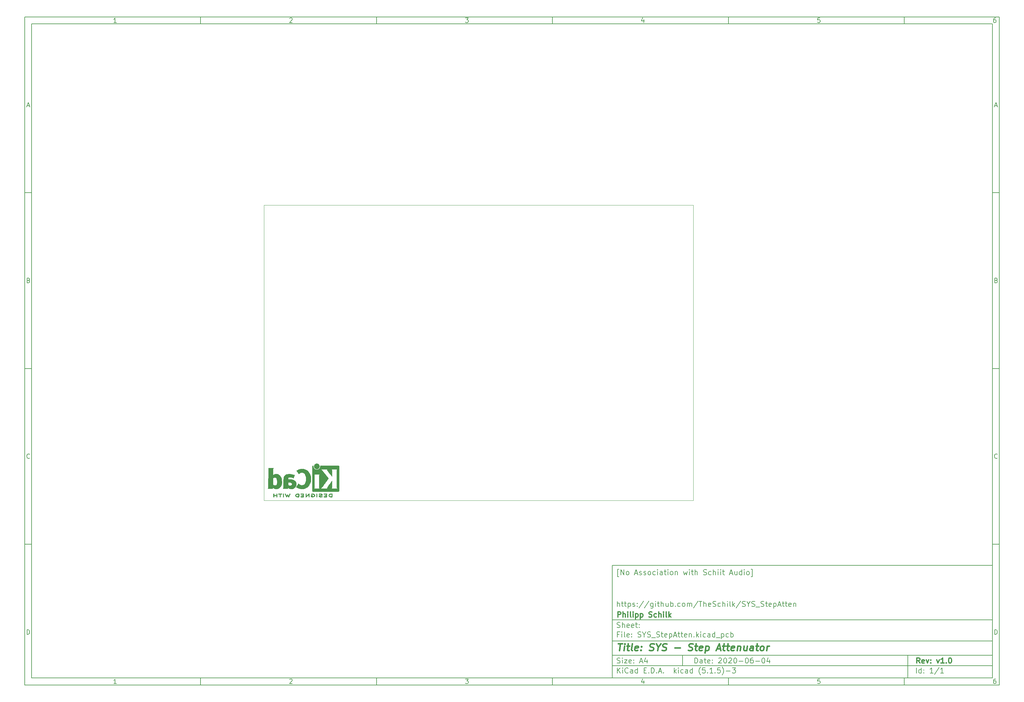
<source format=gbr>
G04 #@! TF.GenerationSoftware,KiCad,Pcbnew,(5.1.5)-3*
G04 #@! TF.CreationDate,2020-06-04T17:15:34+02:00*
G04 #@! TF.ProjectId,SYS_StepAtten,5359535f-5374-4657-9041-7474656e2e6b,v1.0*
G04 #@! TF.SameCoordinates,Original*
G04 #@! TF.FileFunction,Legend,Bot*
G04 #@! TF.FilePolarity,Positive*
%FSLAX46Y46*%
G04 Gerber Fmt 4.6, Leading zero omitted, Abs format (unit mm)*
G04 Created by KiCad (PCBNEW (5.1.5)-3) date 2020-06-04 17:15:34*
%MOMM*%
%LPD*%
G04 APERTURE LIST*
%ADD10C,0.100000*%
%ADD11C,0.150000*%
%ADD12C,0.300000*%
%ADD13C,0.400000*%
%ADD14C,0.050000*%
%ADD15C,0.010000*%
G04 APERTURE END LIST*
D10*
D11*
X177002200Y-166007200D02*
X177002200Y-198007200D01*
X285002200Y-198007200D01*
X285002200Y-166007200D01*
X177002200Y-166007200D01*
D10*
D11*
X10000000Y-10000000D02*
X10000000Y-200007200D01*
X287002200Y-200007200D01*
X287002200Y-10000000D01*
X10000000Y-10000000D01*
D10*
D11*
X12000000Y-12000000D02*
X12000000Y-198007200D01*
X285002200Y-198007200D01*
X285002200Y-12000000D01*
X12000000Y-12000000D01*
D10*
D11*
X60000000Y-12000000D02*
X60000000Y-10000000D01*
D10*
D11*
X110000000Y-12000000D02*
X110000000Y-10000000D01*
D10*
D11*
X160000000Y-12000000D02*
X160000000Y-10000000D01*
D10*
D11*
X210000000Y-12000000D02*
X210000000Y-10000000D01*
D10*
D11*
X260000000Y-12000000D02*
X260000000Y-10000000D01*
D10*
D11*
X36065476Y-11588095D02*
X35322619Y-11588095D01*
X35694047Y-11588095D02*
X35694047Y-10288095D01*
X35570238Y-10473809D01*
X35446428Y-10597619D01*
X35322619Y-10659523D01*
D10*
D11*
X85322619Y-10411904D02*
X85384523Y-10350000D01*
X85508333Y-10288095D01*
X85817857Y-10288095D01*
X85941666Y-10350000D01*
X86003571Y-10411904D01*
X86065476Y-10535714D01*
X86065476Y-10659523D01*
X86003571Y-10845238D01*
X85260714Y-11588095D01*
X86065476Y-11588095D01*
D10*
D11*
X135260714Y-10288095D02*
X136065476Y-10288095D01*
X135632142Y-10783333D01*
X135817857Y-10783333D01*
X135941666Y-10845238D01*
X136003571Y-10907142D01*
X136065476Y-11030952D01*
X136065476Y-11340476D01*
X136003571Y-11464285D01*
X135941666Y-11526190D01*
X135817857Y-11588095D01*
X135446428Y-11588095D01*
X135322619Y-11526190D01*
X135260714Y-11464285D01*
D10*
D11*
X185941666Y-10721428D02*
X185941666Y-11588095D01*
X185632142Y-10226190D02*
X185322619Y-11154761D01*
X186127380Y-11154761D01*
D10*
D11*
X236003571Y-10288095D02*
X235384523Y-10288095D01*
X235322619Y-10907142D01*
X235384523Y-10845238D01*
X235508333Y-10783333D01*
X235817857Y-10783333D01*
X235941666Y-10845238D01*
X236003571Y-10907142D01*
X236065476Y-11030952D01*
X236065476Y-11340476D01*
X236003571Y-11464285D01*
X235941666Y-11526190D01*
X235817857Y-11588095D01*
X235508333Y-11588095D01*
X235384523Y-11526190D01*
X235322619Y-11464285D01*
D10*
D11*
X285941666Y-10288095D02*
X285694047Y-10288095D01*
X285570238Y-10350000D01*
X285508333Y-10411904D01*
X285384523Y-10597619D01*
X285322619Y-10845238D01*
X285322619Y-11340476D01*
X285384523Y-11464285D01*
X285446428Y-11526190D01*
X285570238Y-11588095D01*
X285817857Y-11588095D01*
X285941666Y-11526190D01*
X286003571Y-11464285D01*
X286065476Y-11340476D01*
X286065476Y-11030952D01*
X286003571Y-10907142D01*
X285941666Y-10845238D01*
X285817857Y-10783333D01*
X285570238Y-10783333D01*
X285446428Y-10845238D01*
X285384523Y-10907142D01*
X285322619Y-11030952D01*
D10*
D11*
X60000000Y-198007200D02*
X60000000Y-200007200D01*
D10*
D11*
X110000000Y-198007200D02*
X110000000Y-200007200D01*
D10*
D11*
X160000000Y-198007200D02*
X160000000Y-200007200D01*
D10*
D11*
X210000000Y-198007200D02*
X210000000Y-200007200D01*
D10*
D11*
X260000000Y-198007200D02*
X260000000Y-200007200D01*
D10*
D11*
X36065476Y-199595295D02*
X35322619Y-199595295D01*
X35694047Y-199595295D02*
X35694047Y-198295295D01*
X35570238Y-198481009D01*
X35446428Y-198604819D01*
X35322619Y-198666723D01*
D10*
D11*
X85322619Y-198419104D02*
X85384523Y-198357200D01*
X85508333Y-198295295D01*
X85817857Y-198295295D01*
X85941666Y-198357200D01*
X86003571Y-198419104D01*
X86065476Y-198542914D01*
X86065476Y-198666723D01*
X86003571Y-198852438D01*
X85260714Y-199595295D01*
X86065476Y-199595295D01*
D10*
D11*
X135260714Y-198295295D02*
X136065476Y-198295295D01*
X135632142Y-198790533D01*
X135817857Y-198790533D01*
X135941666Y-198852438D01*
X136003571Y-198914342D01*
X136065476Y-199038152D01*
X136065476Y-199347676D01*
X136003571Y-199471485D01*
X135941666Y-199533390D01*
X135817857Y-199595295D01*
X135446428Y-199595295D01*
X135322619Y-199533390D01*
X135260714Y-199471485D01*
D10*
D11*
X185941666Y-198728628D02*
X185941666Y-199595295D01*
X185632142Y-198233390D02*
X185322619Y-199161961D01*
X186127380Y-199161961D01*
D10*
D11*
X236003571Y-198295295D02*
X235384523Y-198295295D01*
X235322619Y-198914342D01*
X235384523Y-198852438D01*
X235508333Y-198790533D01*
X235817857Y-198790533D01*
X235941666Y-198852438D01*
X236003571Y-198914342D01*
X236065476Y-199038152D01*
X236065476Y-199347676D01*
X236003571Y-199471485D01*
X235941666Y-199533390D01*
X235817857Y-199595295D01*
X235508333Y-199595295D01*
X235384523Y-199533390D01*
X235322619Y-199471485D01*
D10*
D11*
X285941666Y-198295295D02*
X285694047Y-198295295D01*
X285570238Y-198357200D01*
X285508333Y-198419104D01*
X285384523Y-198604819D01*
X285322619Y-198852438D01*
X285322619Y-199347676D01*
X285384523Y-199471485D01*
X285446428Y-199533390D01*
X285570238Y-199595295D01*
X285817857Y-199595295D01*
X285941666Y-199533390D01*
X286003571Y-199471485D01*
X286065476Y-199347676D01*
X286065476Y-199038152D01*
X286003571Y-198914342D01*
X285941666Y-198852438D01*
X285817857Y-198790533D01*
X285570238Y-198790533D01*
X285446428Y-198852438D01*
X285384523Y-198914342D01*
X285322619Y-199038152D01*
D10*
D11*
X10000000Y-60000000D02*
X12000000Y-60000000D01*
D10*
D11*
X10000000Y-110000000D02*
X12000000Y-110000000D01*
D10*
D11*
X10000000Y-160000000D02*
X12000000Y-160000000D01*
D10*
D11*
X10690476Y-35216666D02*
X11309523Y-35216666D01*
X10566666Y-35588095D02*
X11000000Y-34288095D01*
X11433333Y-35588095D01*
D10*
D11*
X11092857Y-84907142D02*
X11278571Y-84969047D01*
X11340476Y-85030952D01*
X11402380Y-85154761D01*
X11402380Y-85340476D01*
X11340476Y-85464285D01*
X11278571Y-85526190D01*
X11154761Y-85588095D01*
X10659523Y-85588095D01*
X10659523Y-84288095D01*
X11092857Y-84288095D01*
X11216666Y-84350000D01*
X11278571Y-84411904D01*
X11340476Y-84535714D01*
X11340476Y-84659523D01*
X11278571Y-84783333D01*
X11216666Y-84845238D01*
X11092857Y-84907142D01*
X10659523Y-84907142D01*
D10*
D11*
X11402380Y-135464285D02*
X11340476Y-135526190D01*
X11154761Y-135588095D01*
X11030952Y-135588095D01*
X10845238Y-135526190D01*
X10721428Y-135402380D01*
X10659523Y-135278571D01*
X10597619Y-135030952D01*
X10597619Y-134845238D01*
X10659523Y-134597619D01*
X10721428Y-134473809D01*
X10845238Y-134350000D01*
X11030952Y-134288095D01*
X11154761Y-134288095D01*
X11340476Y-134350000D01*
X11402380Y-134411904D01*
D10*
D11*
X10659523Y-185588095D02*
X10659523Y-184288095D01*
X10969047Y-184288095D01*
X11154761Y-184350000D01*
X11278571Y-184473809D01*
X11340476Y-184597619D01*
X11402380Y-184845238D01*
X11402380Y-185030952D01*
X11340476Y-185278571D01*
X11278571Y-185402380D01*
X11154761Y-185526190D01*
X10969047Y-185588095D01*
X10659523Y-185588095D01*
D10*
D11*
X287002200Y-60000000D02*
X285002200Y-60000000D01*
D10*
D11*
X287002200Y-110000000D02*
X285002200Y-110000000D01*
D10*
D11*
X287002200Y-160000000D02*
X285002200Y-160000000D01*
D10*
D11*
X285692676Y-35216666D02*
X286311723Y-35216666D01*
X285568866Y-35588095D02*
X286002200Y-34288095D01*
X286435533Y-35588095D01*
D10*
D11*
X286095057Y-84907142D02*
X286280771Y-84969047D01*
X286342676Y-85030952D01*
X286404580Y-85154761D01*
X286404580Y-85340476D01*
X286342676Y-85464285D01*
X286280771Y-85526190D01*
X286156961Y-85588095D01*
X285661723Y-85588095D01*
X285661723Y-84288095D01*
X286095057Y-84288095D01*
X286218866Y-84350000D01*
X286280771Y-84411904D01*
X286342676Y-84535714D01*
X286342676Y-84659523D01*
X286280771Y-84783333D01*
X286218866Y-84845238D01*
X286095057Y-84907142D01*
X285661723Y-84907142D01*
D10*
D11*
X286404580Y-135464285D02*
X286342676Y-135526190D01*
X286156961Y-135588095D01*
X286033152Y-135588095D01*
X285847438Y-135526190D01*
X285723628Y-135402380D01*
X285661723Y-135278571D01*
X285599819Y-135030952D01*
X285599819Y-134845238D01*
X285661723Y-134597619D01*
X285723628Y-134473809D01*
X285847438Y-134350000D01*
X286033152Y-134288095D01*
X286156961Y-134288095D01*
X286342676Y-134350000D01*
X286404580Y-134411904D01*
D10*
D11*
X285661723Y-185588095D02*
X285661723Y-184288095D01*
X285971247Y-184288095D01*
X286156961Y-184350000D01*
X286280771Y-184473809D01*
X286342676Y-184597619D01*
X286404580Y-184845238D01*
X286404580Y-185030952D01*
X286342676Y-185278571D01*
X286280771Y-185402380D01*
X286156961Y-185526190D01*
X285971247Y-185588095D01*
X285661723Y-185588095D01*
D10*
D11*
X200434342Y-193785771D02*
X200434342Y-192285771D01*
X200791485Y-192285771D01*
X201005771Y-192357200D01*
X201148628Y-192500057D01*
X201220057Y-192642914D01*
X201291485Y-192928628D01*
X201291485Y-193142914D01*
X201220057Y-193428628D01*
X201148628Y-193571485D01*
X201005771Y-193714342D01*
X200791485Y-193785771D01*
X200434342Y-193785771D01*
X202577200Y-193785771D02*
X202577200Y-193000057D01*
X202505771Y-192857200D01*
X202362914Y-192785771D01*
X202077200Y-192785771D01*
X201934342Y-192857200D01*
X202577200Y-193714342D02*
X202434342Y-193785771D01*
X202077200Y-193785771D01*
X201934342Y-193714342D01*
X201862914Y-193571485D01*
X201862914Y-193428628D01*
X201934342Y-193285771D01*
X202077200Y-193214342D01*
X202434342Y-193214342D01*
X202577200Y-193142914D01*
X203077200Y-192785771D02*
X203648628Y-192785771D01*
X203291485Y-192285771D02*
X203291485Y-193571485D01*
X203362914Y-193714342D01*
X203505771Y-193785771D01*
X203648628Y-193785771D01*
X204720057Y-193714342D02*
X204577200Y-193785771D01*
X204291485Y-193785771D01*
X204148628Y-193714342D01*
X204077200Y-193571485D01*
X204077200Y-193000057D01*
X204148628Y-192857200D01*
X204291485Y-192785771D01*
X204577200Y-192785771D01*
X204720057Y-192857200D01*
X204791485Y-193000057D01*
X204791485Y-193142914D01*
X204077200Y-193285771D01*
X205434342Y-193642914D02*
X205505771Y-193714342D01*
X205434342Y-193785771D01*
X205362914Y-193714342D01*
X205434342Y-193642914D01*
X205434342Y-193785771D01*
X205434342Y-192857200D02*
X205505771Y-192928628D01*
X205434342Y-193000057D01*
X205362914Y-192928628D01*
X205434342Y-192857200D01*
X205434342Y-193000057D01*
X207220057Y-192428628D02*
X207291485Y-192357200D01*
X207434342Y-192285771D01*
X207791485Y-192285771D01*
X207934342Y-192357200D01*
X208005771Y-192428628D01*
X208077200Y-192571485D01*
X208077200Y-192714342D01*
X208005771Y-192928628D01*
X207148628Y-193785771D01*
X208077200Y-193785771D01*
X209005771Y-192285771D02*
X209148628Y-192285771D01*
X209291485Y-192357200D01*
X209362914Y-192428628D01*
X209434342Y-192571485D01*
X209505771Y-192857200D01*
X209505771Y-193214342D01*
X209434342Y-193500057D01*
X209362914Y-193642914D01*
X209291485Y-193714342D01*
X209148628Y-193785771D01*
X209005771Y-193785771D01*
X208862914Y-193714342D01*
X208791485Y-193642914D01*
X208720057Y-193500057D01*
X208648628Y-193214342D01*
X208648628Y-192857200D01*
X208720057Y-192571485D01*
X208791485Y-192428628D01*
X208862914Y-192357200D01*
X209005771Y-192285771D01*
X210077200Y-192428628D02*
X210148628Y-192357200D01*
X210291485Y-192285771D01*
X210648628Y-192285771D01*
X210791485Y-192357200D01*
X210862914Y-192428628D01*
X210934342Y-192571485D01*
X210934342Y-192714342D01*
X210862914Y-192928628D01*
X210005771Y-193785771D01*
X210934342Y-193785771D01*
X211862914Y-192285771D02*
X212005771Y-192285771D01*
X212148628Y-192357200D01*
X212220057Y-192428628D01*
X212291485Y-192571485D01*
X212362914Y-192857200D01*
X212362914Y-193214342D01*
X212291485Y-193500057D01*
X212220057Y-193642914D01*
X212148628Y-193714342D01*
X212005771Y-193785771D01*
X211862914Y-193785771D01*
X211720057Y-193714342D01*
X211648628Y-193642914D01*
X211577200Y-193500057D01*
X211505771Y-193214342D01*
X211505771Y-192857200D01*
X211577200Y-192571485D01*
X211648628Y-192428628D01*
X211720057Y-192357200D01*
X211862914Y-192285771D01*
X213005771Y-193214342D02*
X214148628Y-193214342D01*
X215148628Y-192285771D02*
X215291485Y-192285771D01*
X215434342Y-192357200D01*
X215505771Y-192428628D01*
X215577200Y-192571485D01*
X215648628Y-192857200D01*
X215648628Y-193214342D01*
X215577200Y-193500057D01*
X215505771Y-193642914D01*
X215434342Y-193714342D01*
X215291485Y-193785771D01*
X215148628Y-193785771D01*
X215005771Y-193714342D01*
X214934342Y-193642914D01*
X214862914Y-193500057D01*
X214791485Y-193214342D01*
X214791485Y-192857200D01*
X214862914Y-192571485D01*
X214934342Y-192428628D01*
X215005771Y-192357200D01*
X215148628Y-192285771D01*
X216934342Y-192285771D02*
X216648628Y-192285771D01*
X216505771Y-192357200D01*
X216434342Y-192428628D01*
X216291485Y-192642914D01*
X216220057Y-192928628D01*
X216220057Y-193500057D01*
X216291485Y-193642914D01*
X216362914Y-193714342D01*
X216505771Y-193785771D01*
X216791485Y-193785771D01*
X216934342Y-193714342D01*
X217005771Y-193642914D01*
X217077200Y-193500057D01*
X217077200Y-193142914D01*
X217005771Y-193000057D01*
X216934342Y-192928628D01*
X216791485Y-192857200D01*
X216505771Y-192857200D01*
X216362914Y-192928628D01*
X216291485Y-193000057D01*
X216220057Y-193142914D01*
X217720057Y-193214342D02*
X218862914Y-193214342D01*
X219862914Y-192285771D02*
X220005771Y-192285771D01*
X220148628Y-192357200D01*
X220220057Y-192428628D01*
X220291485Y-192571485D01*
X220362914Y-192857200D01*
X220362914Y-193214342D01*
X220291485Y-193500057D01*
X220220057Y-193642914D01*
X220148628Y-193714342D01*
X220005771Y-193785771D01*
X219862914Y-193785771D01*
X219720057Y-193714342D01*
X219648628Y-193642914D01*
X219577200Y-193500057D01*
X219505771Y-193214342D01*
X219505771Y-192857200D01*
X219577200Y-192571485D01*
X219648628Y-192428628D01*
X219720057Y-192357200D01*
X219862914Y-192285771D01*
X221648628Y-192785771D02*
X221648628Y-193785771D01*
X221291485Y-192214342D02*
X220934342Y-193285771D01*
X221862914Y-193285771D01*
D10*
D11*
X177002200Y-194507200D02*
X285002200Y-194507200D01*
D10*
D11*
X178434342Y-196585771D02*
X178434342Y-195085771D01*
X179291485Y-196585771D02*
X178648628Y-195728628D01*
X179291485Y-195085771D02*
X178434342Y-195942914D01*
X179934342Y-196585771D02*
X179934342Y-195585771D01*
X179934342Y-195085771D02*
X179862914Y-195157200D01*
X179934342Y-195228628D01*
X180005771Y-195157200D01*
X179934342Y-195085771D01*
X179934342Y-195228628D01*
X181505771Y-196442914D02*
X181434342Y-196514342D01*
X181220057Y-196585771D01*
X181077200Y-196585771D01*
X180862914Y-196514342D01*
X180720057Y-196371485D01*
X180648628Y-196228628D01*
X180577200Y-195942914D01*
X180577200Y-195728628D01*
X180648628Y-195442914D01*
X180720057Y-195300057D01*
X180862914Y-195157200D01*
X181077200Y-195085771D01*
X181220057Y-195085771D01*
X181434342Y-195157200D01*
X181505771Y-195228628D01*
X182791485Y-196585771D02*
X182791485Y-195800057D01*
X182720057Y-195657200D01*
X182577200Y-195585771D01*
X182291485Y-195585771D01*
X182148628Y-195657200D01*
X182791485Y-196514342D02*
X182648628Y-196585771D01*
X182291485Y-196585771D01*
X182148628Y-196514342D01*
X182077200Y-196371485D01*
X182077200Y-196228628D01*
X182148628Y-196085771D01*
X182291485Y-196014342D01*
X182648628Y-196014342D01*
X182791485Y-195942914D01*
X184148628Y-196585771D02*
X184148628Y-195085771D01*
X184148628Y-196514342D02*
X184005771Y-196585771D01*
X183720057Y-196585771D01*
X183577200Y-196514342D01*
X183505771Y-196442914D01*
X183434342Y-196300057D01*
X183434342Y-195871485D01*
X183505771Y-195728628D01*
X183577200Y-195657200D01*
X183720057Y-195585771D01*
X184005771Y-195585771D01*
X184148628Y-195657200D01*
X186005771Y-195800057D02*
X186505771Y-195800057D01*
X186720057Y-196585771D02*
X186005771Y-196585771D01*
X186005771Y-195085771D01*
X186720057Y-195085771D01*
X187362914Y-196442914D02*
X187434342Y-196514342D01*
X187362914Y-196585771D01*
X187291485Y-196514342D01*
X187362914Y-196442914D01*
X187362914Y-196585771D01*
X188077200Y-196585771D02*
X188077200Y-195085771D01*
X188434342Y-195085771D01*
X188648628Y-195157200D01*
X188791485Y-195300057D01*
X188862914Y-195442914D01*
X188934342Y-195728628D01*
X188934342Y-195942914D01*
X188862914Y-196228628D01*
X188791485Y-196371485D01*
X188648628Y-196514342D01*
X188434342Y-196585771D01*
X188077200Y-196585771D01*
X189577200Y-196442914D02*
X189648628Y-196514342D01*
X189577200Y-196585771D01*
X189505771Y-196514342D01*
X189577200Y-196442914D01*
X189577200Y-196585771D01*
X190220057Y-196157200D02*
X190934342Y-196157200D01*
X190077200Y-196585771D02*
X190577200Y-195085771D01*
X191077200Y-196585771D01*
X191577200Y-196442914D02*
X191648628Y-196514342D01*
X191577200Y-196585771D01*
X191505771Y-196514342D01*
X191577200Y-196442914D01*
X191577200Y-196585771D01*
X194577200Y-196585771D02*
X194577200Y-195085771D01*
X194720057Y-196014342D02*
X195148628Y-196585771D01*
X195148628Y-195585771D02*
X194577200Y-196157200D01*
X195791485Y-196585771D02*
X195791485Y-195585771D01*
X195791485Y-195085771D02*
X195720057Y-195157200D01*
X195791485Y-195228628D01*
X195862914Y-195157200D01*
X195791485Y-195085771D01*
X195791485Y-195228628D01*
X197148628Y-196514342D02*
X197005771Y-196585771D01*
X196720057Y-196585771D01*
X196577200Y-196514342D01*
X196505771Y-196442914D01*
X196434342Y-196300057D01*
X196434342Y-195871485D01*
X196505771Y-195728628D01*
X196577200Y-195657200D01*
X196720057Y-195585771D01*
X197005771Y-195585771D01*
X197148628Y-195657200D01*
X198434342Y-196585771D02*
X198434342Y-195800057D01*
X198362914Y-195657200D01*
X198220057Y-195585771D01*
X197934342Y-195585771D01*
X197791485Y-195657200D01*
X198434342Y-196514342D02*
X198291485Y-196585771D01*
X197934342Y-196585771D01*
X197791485Y-196514342D01*
X197720057Y-196371485D01*
X197720057Y-196228628D01*
X197791485Y-196085771D01*
X197934342Y-196014342D01*
X198291485Y-196014342D01*
X198434342Y-195942914D01*
X199791485Y-196585771D02*
X199791485Y-195085771D01*
X199791485Y-196514342D02*
X199648628Y-196585771D01*
X199362914Y-196585771D01*
X199220057Y-196514342D01*
X199148628Y-196442914D01*
X199077200Y-196300057D01*
X199077200Y-195871485D01*
X199148628Y-195728628D01*
X199220057Y-195657200D01*
X199362914Y-195585771D01*
X199648628Y-195585771D01*
X199791485Y-195657200D01*
X202077200Y-197157200D02*
X202005771Y-197085771D01*
X201862914Y-196871485D01*
X201791485Y-196728628D01*
X201720057Y-196514342D01*
X201648628Y-196157200D01*
X201648628Y-195871485D01*
X201720057Y-195514342D01*
X201791485Y-195300057D01*
X201862914Y-195157200D01*
X202005771Y-194942914D01*
X202077200Y-194871485D01*
X203362914Y-195085771D02*
X202648628Y-195085771D01*
X202577200Y-195800057D01*
X202648628Y-195728628D01*
X202791485Y-195657200D01*
X203148628Y-195657200D01*
X203291485Y-195728628D01*
X203362914Y-195800057D01*
X203434342Y-195942914D01*
X203434342Y-196300057D01*
X203362914Y-196442914D01*
X203291485Y-196514342D01*
X203148628Y-196585771D01*
X202791485Y-196585771D01*
X202648628Y-196514342D01*
X202577200Y-196442914D01*
X204077200Y-196442914D02*
X204148628Y-196514342D01*
X204077200Y-196585771D01*
X204005771Y-196514342D01*
X204077200Y-196442914D01*
X204077200Y-196585771D01*
X205577200Y-196585771D02*
X204720057Y-196585771D01*
X205148628Y-196585771D02*
X205148628Y-195085771D01*
X205005771Y-195300057D01*
X204862914Y-195442914D01*
X204720057Y-195514342D01*
X206220057Y-196442914D02*
X206291485Y-196514342D01*
X206220057Y-196585771D01*
X206148628Y-196514342D01*
X206220057Y-196442914D01*
X206220057Y-196585771D01*
X207648628Y-195085771D02*
X206934342Y-195085771D01*
X206862914Y-195800057D01*
X206934342Y-195728628D01*
X207077200Y-195657200D01*
X207434342Y-195657200D01*
X207577200Y-195728628D01*
X207648628Y-195800057D01*
X207720057Y-195942914D01*
X207720057Y-196300057D01*
X207648628Y-196442914D01*
X207577200Y-196514342D01*
X207434342Y-196585771D01*
X207077200Y-196585771D01*
X206934342Y-196514342D01*
X206862914Y-196442914D01*
X208220057Y-197157200D02*
X208291485Y-197085771D01*
X208434342Y-196871485D01*
X208505771Y-196728628D01*
X208577200Y-196514342D01*
X208648628Y-196157200D01*
X208648628Y-195871485D01*
X208577200Y-195514342D01*
X208505771Y-195300057D01*
X208434342Y-195157200D01*
X208291485Y-194942914D01*
X208220057Y-194871485D01*
X209362914Y-196014342D02*
X210505771Y-196014342D01*
X211077200Y-195085771D02*
X212005771Y-195085771D01*
X211505771Y-195657200D01*
X211720057Y-195657200D01*
X211862914Y-195728628D01*
X211934342Y-195800057D01*
X212005771Y-195942914D01*
X212005771Y-196300057D01*
X211934342Y-196442914D01*
X211862914Y-196514342D01*
X211720057Y-196585771D01*
X211291485Y-196585771D01*
X211148628Y-196514342D01*
X211077200Y-196442914D01*
D10*
D11*
X177002200Y-191507200D02*
X285002200Y-191507200D01*
D10*
D12*
X264411485Y-193785771D02*
X263911485Y-193071485D01*
X263554342Y-193785771D02*
X263554342Y-192285771D01*
X264125771Y-192285771D01*
X264268628Y-192357200D01*
X264340057Y-192428628D01*
X264411485Y-192571485D01*
X264411485Y-192785771D01*
X264340057Y-192928628D01*
X264268628Y-193000057D01*
X264125771Y-193071485D01*
X263554342Y-193071485D01*
X265625771Y-193714342D02*
X265482914Y-193785771D01*
X265197200Y-193785771D01*
X265054342Y-193714342D01*
X264982914Y-193571485D01*
X264982914Y-193000057D01*
X265054342Y-192857200D01*
X265197200Y-192785771D01*
X265482914Y-192785771D01*
X265625771Y-192857200D01*
X265697200Y-193000057D01*
X265697200Y-193142914D01*
X264982914Y-193285771D01*
X266197200Y-192785771D02*
X266554342Y-193785771D01*
X266911485Y-192785771D01*
X267482914Y-193642914D02*
X267554342Y-193714342D01*
X267482914Y-193785771D01*
X267411485Y-193714342D01*
X267482914Y-193642914D01*
X267482914Y-193785771D01*
X267482914Y-192857200D02*
X267554342Y-192928628D01*
X267482914Y-193000057D01*
X267411485Y-192928628D01*
X267482914Y-192857200D01*
X267482914Y-193000057D01*
X269197200Y-192785771D02*
X269554342Y-193785771D01*
X269911485Y-192785771D01*
X271268628Y-193785771D02*
X270411485Y-193785771D01*
X270840057Y-193785771D02*
X270840057Y-192285771D01*
X270697200Y-192500057D01*
X270554342Y-192642914D01*
X270411485Y-192714342D01*
X271911485Y-193642914D02*
X271982914Y-193714342D01*
X271911485Y-193785771D01*
X271840057Y-193714342D01*
X271911485Y-193642914D01*
X271911485Y-193785771D01*
X272911485Y-192285771D02*
X273054342Y-192285771D01*
X273197200Y-192357200D01*
X273268628Y-192428628D01*
X273340057Y-192571485D01*
X273411485Y-192857200D01*
X273411485Y-193214342D01*
X273340057Y-193500057D01*
X273268628Y-193642914D01*
X273197200Y-193714342D01*
X273054342Y-193785771D01*
X272911485Y-193785771D01*
X272768628Y-193714342D01*
X272697200Y-193642914D01*
X272625771Y-193500057D01*
X272554342Y-193214342D01*
X272554342Y-192857200D01*
X272625771Y-192571485D01*
X272697200Y-192428628D01*
X272768628Y-192357200D01*
X272911485Y-192285771D01*
D10*
D11*
X178362914Y-193714342D02*
X178577200Y-193785771D01*
X178934342Y-193785771D01*
X179077200Y-193714342D01*
X179148628Y-193642914D01*
X179220057Y-193500057D01*
X179220057Y-193357200D01*
X179148628Y-193214342D01*
X179077200Y-193142914D01*
X178934342Y-193071485D01*
X178648628Y-193000057D01*
X178505771Y-192928628D01*
X178434342Y-192857200D01*
X178362914Y-192714342D01*
X178362914Y-192571485D01*
X178434342Y-192428628D01*
X178505771Y-192357200D01*
X178648628Y-192285771D01*
X179005771Y-192285771D01*
X179220057Y-192357200D01*
X179862914Y-193785771D02*
X179862914Y-192785771D01*
X179862914Y-192285771D02*
X179791485Y-192357200D01*
X179862914Y-192428628D01*
X179934342Y-192357200D01*
X179862914Y-192285771D01*
X179862914Y-192428628D01*
X180434342Y-192785771D02*
X181220057Y-192785771D01*
X180434342Y-193785771D01*
X181220057Y-193785771D01*
X182362914Y-193714342D02*
X182220057Y-193785771D01*
X181934342Y-193785771D01*
X181791485Y-193714342D01*
X181720057Y-193571485D01*
X181720057Y-193000057D01*
X181791485Y-192857200D01*
X181934342Y-192785771D01*
X182220057Y-192785771D01*
X182362914Y-192857200D01*
X182434342Y-193000057D01*
X182434342Y-193142914D01*
X181720057Y-193285771D01*
X183077200Y-193642914D02*
X183148628Y-193714342D01*
X183077200Y-193785771D01*
X183005771Y-193714342D01*
X183077200Y-193642914D01*
X183077200Y-193785771D01*
X183077200Y-192857200D02*
X183148628Y-192928628D01*
X183077200Y-193000057D01*
X183005771Y-192928628D01*
X183077200Y-192857200D01*
X183077200Y-193000057D01*
X184862914Y-193357200D02*
X185577200Y-193357200D01*
X184720057Y-193785771D02*
X185220057Y-192285771D01*
X185720057Y-193785771D01*
X186862914Y-192785771D02*
X186862914Y-193785771D01*
X186505771Y-192214342D02*
X186148628Y-193285771D01*
X187077200Y-193285771D01*
D10*
D11*
X263434342Y-196585771D02*
X263434342Y-195085771D01*
X264791485Y-196585771D02*
X264791485Y-195085771D01*
X264791485Y-196514342D02*
X264648628Y-196585771D01*
X264362914Y-196585771D01*
X264220057Y-196514342D01*
X264148628Y-196442914D01*
X264077200Y-196300057D01*
X264077200Y-195871485D01*
X264148628Y-195728628D01*
X264220057Y-195657200D01*
X264362914Y-195585771D01*
X264648628Y-195585771D01*
X264791485Y-195657200D01*
X265505771Y-196442914D02*
X265577200Y-196514342D01*
X265505771Y-196585771D01*
X265434342Y-196514342D01*
X265505771Y-196442914D01*
X265505771Y-196585771D01*
X265505771Y-195657200D02*
X265577200Y-195728628D01*
X265505771Y-195800057D01*
X265434342Y-195728628D01*
X265505771Y-195657200D01*
X265505771Y-195800057D01*
X268148628Y-196585771D02*
X267291485Y-196585771D01*
X267720057Y-196585771D02*
X267720057Y-195085771D01*
X267577200Y-195300057D01*
X267434342Y-195442914D01*
X267291485Y-195514342D01*
X269862914Y-195014342D02*
X268577200Y-196942914D01*
X271148628Y-196585771D02*
X270291485Y-196585771D01*
X270720057Y-196585771D02*
X270720057Y-195085771D01*
X270577200Y-195300057D01*
X270434342Y-195442914D01*
X270291485Y-195514342D01*
D10*
D11*
X177002200Y-187507200D02*
X285002200Y-187507200D01*
D10*
D13*
X178714580Y-188211961D02*
X179857438Y-188211961D01*
X179036009Y-190211961D02*
X179286009Y-188211961D01*
X180274104Y-190211961D02*
X180440771Y-188878628D01*
X180524104Y-188211961D02*
X180416961Y-188307200D01*
X180500295Y-188402438D01*
X180607438Y-188307200D01*
X180524104Y-188211961D01*
X180500295Y-188402438D01*
X181107438Y-188878628D02*
X181869342Y-188878628D01*
X181476485Y-188211961D02*
X181262200Y-189926247D01*
X181333628Y-190116723D01*
X181512200Y-190211961D01*
X181702676Y-190211961D01*
X182655057Y-190211961D02*
X182476485Y-190116723D01*
X182405057Y-189926247D01*
X182619342Y-188211961D01*
X184190771Y-190116723D02*
X183988390Y-190211961D01*
X183607438Y-190211961D01*
X183428866Y-190116723D01*
X183357438Y-189926247D01*
X183452676Y-189164342D01*
X183571723Y-188973866D01*
X183774104Y-188878628D01*
X184155057Y-188878628D01*
X184333628Y-188973866D01*
X184405057Y-189164342D01*
X184381247Y-189354819D01*
X183405057Y-189545295D01*
X185155057Y-190021485D02*
X185238390Y-190116723D01*
X185131247Y-190211961D01*
X185047914Y-190116723D01*
X185155057Y-190021485D01*
X185131247Y-190211961D01*
X185286009Y-188973866D02*
X185369342Y-189069104D01*
X185262200Y-189164342D01*
X185178866Y-189069104D01*
X185286009Y-188973866D01*
X185262200Y-189164342D01*
X187524104Y-190116723D02*
X187797914Y-190211961D01*
X188274104Y-190211961D01*
X188476485Y-190116723D01*
X188583628Y-190021485D01*
X188702676Y-189831009D01*
X188726485Y-189640533D01*
X188655057Y-189450057D01*
X188571723Y-189354819D01*
X188393152Y-189259580D01*
X188024104Y-189164342D01*
X187845533Y-189069104D01*
X187762200Y-188973866D01*
X187690771Y-188783390D01*
X187714580Y-188592914D01*
X187833628Y-188402438D01*
X187940771Y-188307200D01*
X188143152Y-188211961D01*
X188619342Y-188211961D01*
X188893152Y-188307200D01*
X190012200Y-189259580D02*
X189893152Y-190211961D01*
X189476485Y-188211961D02*
X190012200Y-189259580D01*
X190809819Y-188211961D01*
X191143152Y-190116723D02*
X191416961Y-190211961D01*
X191893152Y-190211961D01*
X192095533Y-190116723D01*
X192202676Y-190021485D01*
X192321723Y-189831009D01*
X192345533Y-189640533D01*
X192274104Y-189450057D01*
X192190771Y-189354819D01*
X192012200Y-189259580D01*
X191643152Y-189164342D01*
X191464580Y-189069104D01*
X191381247Y-188973866D01*
X191309819Y-188783390D01*
X191333628Y-188592914D01*
X191452676Y-188402438D01*
X191559819Y-188307200D01*
X191762200Y-188211961D01*
X192238390Y-188211961D01*
X192512200Y-188307200D01*
X194750295Y-189450057D02*
X196274104Y-189450057D01*
X198571723Y-190116723D02*
X198845533Y-190211961D01*
X199321723Y-190211961D01*
X199524104Y-190116723D01*
X199631247Y-190021485D01*
X199750295Y-189831009D01*
X199774104Y-189640533D01*
X199702676Y-189450057D01*
X199619342Y-189354819D01*
X199440771Y-189259580D01*
X199071723Y-189164342D01*
X198893152Y-189069104D01*
X198809819Y-188973866D01*
X198738390Y-188783390D01*
X198762200Y-188592914D01*
X198881247Y-188402438D01*
X198988390Y-188307200D01*
X199190771Y-188211961D01*
X199666961Y-188211961D01*
X199940771Y-188307200D01*
X200440771Y-188878628D02*
X201202676Y-188878628D01*
X200809819Y-188211961D02*
X200595533Y-189926247D01*
X200666961Y-190116723D01*
X200845533Y-190211961D01*
X201036009Y-190211961D01*
X202476485Y-190116723D02*
X202274104Y-190211961D01*
X201893152Y-190211961D01*
X201714580Y-190116723D01*
X201643152Y-189926247D01*
X201738390Y-189164342D01*
X201857438Y-188973866D01*
X202059819Y-188878628D01*
X202440771Y-188878628D01*
X202619342Y-188973866D01*
X202690771Y-189164342D01*
X202666961Y-189354819D01*
X201690771Y-189545295D01*
X203583628Y-188878628D02*
X203333628Y-190878628D01*
X203571723Y-188973866D02*
X203774104Y-188878628D01*
X204155057Y-188878628D01*
X204333628Y-188973866D01*
X204416961Y-189069104D01*
X204488390Y-189259580D01*
X204416961Y-189831009D01*
X204297914Y-190021485D01*
X204190771Y-190116723D01*
X203988390Y-190211961D01*
X203607438Y-190211961D01*
X203428866Y-190116723D01*
X206726485Y-189640533D02*
X207678866Y-189640533D01*
X206464580Y-190211961D02*
X207381247Y-188211961D01*
X207797914Y-190211961D01*
X208345533Y-188878628D02*
X209107438Y-188878628D01*
X208714580Y-188211961D02*
X208500295Y-189926247D01*
X208571723Y-190116723D01*
X208750295Y-190211961D01*
X208940771Y-190211961D01*
X209488390Y-188878628D02*
X210250295Y-188878628D01*
X209857438Y-188211961D02*
X209643152Y-189926247D01*
X209714580Y-190116723D01*
X209893152Y-190211961D01*
X210083628Y-190211961D01*
X211524104Y-190116723D02*
X211321723Y-190211961D01*
X210940771Y-190211961D01*
X210762200Y-190116723D01*
X210690771Y-189926247D01*
X210786009Y-189164342D01*
X210905057Y-188973866D01*
X211107438Y-188878628D01*
X211488390Y-188878628D01*
X211666961Y-188973866D01*
X211738390Y-189164342D01*
X211714580Y-189354819D01*
X210738390Y-189545295D01*
X212631247Y-188878628D02*
X212464580Y-190211961D01*
X212607438Y-189069104D02*
X212714580Y-188973866D01*
X212916961Y-188878628D01*
X213202676Y-188878628D01*
X213381247Y-188973866D01*
X213452676Y-189164342D01*
X213321723Y-190211961D01*
X215297914Y-188878628D02*
X215131247Y-190211961D01*
X214440771Y-188878628D02*
X214309819Y-189926247D01*
X214381247Y-190116723D01*
X214559819Y-190211961D01*
X214845533Y-190211961D01*
X215047914Y-190116723D01*
X215155057Y-190021485D01*
X216940771Y-190211961D02*
X217071723Y-189164342D01*
X217000295Y-188973866D01*
X216821723Y-188878628D01*
X216440771Y-188878628D01*
X216238390Y-188973866D01*
X216952676Y-190116723D02*
X216750295Y-190211961D01*
X216274104Y-190211961D01*
X216095533Y-190116723D01*
X216024104Y-189926247D01*
X216047914Y-189735771D01*
X216166961Y-189545295D01*
X216369342Y-189450057D01*
X216845533Y-189450057D01*
X217047914Y-189354819D01*
X217774104Y-188878628D02*
X218536009Y-188878628D01*
X218143152Y-188211961D02*
X217928866Y-189926247D01*
X218000295Y-190116723D01*
X218178866Y-190211961D01*
X218369342Y-190211961D01*
X219321723Y-190211961D02*
X219143152Y-190116723D01*
X219059819Y-190021485D01*
X218988390Y-189831009D01*
X219059819Y-189259580D01*
X219178866Y-189069104D01*
X219286009Y-188973866D01*
X219488390Y-188878628D01*
X219774104Y-188878628D01*
X219952676Y-188973866D01*
X220036009Y-189069104D01*
X220107438Y-189259580D01*
X220036009Y-189831009D01*
X219916961Y-190021485D01*
X219809819Y-190116723D01*
X219607438Y-190211961D01*
X219321723Y-190211961D01*
X220845533Y-190211961D02*
X221012199Y-188878628D01*
X220964580Y-189259580D02*
X221083628Y-189069104D01*
X221190771Y-188973866D01*
X221393152Y-188878628D01*
X221583628Y-188878628D01*
D10*
D11*
X178934342Y-185600057D02*
X178434342Y-185600057D01*
X178434342Y-186385771D02*
X178434342Y-184885771D01*
X179148628Y-184885771D01*
X179720057Y-186385771D02*
X179720057Y-185385771D01*
X179720057Y-184885771D02*
X179648628Y-184957200D01*
X179720057Y-185028628D01*
X179791485Y-184957200D01*
X179720057Y-184885771D01*
X179720057Y-185028628D01*
X180648628Y-186385771D02*
X180505771Y-186314342D01*
X180434342Y-186171485D01*
X180434342Y-184885771D01*
X181791485Y-186314342D02*
X181648628Y-186385771D01*
X181362914Y-186385771D01*
X181220057Y-186314342D01*
X181148628Y-186171485D01*
X181148628Y-185600057D01*
X181220057Y-185457200D01*
X181362914Y-185385771D01*
X181648628Y-185385771D01*
X181791485Y-185457200D01*
X181862914Y-185600057D01*
X181862914Y-185742914D01*
X181148628Y-185885771D01*
X182505771Y-186242914D02*
X182577200Y-186314342D01*
X182505771Y-186385771D01*
X182434342Y-186314342D01*
X182505771Y-186242914D01*
X182505771Y-186385771D01*
X182505771Y-185457200D02*
X182577200Y-185528628D01*
X182505771Y-185600057D01*
X182434342Y-185528628D01*
X182505771Y-185457200D01*
X182505771Y-185600057D01*
X184291485Y-186314342D02*
X184505771Y-186385771D01*
X184862914Y-186385771D01*
X185005771Y-186314342D01*
X185077200Y-186242914D01*
X185148628Y-186100057D01*
X185148628Y-185957200D01*
X185077200Y-185814342D01*
X185005771Y-185742914D01*
X184862914Y-185671485D01*
X184577200Y-185600057D01*
X184434342Y-185528628D01*
X184362914Y-185457200D01*
X184291485Y-185314342D01*
X184291485Y-185171485D01*
X184362914Y-185028628D01*
X184434342Y-184957200D01*
X184577200Y-184885771D01*
X184934342Y-184885771D01*
X185148628Y-184957200D01*
X186077200Y-185671485D02*
X186077200Y-186385771D01*
X185577200Y-184885771D02*
X186077200Y-185671485D01*
X186577200Y-184885771D01*
X187005771Y-186314342D02*
X187220057Y-186385771D01*
X187577200Y-186385771D01*
X187720057Y-186314342D01*
X187791485Y-186242914D01*
X187862914Y-186100057D01*
X187862914Y-185957200D01*
X187791485Y-185814342D01*
X187720057Y-185742914D01*
X187577200Y-185671485D01*
X187291485Y-185600057D01*
X187148628Y-185528628D01*
X187077200Y-185457200D01*
X187005771Y-185314342D01*
X187005771Y-185171485D01*
X187077200Y-185028628D01*
X187148628Y-184957200D01*
X187291485Y-184885771D01*
X187648628Y-184885771D01*
X187862914Y-184957200D01*
X188148628Y-186528628D02*
X189291485Y-186528628D01*
X189577200Y-186314342D02*
X189791485Y-186385771D01*
X190148628Y-186385771D01*
X190291485Y-186314342D01*
X190362914Y-186242914D01*
X190434342Y-186100057D01*
X190434342Y-185957200D01*
X190362914Y-185814342D01*
X190291485Y-185742914D01*
X190148628Y-185671485D01*
X189862914Y-185600057D01*
X189720057Y-185528628D01*
X189648628Y-185457200D01*
X189577200Y-185314342D01*
X189577200Y-185171485D01*
X189648628Y-185028628D01*
X189720057Y-184957200D01*
X189862914Y-184885771D01*
X190220057Y-184885771D01*
X190434342Y-184957200D01*
X190862914Y-185385771D02*
X191434342Y-185385771D01*
X191077200Y-184885771D02*
X191077200Y-186171485D01*
X191148628Y-186314342D01*
X191291485Y-186385771D01*
X191434342Y-186385771D01*
X192505771Y-186314342D02*
X192362914Y-186385771D01*
X192077200Y-186385771D01*
X191934342Y-186314342D01*
X191862914Y-186171485D01*
X191862914Y-185600057D01*
X191934342Y-185457200D01*
X192077200Y-185385771D01*
X192362914Y-185385771D01*
X192505771Y-185457200D01*
X192577200Y-185600057D01*
X192577200Y-185742914D01*
X191862914Y-185885771D01*
X193220057Y-185385771D02*
X193220057Y-186885771D01*
X193220057Y-185457200D02*
X193362914Y-185385771D01*
X193648628Y-185385771D01*
X193791485Y-185457200D01*
X193862914Y-185528628D01*
X193934342Y-185671485D01*
X193934342Y-186100057D01*
X193862914Y-186242914D01*
X193791485Y-186314342D01*
X193648628Y-186385771D01*
X193362914Y-186385771D01*
X193220057Y-186314342D01*
X194505771Y-185957200D02*
X195220057Y-185957200D01*
X194362914Y-186385771D02*
X194862914Y-184885771D01*
X195362914Y-186385771D01*
X195648628Y-185385771D02*
X196220057Y-185385771D01*
X195862914Y-184885771D02*
X195862914Y-186171485D01*
X195934342Y-186314342D01*
X196077200Y-186385771D01*
X196220057Y-186385771D01*
X196505771Y-185385771D02*
X197077200Y-185385771D01*
X196720057Y-184885771D02*
X196720057Y-186171485D01*
X196791485Y-186314342D01*
X196934342Y-186385771D01*
X197077200Y-186385771D01*
X198148628Y-186314342D02*
X198005771Y-186385771D01*
X197720057Y-186385771D01*
X197577200Y-186314342D01*
X197505771Y-186171485D01*
X197505771Y-185600057D01*
X197577200Y-185457200D01*
X197720057Y-185385771D01*
X198005771Y-185385771D01*
X198148628Y-185457200D01*
X198220057Y-185600057D01*
X198220057Y-185742914D01*
X197505771Y-185885771D01*
X198862914Y-185385771D02*
X198862914Y-186385771D01*
X198862914Y-185528628D02*
X198934342Y-185457200D01*
X199077200Y-185385771D01*
X199291485Y-185385771D01*
X199434342Y-185457200D01*
X199505771Y-185600057D01*
X199505771Y-186385771D01*
X200220057Y-186242914D02*
X200291485Y-186314342D01*
X200220057Y-186385771D01*
X200148628Y-186314342D01*
X200220057Y-186242914D01*
X200220057Y-186385771D01*
X200934342Y-186385771D02*
X200934342Y-184885771D01*
X201077200Y-185814342D02*
X201505771Y-186385771D01*
X201505771Y-185385771D02*
X200934342Y-185957200D01*
X202148628Y-186385771D02*
X202148628Y-185385771D01*
X202148628Y-184885771D02*
X202077200Y-184957200D01*
X202148628Y-185028628D01*
X202220057Y-184957200D01*
X202148628Y-184885771D01*
X202148628Y-185028628D01*
X203505771Y-186314342D02*
X203362914Y-186385771D01*
X203077200Y-186385771D01*
X202934342Y-186314342D01*
X202862914Y-186242914D01*
X202791485Y-186100057D01*
X202791485Y-185671485D01*
X202862914Y-185528628D01*
X202934342Y-185457200D01*
X203077200Y-185385771D01*
X203362914Y-185385771D01*
X203505771Y-185457200D01*
X204791485Y-186385771D02*
X204791485Y-185600057D01*
X204720057Y-185457200D01*
X204577200Y-185385771D01*
X204291485Y-185385771D01*
X204148628Y-185457200D01*
X204791485Y-186314342D02*
X204648628Y-186385771D01*
X204291485Y-186385771D01*
X204148628Y-186314342D01*
X204077200Y-186171485D01*
X204077200Y-186028628D01*
X204148628Y-185885771D01*
X204291485Y-185814342D01*
X204648628Y-185814342D01*
X204791485Y-185742914D01*
X206148628Y-186385771D02*
X206148628Y-184885771D01*
X206148628Y-186314342D02*
X206005771Y-186385771D01*
X205720057Y-186385771D01*
X205577200Y-186314342D01*
X205505771Y-186242914D01*
X205434342Y-186100057D01*
X205434342Y-185671485D01*
X205505771Y-185528628D01*
X205577200Y-185457200D01*
X205720057Y-185385771D01*
X206005771Y-185385771D01*
X206148628Y-185457200D01*
X206505771Y-186528628D02*
X207648628Y-186528628D01*
X208005771Y-185385771D02*
X208005771Y-186885771D01*
X208005771Y-185457200D02*
X208148628Y-185385771D01*
X208434342Y-185385771D01*
X208577200Y-185457200D01*
X208648628Y-185528628D01*
X208720057Y-185671485D01*
X208720057Y-186100057D01*
X208648628Y-186242914D01*
X208577200Y-186314342D01*
X208434342Y-186385771D01*
X208148628Y-186385771D01*
X208005771Y-186314342D01*
X210005771Y-186314342D02*
X209862914Y-186385771D01*
X209577200Y-186385771D01*
X209434342Y-186314342D01*
X209362914Y-186242914D01*
X209291485Y-186100057D01*
X209291485Y-185671485D01*
X209362914Y-185528628D01*
X209434342Y-185457200D01*
X209577200Y-185385771D01*
X209862914Y-185385771D01*
X210005771Y-185457200D01*
X210648628Y-186385771D02*
X210648628Y-184885771D01*
X210648628Y-185457200D02*
X210791485Y-185385771D01*
X211077200Y-185385771D01*
X211220057Y-185457200D01*
X211291485Y-185528628D01*
X211362914Y-185671485D01*
X211362914Y-186100057D01*
X211291485Y-186242914D01*
X211220057Y-186314342D01*
X211077200Y-186385771D01*
X210791485Y-186385771D01*
X210648628Y-186314342D01*
D10*
D11*
X177002200Y-181507200D02*
X285002200Y-181507200D01*
D10*
D11*
X178362914Y-183614342D02*
X178577200Y-183685771D01*
X178934342Y-183685771D01*
X179077200Y-183614342D01*
X179148628Y-183542914D01*
X179220057Y-183400057D01*
X179220057Y-183257200D01*
X179148628Y-183114342D01*
X179077200Y-183042914D01*
X178934342Y-182971485D01*
X178648628Y-182900057D01*
X178505771Y-182828628D01*
X178434342Y-182757200D01*
X178362914Y-182614342D01*
X178362914Y-182471485D01*
X178434342Y-182328628D01*
X178505771Y-182257200D01*
X178648628Y-182185771D01*
X179005771Y-182185771D01*
X179220057Y-182257200D01*
X179862914Y-183685771D02*
X179862914Y-182185771D01*
X180505771Y-183685771D02*
X180505771Y-182900057D01*
X180434342Y-182757200D01*
X180291485Y-182685771D01*
X180077200Y-182685771D01*
X179934342Y-182757200D01*
X179862914Y-182828628D01*
X181791485Y-183614342D02*
X181648628Y-183685771D01*
X181362914Y-183685771D01*
X181220057Y-183614342D01*
X181148628Y-183471485D01*
X181148628Y-182900057D01*
X181220057Y-182757200D01*
X181362914Y-182685771D01*
X181648628Y-182685771D01*
X181791485Y-182757200D01*
X181862914Y-182900057D01*
X181862914Y-183042914D01*
X181148628Y-183185771D01*
X183077200Y-183614342D02*
X182934342Y-183685771D01*
X182648628Y-183685771D01*
X182505771Y-183614342D01*
X182434342Y-183471485D01*
X182434342Y-182900057D01*
X182505771Y-182757200D01*
X182648628Y-182685771D01*
X182934342Y-182685771D01*
X183077200Y-182757200D01*
X183148628Y-182900057D01*
X183148628Y-183042914D01*
X182434342Y-183185771D01*
X183577200Y-182685771D02*
X184148628Y-182685771D01*
X183791485Y-182185771D02*
X183791485Y-183471485D01*
X183862914Y-183614342D01*
X184005771Y-183685771D01*
X184148628Y-183685771D01*
X184648628Y-183542914D02*
X184720057Y-183614342D01*
X184648628Y-183685771D01*
X184577200Y-183614342D01*
X184648628Y-183542914D01*
X184648628Y-183685771D01*
X184648628Y-182757200D02*
X184720057Y-182828628D01*
X184648628Y-182900057D01*
X184577200Y-182828628D01*
X184648628Y-182757200D01*
X184648628Y-182900057D01*
D10*
D12*
X178554342Y-180685771D02*
X178554342Y-179185771D01*
X179125771Y-179185771D01*
X179268628Y-179257200D01*
X179340057Y-179328628D01*
X179411485Y-179471485D01*
X179411485Y-179685771D01*
X179340057Y-179828628D01*
X179268628Y-179900057D01*
X179125771Y-179971485D01*
X178554342Y-179971485D01*
X180054342Y-180685771D02*
X180054342Y-179185771D01*
X180697200Y-180685771D02*
X180697200Y-179900057D01*
X180625771Y-179757200D01*
X180482914Y-179685771D01*
X180268628Y-179685771D01*
X180125771Y-179757200D01*
X180054342Y-179828628D01*
X181411485Y-180685771D02*
X181411485Y-179685771D01*
X181411485Y-179185771D02*
X181340057Y-179257200D01*
X181411485Y-179328628D01*
X181482914Y-179257200D01*
X181411485Y-179185771D01*
X181411485Y-179328628D01*
X182340057Y-180685771D02*
X182197200Y-180614342D01*
X182125771Y-180471485D01*
X182125771Y-179185771D01*
X182911485Y-180685771D02*
X182911485Y-179685771D01*
X182911485Y-179185771D02*
X182840057Y-179257200D01*
X182911485Y-179328628D01*
X182982914Y-179257200D01*
X182911485Y-179185771D01*
X182911485Y-179328628D01*
X183625771Y-179685771D02*
X183625771Y-181185771D01*
X183625771Y-179757200D02*
X183768628Y-179685771D01*
X184054342Y-179685771D01*
X184197200Y-179757200D01*
X184268628Y-179828628D01*
X184340057Y-179971485D01*
X184340057Y-180400057D01*
X184268628Y-180542914D01*
X184197200Y-180614342D01*
X184054342Y-180685771D01*
X183768628Y-180685771D01*
X183625771Y-180614342D01*
X184982914Y-179685771D02*
X184982914Y-181185771D01*
X184982914Y-179757200D02*
X185125771Y-179685771D01*
X185411485Y-179685771D01*
X185554342Y-179757200D01*
X185625771Y-179828628D01*
X185697200Y-179971485D01*
X185697200Y-180400057D01*
X185625771Y-180542914D01*
X185554342Y-180614342D01*
X185411485Y-180685771D01*
X185125771Y-180685771D01*
X184982914Y-180614342D01*
X187411485Y-180614342D02*
X187625771Y-180685771D01*
X187982914Y-180685771D01*
X188125771Y-180614342D01*
X188197200Y-180542914D01*
X188268628Y-180400057D01*
X188268628Y-180257200D01*
X188197200Y-180114342D01*
X188125771Y-180042914D01*
X187982914Y-179971485D01*
X187697200Y-179900057D01*
X187554342Y-179828628D01*
X187482914Y-179757200D01*
X187411485Y-179614342D01*
X187411485Y-179471485D01*
X187482914Y-179328628D01*
X187554342Y-179257200D01*
X187697200Y-179185771D01*
X188054342Y-179185771D01*
X188268628Y-179257200D01*
X189554342Y-180614342D02*
X189411485Y-180685771D01*
X189125771Y-180685771D01*
X188982914Y-180614342D01*
X188911485Y-180542914D01*
X188840057Y-180400057D01*
X188840057Y-179971485D01*
X188911485Y-179828628D01*
X188982914Y-179757200D01*
X189125771Y-179685771D01*
X189411485Y-179685771D01*
X189554342Y-179757200D01*
X190197200Y-180685771D02*
X190197200Y-179185771D01*
X190840057Y-180685771D02*
X190840057Y-179900057D01*
X190768628Y-179757200D01*
X190625771Y-179685771D01*
X190411485Y-179685771D01*
X190268628Y-179757200D01*
X190197200Y-179828628D01*
X191554342Y-180685771D02*
X191554342Y-179685771D01*
X191554342Y-179185771D02*
X191482914Y-179257200D01*
X191554342Y-179328628D01*
X191625771Y-179257200D01*
X191554342Y-179185771D01*
X191554342Y-179328628D01*
X192482914Y-180685771D02*
X192340057Y-180614342D01*
X192268628Y-180471485D01*
X192268628Y-179185771D01*
X193054342Y-180685771D02*
X193054342Y-179185771D01*
X193197200Y-180114342D02*
X193625771Y-180685771D01*
X193625771Y-179685771D02*
X193054342Y-180257200D01*
D10*
D11*
X178434342Y-177685771D02*
X178434342Y-176185771D01*
X179077200Y-177685771D02*
X179077200Y-176900057D01*
X179005771Y-176757200D01*
X178862914Y-176685771D01*
X178648628Y-176685771D01*
X178505771Y-176757200D01*
X178434342Y-176828628D01*
X179577200Y-176685771D02*
X180148628Y-176685771D01*
X179791485Y-176185771D02*
X179791485Y-177471485D01*
X179862914Y-177614342D01*
X180005771Y-177685771D01*
X180148628Y-177685771D01*
X180434342Y-176685771D02*
X181005771Y-176685771D01*
X180648628Y-176185771D02*
X180648628Y-177471485D01*
X180720057Y-177614342D01*
X180862914Y-177685771D01*
X181005771Y-177685771D01*
X181505771Y-176685771D02*
X181505771Y-178185771D01*
X181505771Y-176757200D02*
X181648628Y-176685771D01*
X181934342Y-176685771D01*
X182077200Y-176757200D01*
X182148628Y-176828628D01*
X182220057Y-176971485D01*
X182220057Y-177400057D01*
X182148628Y-177542914D01*
X182077200Y-177614342D01*
X181934342Y-177685771D01*
X181648628Y-177685771D01*
X181505771Y-177614342D01*
X182791485Y-177614342D02*
X182934342Y-177685771D01*
X183220057Y-177685771D01*
X183362914Y-177614342D01*
X183434342Y-177471485D01*
X183434342Y-177400057D01*
X183362914Y-177257200D01*
X183220057Y-177185771D01*
X183005771Y-177185771D01*
X182862914Y-177114342D01*
X182791485Y-176971485D01*
X182791485Y-176900057D01*
X182862914Y-176757200D01*
X183005771Y-176685771D01*
X183220057Y-176685771D01*
X183362914Y-176757200D01*
X184077200Y-177542914D02*
X184148628Y-177614342D01*
X184077200Y-177685771D01*
X184005771Y-177614342D01*
X184077200Y-177542914D01*
X184077200Y-177685771D01*
X184077200Y-176757200D02*
X184148628Y-176828628D01*
X184077200Y-176900057D01*
X184005771Y-176828628D01*
X184077200Y-176757200D01*
X184077200Y-176900057D01*
X185862914Y-176114342D02*
X184577200Y-178042914D01*
X187434342Y-176114342D02*
X186148628Y-178042914D01*
X188577200Y-176685771D02*
X188577200Y-177900057D01*
X188505771Y-178042914D01*
X188434342Y-178114342D01*
X188291485Y-178185771D01*
X188077200Y-178185771D01*
X187934342Y-178114342D01*
X188577200Y-177614342D02*
X188434342Y-177685771D01*
X188148628Y-177685771D01*
X188005771Y-177614342D01*
X187934342Y-177542914D01*
X187862914Y-177400057D01*
X187862914Y-176971485D01*
X187934342Y-176828628D01*
X188005771Y-176757200D01*
X188148628Y-176685771D01*
X188434342Y-176685771D01*
X188577200Y-176757200D01*
X189291485Y-177685771D02*
X189291485Y-176685771D01*
X189291485Y-176185771D02*
X189220057Y-176257200D01*
X189291485Y-176328628D01*
X189362914Y-176257200D01*
X189291485Y-176185771D01*
X189291485Y-176328628D01*
X189791485Y-176685771D02*
X190362914Y-176685771D01*
X190005771Y-176185771D02*
X190005771Y-177471485D01*
X190077200Y-177614342D01*
X190220057Y-177685771D01*
X190362914Y-177685771D01*
X190862914Y-177685771D02*
X190862914Y-176185771D01*
X191505771Y-177685771D02*
X191505771Y-176900057D01*
X191434342Y-176757200D01*
X191291485Y-176685771D01*
X191077200Y-176685771D01*
X190934342Y-176757200D01*
X190862914Y-176828628D01*
X192862914Y-176685771D02*
X192862914Y-177685771D01*
X192220057Y-176685771D02*
X192220057Y-177471485D01*
X192291485Y-177614342D01*
X192434342Y-177685771D01*
X192648628Y-177685771D01*
X192791485Y-177614342D01*
X192862914Y-177542914D01*
X193577200Y-177685771D02*
X193577200Y-176185771D01*
X193577200Y-176757200D02*
X193720057Y-176685771D01*
X194005771Y-176685771D01*
X194148628Y-176757200D01*
X194220057Y-176828628D01*
X194291485Y-176971485D01*
X194291485Y-177400057D01*
X194220057Y-177542914D01*
X194148628Y-177614342D01*
X194005771Y-177685771D01*
X193720057Y-177685771D01*
X193577200Y-177614342D01*
X194934342Y-177542914D02*
X195005771Y-177614342D01*
X194934342Y-177685771D01*
X194862914Y-177614342D01*
X194934342Y-177542914D01*
X194934342Y-177685771D01*
X196291485Y-177614342D02*
X196148628Y-177685771D01*
X195862914Y-177685771D01*
X195720057Y-177614342D01*
X195648628Y-177542914D01*
X195577200Y-177400057D01*
X195577200Y-176971485D01*
X195648628Y-176828628D01*
X195720057Y-176757200D01*
X195862914Y-176685771D01*
X196148628Y-176685771D01*
X196291485Y-176757200D01*
X197148628Y-177685771D02*
X197005771Y-177614342D01*
X196934342Y-177542914D01*
X196862914Y-177400057D01*
X196862914Y-176971485D01*
X196934342Y-176828628D01*
X197005771Y-176757200D01*
X197148628Y-176685771D01*
X197362914Y-176685771D01*
X197505771Y-176757200D01*
X197577200Y-176828628D01*
X197648628Y-176971485D01*
X197648628Y-177400057D01*
X197577200Y-177542914D01*
X197505771Y-177614342D01*
X197362914Y-177685771D01*
X197148628Y-177685771D01*
X198291485Y-177685771D02*
X198291485Y-176685771D01*
X198291485Y-176828628D02*
X198362914Y-176757200D01*
X198505771Y-176685771D01*
X198720057Y-176685771D01*
X198862914Y-176757200D01*
X198934342Y-176900057D01*
X198934342Y-177685771D01*
X198934342Y-176900057D02*
X199005771Y-176757200D01*
X199148628Y-176685771D01*
X199362914Y-176685771D01*
X199505771Y-176757200D01*
X199577200Y-176900057D01*
X199577200Y-177685771D01*
X201362914Y-176114342D02*
X200077200Y-178042914D01*
X201648628Y-176185771D02*
X202505771Y-176185771D01*
X202077200Y-177685771D02*
X202077200Y-176185771D01*
X203005771Y-177685771D02*
X203005771Y-176185771D01*
X203648628Y-177685771D02*
X203648628Y-176900057D01*
X203577200Y-176757200D01*
X203434342Y-176685771D01*
X203220057Y-176685771D01*
X203077200Y-176757200D01*
X203005771Y-176828628D01*
X204934342Y-177614342D02*
X204791485Y-177685771D01*
X204505771Y-177685771D01*
X204362914Y-177614342D01*
X204291485Y-177471485D01*
X204291485Y-176900057D01*
X204362914Y-176757200D01*
X204505771Y-176685771D01*
X204791485Y-176685771D01*
X204934342Y-176757200D01*
X205005771Y-176900057D01*
X205005771Y-177042914D01*
X204291485Y-177185771D01*
X205577200Y-177614342D02*
X205791485Y-177685771D01*
X206148628Y-177685771D01*
X206291485Y-177614342D01*
X206362914Y-177542914D01*
X206434342Y-177400057D01*
X206434342Y-177257200D01*
X206362914Y-177114342D01*
X206291485Y-177042914D01*
X206148628Y-176971485D01*
X205862914Y-176900057D01*
X205720057Y-176828628D01*
X205648628Y-176757200D01*
X205577200Y-176614342D01*
X205577200Y-176471485D01*
X205648628Y-176328628D01*
X205720057Y-176257200D01*
X205862914Y-176185771D01*
X206220057Y-176185771D01*
X206434342Y-176257200D01*
X207720057Y-177614342D02*
X207577200Y-177685771D01*
X207291485Y-177685771D01*
X207148628Y-177614342D01*
X207077200Y-177542914D01*
X207005771Y-177400057D01*
X207005771Y-176971485D01*
X207077200Y-176828628D01*
X207148628Y-176757200D01*
X207291485Y-176685771D01*
X207577200Y-176685771D01*
X207720057Y-176757200D01*
X208362914Y-177685771D02*
X208362914Y-176185771D01*
X209005771Y-177685771D02*
X209005771Y-176900057D01*
X208934342Y-176757200D01*
X208791485Y-176685771D01*
X208577200Y-176685771D01*
X208434342Y-176757200D01*
X208362914Y-176828628D01*
X209720057Y-177685771D02*
X209720057Y-176685771D01*
X209720057Y-176185771D02*
X209648628Y-176257200D01*
X209720057Y-176328628D01*
X209791485Y-176257200D01*
X209720057Y-176185771D01*
X209720057Y-176328628D01*
X210648628Y-177685771D02*
X210505771Y-177614342D01*
X210434342Y-177471485D01*
X210434342Y-176185771D01*
X211220057Y-177685771D02*
X211220057Y-176185771D01*
X211362914Y-177114342D02*
X211791485Y-177685771D01*
X211791485Y-176685771D02*
X211220057Y-177257200D01*
X213505771Y-176114342D02*
X212220057Y-178042914D01*
X213934342Y-177614342D02*
X214148628Y-177685771D01*
X214505771Y-177685771D01*
X214648628Y-177614342D01*
X214720057Y-177542914D01*
X214791485Y-177400057D01*
X214791485Y-177257200D01*
X214720057Y-177114342D01*
X214648628Y-177042914D01*
X214505771Y-176971485D01*
X214220057Y-176900057D01*
X214077200Y-176828628D01*
X214005771Y-176757200D01*
X213934342Y-176614342D01*
X213934342Y-176471485D01*
X214005771Y-176328628D01*
X214077200Y-176257200D01*
X214220057Y-176185771D01*
X214577200Y-176185771D01*
X214791485Y-176257200D01*
X215720057Y-176971485D02*
X215720057Y-177685771D01*
X215220057Y-176185771D02*
X215720057Y-176971485D01*
X216220057Y-176185771D01*
X216648628Y-177614342D02*
X216862914Y-177685771D01*
X217220057Y-177685771D01*
X217362914Y-177614342D01*
X217434342Y-177542914D01*
X217505771Y-177400057D01*
X217505771Y-177257200D01*
X217434342Y-177114342D01*
X217362914Y-177042914D01*
X217220057Y-176971485D01*
X216934342Y-176900057D01*
X216791485Y-176828628D01*
X216720057Y-176757200D01*
X216648628Y-176614342D01*
X216648628Y-176471485D01*
X216720057Y-176328628D01*
X216791485Y-176257200D01*
X216934342Y-176185771D01*
X217291485Y-176185771D01*
X217505771Y-176257200D01*
X217791485Y-177828628D02*
X218934342Y-177828628D01*
X219220057Y-177614342D02*
X219434342Y-177685771D01*
X219791485Y-177685771D01*
X219934342Y-177614342D01*
X220005771Y-177542914D01*
X220077200Y-177400057D01*
X220077200Y-177257200D01*
X220005771Y-177114342D01*
X219934342Y-177042914D01*
X219791485Y-176971485D01*
X219505771Y-176900057D01*
X219362914Y-176828628D01*
X219291485Y-176757200D01*
X219220057Y-176614342D01*
X219220057Y-176471485D01*
X219291485Y-176328628D01*
X219362914Y-176257200D01*
X219505771Y-176185771D01*
X219862914Y-176185771D01*
X220077200Y-176257200D01*
X220505771Y-176685771D02*
X221077200Y-176685771D01*
X220720057Y-176185771D02*
X220720057Y-177471485D01*
X220791485Y-177614342D01*
X220934342Y-177685771D01*
X221077200Y-177685771D01*
X222148628Y-177614342D02*
X222005771Y-177685771D01*
X221720057Y-177685771D01*
X221577200Y-177614342D01*
X221505771Y-177471485D01*
X221505771Y-176900057D01*
X221577200Y-176757200D01*
X221720057Y-176685771D01*
X222005771Y-176685771D01*
X222148628Y-176757200D01*
X222220057Y-176900057D01*
X222220057Y-177042914D01*
X221505771Y-177185771D01*
X222862914Y-176685771D02*
X222862914Y-178185771D01*
X222862914Y-176757200D02*
X223005771Y-176685771D01*
X223291485Y-176685771D01*
X223434342Y-176757200D01*
X223505771Y-176828628D01*
X223577200Y-176971485D01*
X223577200Y-177400057D01*
X223505771Y-177542914D01*
X223434342Y-177614342D01*
X223291485Y-177685771D01*
X223005771Y-177685771D01*
X222862914Y-177614342D01*
X224148628Y-177257200D02*
X224862914Y-177257200D01*
X224005771Y-177685771D02*
X224505771Y-176185771D01*
X225005771Y-177685771D01*
X225291485Y-176685771D02*
X225862914Y-176685771D01*
X225505771Y-176185771D02*
X225505771Y-177471485D01*
X225577200Y-177614342D01*
X225720057Y-177685771D01*
X225862914Y-177685771D01*
X226148628Y-176685771D02*
X226720057Y-176685771D01*
X226362914Y-176185771D02*
X226362914Y-177471485D01*
X226434342Y-177614342D01*
X226577200Y-177685771D01*
X226720057Y-177685771D01*
X227791485Y-177614342D02*
X227648628Y-177685771D01*
X227362914Y-177685771D01*
X227220057Y-177614342D01*
X227148628Y-177471485D01*
X227148628Y-176900057D01*
X227220057Y-176757200D01*
X227362914Y-176685771D01*
X227648628Y-176685771D01*
X227791485Y-176757200D01*
X227862914Y-176900057D01*
X227862914Y-177042914D01*
X227148628Y-177185771D01*
X228505771Y-176685771D02*
X228505771Y-177685771D01*
X228505771Y-176828628D02*
X228577200Y-176757200D01*
X228720057Y-176685771D01*
X228934342Y-176685771D01*
X229077200Y-176757200D01*
X229148628Y-176900057D01*
X229148628Y-177685771D01*
D10*
D11*
X178862914Y-169185771D02*
X178505771Y-169185771D01*
X178505771Y-167042914D01*
X178862914Y-167042914D01*
X179434342Y-168685771D02*
X179434342Y-167185771D01*
X180291485Y-168685771D01*
X180291485Y-167185771D01*
X181220057Y-168685771D02*
X181077200Y-168614342D01*
X181005771Y-168542914D01*
X180934342Y-168400057D01*
X180934342Y-167971485D01*
X181005771Y-167828628D01*
X181077200Y-167757200D01*
X181220057Y-167685771D01*
X181434342Y-167685771D01*
X181577200Y-167757200D01*
X181648628Y-167828628D01*
X181720057Y-167971485D01*
X181720057Y-168400057D01*
X181648628Y-168542914D01*
X181577200Y-168614342D01*
X181434342Y-168685771D01*
X181220057Y-168685771D01*
X183434342Y-168257200D02*
X184148628Y-168257200D01*
X183291485Y-168685771D02*
X183791485Y-167185771D01*
X184291485Y-168685771D01*
X184720057Y-168614342D02*
X184862914Y-168685771D01*
X185148628Y-168685771D01*
X185291485Y-168614342D01*
X185362914Y-168471485D01*
X185362914Y-168400057D01*
X185291485Y-168257200D01*
X185148628Y-168185771D01*
X184934342Y-168185771D01*
X184791485Y-168114342D01*
X184720057Y-167971485D01*
X184720057Y-167900057D01*
X184791485Y-167757200D01*
X184934342Y-167685771D01*
X185148628Y-167685771D01*
X185291485Y-167757200D01*
X185934342Y-168614342D02*
X186077200Y-168685771D01*
X186362914Y-168685771D01*
X186505771Y-168614342D01*
X186577200Y-168471485D01*
X186577200Y-168400057D01*
X186505771Y-168257200D01*
X186362914Y-168185771D01*
X186148628Y-168185771D01*
X186005771Y-168114342D01*
X185934342Y-167971485D01*
X185934342Y-167900057D01*
X186005771Y-167757200D01*
X186148628Y-167685771D01*
X186362914Y-167685771D01*
X186505771Y-167757200D01*
X187434342Y-168685771D02*
X187291485Y-168614342D01*
X187220057Y-168542914D01*
X187148628Y-168400057D01*
X187148628Y-167971485D01*
X187220057Y-167828628D01*
X187291485Y-167757200D01*
X187434342Y-167685771D01*
X187648628Y-167685771D01*
X187791485Y-167757200D01*
X187862914Y-167828628D01*
X187934342Y-167971485D01*
X187934342Y-168400057D01*
X187862914Y-168542914D01*
X187791485Y-168614342D01*
X187648628Y-168685771D01*
X187434342Y-168685771D01*
X189220057Y-168614342D02*
X189077200Y-168685771D01*
X188791485Y-168685771D01*
X188648628Y-168614342D01*
X188577200Y-168542914D01*
X188505771Y-168400057D01*
X188505771Y-167971485D01*
X188577200Y-167828628D01*
X188648628Y-167757200D01*
X188791485Y-167685771D01*
X189077200Y-167685771D01*
X189220057Y-167757200D01*
X189862914Y-168685771D02*
X189862914Y-167685771D01*
X189862914Y-167185771D02*
X189791485Y-167257200D01*
X189862914Y-167328628D01*
X189934342Y-167257200D01*
X189862914Y-167185771D01*
X189862914Y-167328628D01*
X191220057Y-168685771D02*
X191220057Y-167900057D01*
X191148628Y-167757200D01*
X191005771Y-167685771D01*
X190720057Y-167685771D01*
X190577200Y-167757200D01*
X191220057Y-168614342D02*
X191077200Y-168685771D01*
X190720057Y-168685771D01*
X190577200Y-168614342D01*
X190505771Y-168471485D01*
X190505771Y-168328628D01*
X190577200Y-168185771D01*
X190720057Y-168114342D01*
X191077200Y-168114342D01*
X191220057Y-168042914D01*
X191720057Y-167685771D02*
X192291485Y-167685771D01*
X191934342Y-167185771D02*
X191934342Y-168471485D01*
X192005771Y-168614342D01*
X192148628Y-168685771D01*
X192291485Y-168685771D01*
X192791485Y-168685771D02*
X192791485Y-167685771D01*
X192791485Y-167185771D02*
X192720057Y-167257200D01*
X192791485Y-167328628D01*
X192862914Y-167257200D01*
X192791485Y-167185771D01*
X192791485Y-167328628D01*
X193720057Y-168685771D02*
X193577200Y-168614342D01*
X193505771Y-168542914D01*
X193434342Y-168400057D01*
X193434342Y-167971485D01*
X193505771Y-167828628D01*
X193577200Y-167757200D01*
X193720057Y-167685771D01*
X193934342Y-167685771D01*
X194077200Y-167757200D01*
X194148628Y-167828628D01*
X194220057Y-167971485D01*
X194220057Y-168400057D01*
X194148628Y-168542914D01*
X194077200Y-168614342D01*
X193934342Y-168685771D01*
X193720057Y-168685771D01*
X194862914Y-167685771D02*
X194862914Y-168685771D01*
X194862914Y-167828628D02*
X194934342Y-167757200D01*
X195077200Y-167685771D01*
X195291485Y-167685771D01*
X195434342Y-167757200D01*
X195505771Y-167900057D01*
X195505771Y-168685771D01*
X197220057Y-167685771D02*
X197505771Y-168685771D01*
X197791485Y-167971485D01*
X198077200Y-168685771D01*
X198362914Y-167685771D01*
X198934342Y-168685771D02*
X198934342Y-167685771D01*
X198934342Y-167185771D02*
X198862914Y-167257200D01*
X198934342Y-167328628D01*
X199005771Y-167257200D01*
X198934342Y-167185771D01*
X198934342Y-167328628D01*
X199434342Y-167685771D02*
X200005771Y-167685771D01*
X199648628Y-167185771D02*
X199648628Y-168471485D01*
X199720057Y-168614342D01*
X199862914Y-168685771D01*
X200005771Y-168685771D01*
X200505771Y-168685771D02*
X200505771Y-167185771D01*
X201148628Y-168685771D02*
X201148628Y-167900057D01*
X201077200Y-167757200D01*
X200934342Y-167685771D01*
X200720057Y-167685771D01*
X200577200Y-167757200D01*
X200505771Y-167828628D01*
X202934342Y-168614342D02*
X203148628Y-168685771D01*
X203505771Y-168685771D01*
X203648628Y-168614342D01*
X203720057Y-168542914D01*
X203791485Y-168400057D01*
X203791485Y-168257200D01*
X203720057Y-168114342D01*
X203648628Y-168042914D01*
X203505771Y-167971485D01*
X203220057Y-167900057D01*
X203077200Y-167828628D01*
X203005771Y-167757200D01*
X202934342Y-167614342D01*
X202934342Y-167471485D01*
X203005771Y-167328628D01*
X203077200Y-167257200D01*
X203220057Y-167185771D01*
X203577200Y-167185771D01*
X203791485Y-167257200D01*
X205077200Y-168614342D02*
X204934342Y-168685771D01*
X204648628Y-168685771D01*
X204505771Y-168614342D01*
X204434342Y-168542914D01*
X204362914Y-168400057D01*
X204362914Y-167971485D01*
X204434342Y-167828628D01*
X204505771Y-167757200D01*
X204648628Y-167685771D01*
X204934342Y-167685771D01*
X205077200Y-167757200D01*
X205720057Y-168685771D02*
X205720057Y-167185771D01*
X206362914Y-168685771D02*
X206362914Y-167900057D01*
X206291485Y-167757200D01*
X206148628Y-167685771D01*
X205934342Y-167685771D01*
X205791485Y-167757200D01*
X205720057Y-167828628D01*
X207077200Y-168685771D02*
X207077200Y-167685771D01*
X207077200Y-167185771D02*
X207005771Y-167257200D01*
X207077200Y-167328628D01*
X207148628Y-167257200D01*
X207077200Y-167185771D01*
X207077200Y-167328628D01*
X207791485Y-168685771D02*
X207791485Y-167685771D01*
X207791485Y-167185771D02*
X207720057Y-167257200D01*
X207791485Y-167328628D01*
X207862914Y-167257200D01*
X207791485Y-167185771D01*
X207791485Y-167328628D01*
X208291485Y-167685771D02*
X208862914Y-167685771D01*
X208505771Y-167185771D02*
X208505771Y-168471485D01*
X208577200Y-168614342D01*
X208720057Y-168685771D01*
X208862914Y-168685771D01*
X210434342Y-168257200D02*
X211148628Y-168257200D01*
X210291485Y-168685771D02*
X210791485Y-167185771D01*
X211291485Y-168685771D01*
X212434342Y-167685771D02*
X212434342Y-168685771D01*
X211791485Y-167685771D02*
X211791485Y-168471485D01*
X211862914Y-168614342D01*
X212005771Y-168685771D01*
X212220057Y-168685771D01*
X212362914Y-168614342D01*
X212434342Y-168542914D01*
X213791485Y-168685771D02*
X213791485Y-167185771D01*
X213791485Y-168614342D02*
X213648628Y-168685771D01*
X213362914Y-168685771D01*
X213220057Y-168614342D01*
X213148628Y-168542914D01*
X213077200Y-168400057D01*
X213077200Y-167971485D01*
X213148628Y-167828628D01*
X213220057Y-167757200D01*
X213362914Y-167685771D01*
X213648628Y-167685771D01*
X213791485Y-167757200D01*
X214505771Y-168685771D02*
X214505771Y-167685771D01*
X214505771Y-167185771D02*
X214434342Y-167257200D01*
X214505771Y-167328628D01*
X214577200Y-167257200D01*
X214505771Y-167185771D01*
X214505771Y-167328628D01*
X215434342Y-168685771D02*
X215291485Y-168614342D01*
X215220057Y-168542914D01*
X215148628Y-168400057D01*
X215148628Y-167971485D01*
X215220057Y-167828628D01*
X215291485Y-167757200D01*
X215434342Y-167685771D01*
X215648628Y-167685771D01*
X215791485Y-167757200D01*
X215862914Y-167828628D01*
X215934342Y-167971485D01*
X215934342Y-168400057D01*
X215862914Y-168542914D01*
X215791485Y-168614342D01*
X215648628Y-168685771D01*
X215434342Y-168685771D01*
X216434342Y-169185771D02*
X216791485Y-169185771D01*
X216791485Y-167042914D01*
X216434342Y-167042914D01*
D10*
D11*
X197002200Y-191507200D02*
X197002200Y-194507200D01*
D10*
D11*
X261002200Y-191507200D02*
X261002200Y-198007200D01*
D14*
X200000000Y-147500000D02*
X200000000Y-63500000D01*
X200000000Y-63500000D02*
X78000000Y-63500000D01*
X78000000Y-63500000D02*
X78000000Y-147500000D01*
X78000000Y-147500000D02*
X200000000Y-147500000D01*
D15*
G36*
X97192208Y-145576409D02*
G01*
X97139643Y-145576944D01*
X96985619Y-145580660D01*
X96856625Y-145591699D01*
X96748263Y-145611246D01*
X96656138Y-145640483D01*
X96575853Y-145680597D01*
X96503012Y-145732769D01*
X96476995Y-145755433D01*
X96433837Y-145808462D01*
X96394921Y-145880421D01*
X96364927Y-145960184D01*
X96348535Y-146036625D01*
X96346832Y-146064872D01*
X96357505Y-146143174D01*
X96386107Y-146228705D01*
X96427511Y-146309663D01*
X96476595Y-146374246D01*
X96484567Y-146382038D01*
X96552100Y-146436808D01*
X96626052Y-146479563D01*
X96710688Y-146511423D01*
X96810271Y-146533508D01*
X96929066Y-146546938D01*
X97071334Y-146552834D01*
X97136500Y-146553334D01*
X97219355Y-146552935D01*
X97277623Y-146551266D01*
X97316770Y-146547622D01*
X97342263Y-146541293D01*
X97359568Y-146531574D01*
X97368844Y-146523274D01*
X97377606Y-146513192D01*
X97384479Y-146500185D01*
X97389692Y-146480769D01*
X97393473Y-146451460D01*
X97396051Y-146408773D01*
X97397654Y-146349225D01*
X97398511Y-146269330D01*
X97398851Y-146165605D01*
X97398903Y-146064872D01*
X97399234Y-145930519D01*
X97399162Y-145823192D01*
X97397884Y-145771795D01*
X97203519Y-145771795D01*
X97203519Y-146357949D01*
X97079525Y-146357835D01*
X97004915Y-146355696D01*
X96926772Y-146350183D01*
X96861574Y-146342472D01*
X96859590Y-146342155D01*
X96754217Y-146316678D01*
X96672486Y-146277000D01*
X96610316Y-146220538D01*
X96570814Y-146159406D01*
X96546474Y-146091593D01*
X96548361Y-146027919D01*
X96576609Y-145959665D01*
X96631862Y-145889056D01*
X96708427Y-145836735D01*
X96807949Y-145801763D01*
X96874461Y-145789386D01*
X96949961Y-145780694D01*
X97029979Y-145774404D01*
X97098038Y-145771788D01*
X97102069Y-145771776D01*
X97203519Y-145771795D01*
X97397884Y-145771795D01*
X97397090Y-145739881D01*
X97391415Y-145677579D01*
X97380541Y-145633275D01*
X97362868Y-145603960D01*
X97336797Y-145586625D01*
X97300729Y-145578261D01*
X97253066Y-145575859D01*
X97192208Y-145576409D01*
G37*
X97192208Y-145576409D02*
X97139643Y-145576944D01*
X96985619Y-145580660D01*
X96856625Y-145591699D01*
X96748263Y-145611246D01*
X96656138Y-145640483D01*
X96575853Y-145680597D01*
X96503012Y-145732769D01*
X96476995Y-145755433D01*
X96433837Y-145808462D01*
X96394921Y-145880421D01*
X96364927Y-145960184D01*
X96348535Y-146036625D01*
X96346832Y-146064872D01*
X96357505Y-146143174D01*
X96386107Y-146228705D01*
X96427511Y-146309663D01*
X96476595Y-146374246D01*
X96484567Y-146382038D01*
X96552100Y-146436808D01*
X96626052Y-146479563D01*
X96710688Y-146511423D01*
X96810271Y-146533508D01*
X96929066Y-146546938D01*
X97071334Y-146552834D01*
X97136500Y-146553334D01*
X97219355Y-146552935D01*
X97277623Y-146551266D01*
X97316770Y-146547622D01*
X97342263Y-146541293D01*
X97359568Y-146531574D01*
X97368844Y-146523274D01*
X97377606Y-146513192D01*
X97384479Y-146500185D01*
X97389692Y-146480769D01*
X97393473Y-146451460D01*
X97396051Y-146408773D01*
X97397654Y-146349225D01*
X97398511Y-146269330D01*
X97398851Y-146165605D01*
X97398903Y-146064872D01*
X97399234Y-145930519D01*
X97399162Y-145823192D01*
X97397884Y-145771795D01*
X97203519Y-145771795D01*
X97203519Y-146357949D01*
X97079525Y-146357835D01*
X97004915Y-146355696D01*
X96926772Y-146350183D01*
X96861574Y-146342472D01*
X96859590Y-146342155D01*
X96754217Y-146316678D01*
X96672486Y-146277000D01*
X96610316Y-146220538D01*
X96570814Y-146159406D01*
X96546474Y-146091593D01*
X96548361Y-146027919D01*
X96576609Y-145959665D01*
X96631862Y-145889056D01*
X96708427Y-145836735D01*
X96807949Y-145801763D01*
X96874461Y-145789386D01*
X96949961Y-145780694D01*
X97029979Y-145774404D01*
X97098038Y-145771788D01*
X97102069Y-145771776D01*
X97203519Y-145771795D01*
X97397884Y-145771795D01*
X97397090Y-145739881D01*
X97391415Y-145677579D01*
X97380541Y-145633275D01*
X97362868Y-145603960D01*
X97336797Y-145586625D01*
X97300729Y-145578261D01*
X97253066Y-145575859D01*
X97192208Y-145576409D01*
G36*
X95316884Y-145576516D02*
G01*
X95224476Y-145577012D01*
X95154727Y-145578165D01*
X95103937Y-145580244D01*
X95068405Y-145583515D01*
X95044432Y-145588247D01*
X95028318Y-145594707D01*
X95016363Y-145603163D01*
X95012033Y-145607055D01*
X94985705Y-145648404D01*
X94980965Y-145695916D01*
X94998284Y-145738095D01*
X95006293Y-145746620D01*
X95019246Y-145754885D01*
X95040102Y-145761261D01*
X95072730Y-145766059D01*
X95120996Y-145769588D01*
X95188768Y-145772158D01*
X95279914Y-145774081D01*
X95363245Y-145775251D01*
X95693046Y-145779310D01*
X95702060Y-145952150D01*
X95478196Y-145952150D01*
X95381008Y-145952989D01*
X95309857Y-145956496D01*
X95260745Y-145964159D01*
X95229671Y-145977467D01*
X95212638Y-145997905D01*
X95205646Y-146026963D01*
X95204584Y-146053931D01*
X95207884Y-146087021D01*
X95220337Y-146111404D01*
X95245774Y-146128353D01*
X95288025Y-146139143D01*
X95350920Y-146145048D01*
X95438289Y-146147341D01*
X95485975Y-146147535D01*
X95700560Y-146147535D01*
X95700560Y-146357949D01*
X95369909Y-146357949D01*
X95261524Y-146358100D01*
X95179151Y-146358778D01*
X95118743Y-146360320D01*
X95076253Y-146363063D01*
X95047635Y-146367345D01*
X95028842Y-146373503D01*
X95015828Y-146381873D01*
X95009199Y-146388008D01*
X94986461Y-146423813D01*
X94979140Y-146455641D01*
X94989593Y-146494518D01*
X95009199Y-146523274D01*
X95019659Y-146532327D01*
X95033162Y-146539357D01*
X95053340Y-146544618D01*
X95083825Y-146548365D01*
X95128249Y-146550854D01*
X95190245Y-146552339D01*
X95273445Y-146553075D01*
X95381481Y-146553318D01*
X95437543Y-146553334D01*
X95557598Y-146553227D01*
X95651228Y-146552739D01*
X95722063Y-146551613D01*
X95773735Y-146549595D01*
X95809877Y-146546430D01*
X95834122Y-146541863D01*
X95850101Y-146535640D01*
X95861447Y-146527504D01*
X95865886Y-146523274D01*
X95874671Y-146513160D01*
X95881558Y-146500112D01*
X95886775Y-146480634D01*
X95890553Y-146451228D01*
X95893124Y-146408398D01*
X95894718Y-146348648D01*
X95895565Y-146268481D01*
X95895896Y-146164401D01*
X95895945Y-146067492D01*
X95895900Y-145943387D01*
X95895588Y-145845830D01*
X95894742Y-145771310D01*
X95893096Y-145716315D01*
X95890383Y-145677334D01*
X95886337Y-145650857D01*
X95880691Y-145633370D01*
X95873180Y-145621364D01*
X95863536Y-145611327D01*
X95861160Y-145609090D01*
X95849629Y-145599183D01*
X95836232Y-145591512D01*
X95817250Y-145585790D01*
X95788969Y-145581732D01*
X95747672Y-145579052D01*
X95689642Y-145577466D01*
X95611163Y-145576688D01*
X95508520Y-145576432D01*
X95435650Y-145576410D01*
X95316884Y-145576516D01*
G37*
X95316884Y-145576516D02*
X95224476Y-145577012D01*
X95154727Y-145578165D01*
X95103937Y-145580244D01*
X95068405Y-145583515D01*
X95044432Y-145588247D01*
X95028318Y-145594707D01*
X95016363Y-145603163D01*
X95012033Y-145607055D01*
X94985705Y-145648404D01*
X94980965Y-145695916D01*
X94998284Y-145738095D01*
X95006293Y-145746620D01*
X95019246Y-145754885D01*
X95040102Y-145761261D01*
X95072730Y-145766059D01*
X95120996Y-145769588D01*
X95188768Y-145772158D01*
X95279914Y-145774081D01*
X95363245Y-145775251D01*
X95693046Y-145779310D01*
X95702060Y-145952150D01*
X95478196Y-145952150D01*
X95381008Y-145952989D01*
X95309857Y-145956496D01*
X95260745Y-145964159D01*
X95229671Y-145977467D01*
X95212638Y-145997905D01*
X95205646Y-146026963D01*
X95204584Y-146053931D01*
X95207884Y-146087021D01*
X95220337Y-146111404D01*
X95245774Y-146128353D01*
X95288025Y-146139143D01*
X95350920Y-146145048D01*
X95438289Y-146147341D01*
X95485975Y-146147535D01*
X95700560Y-146147535D01*
X95700560Y-146357949D01*
X95369909Y-146357949D01*
X95261524Y-146358100D01*
X95179151Y-146358778D01*
X95118743Y-146360320D01*
X95076253Y-146363063D01*
X95047635Y-146367345D01*
X95028842Y-146373503D01*
X95015828Y-146381873D01*
X95009199Y-146388008D01*
X94986461Y-146423813D01*
X94979140Y-146455641D01*
X94989593Y-146494518D01*
X95009199Y-146523274D01*
X95019659Y-146532327D01*
X95033162Y-146539357D01*
X95053340Y-146544618D01*
X95083825Y-146548365D01*
X95128249Y-146550854D01*
X95190245Y-146552339D01*
X95273445Y-146553075D01*
X95381481Y-146553318D01*
X95437543Y-146553334D01*
X95557598Y-146553227D01*
X95651228Y-146552739D01*
X95722063Y-146551613D01*
X95773735Y-146549595D01*
X95809877Y-146546430D01*
X95834122Y-146541863D01*
X95850101Y-146535640D01*
X95861447Y-146527504D01*
X95865886Y-146523274D01*
X95874671Y-146513160D01*
X95881558Y-146500112D01*
X95886775Y-146480634D01*
X95890553Y-146451228D01*
X95893124Y-146408398D01*
X95894718Y-146348648D01*
X95895565Y-146268481D01*
X95895896Y-146164401D01*
X95895945Y-146067492D01*
X95895900Y-145943387D01*
X95895588Y-145845830D01*
X95894742Y-145771310D01*
X95893096Y-145716315D01*
X95890383Y-145677334D01*
X95886337Y-145650857D01*
X95880691Y-145633370D01*
X95873180Y-145621364D01*
X95863536Y-145611327D01*
X95861160Y-145609090D01*
X95849629Y-145599183D01*
X95836232Y-145591512D01*
X95817250Y-145585790D01*
X95788969Y-145581732D01*
X95747672Y-145579052D01*
X95689642Y-145577466D01*
X95611163Y-145576688D01*
X95508520Y-145576432D01*
X95435650Y-145576410D01*
X95316884Y-145576516D01*
G36*
X93957442Y-145578121D02*
G01*
X93857837Y-145585084D01*
X93765198Y-145595959D01*
X93684912Y-145610338D01*
X93622362Y-145627810D01*
X93582935Y-145647966D01*
X93576883Y-145653899D01*
X93555838Y-145699939D01*
X93562220Y-145747204D01*
X93594861Y-145787642D01*
X93596418Y-145788801D01*
X93615617Y-145801261D01*
X93635659Y-145807813D01*
X93663614Y-145808608D01*
X93706553Y-145803800D01*
X93771545Y-145793539D01*
X93776773Y-145792675D01*
X93873615Y-145780778D01*
X93978098Y-145774909D01*
X94082889Y-145774852D01*
X94180656Y-145780391D01*
X94264066Y-145791309D01*
X94325787Y-145807389D01*
X94329842Y-145809005D01*
X94374618Y-145834093D01*
X94390350Y-145859482D01*
X94378034Y-145884451D01*
X94338669Y-145908280D01*
X94273252Y-145930246D01*
X94182780Y-145949630D01*
X94122454Y-145958962D01*
X93997054Y-145976913D01*
X93897319Y-145993323D01*
X93819000Y-146009612D01*
X93757847Y-146027202D01*
X93709613Y-146047513D01*
X93670049Y-146071967D01*
X93634906Y-146101984D01*
X93606665Y-146131460D01*
X93573162Y-146172531D01*
X93556673Y-146207846D01*
X93551517Y-146251357D01*
X93551330Y-146267292D01*
X93555202Y-146320169D01*
X93570681Y-146359507D01*
X93597469Y-146394424D01*
X93651913Y-146447798D01*
X93712624Y-146488502D01*
X93784112Y-146517864D01*
X93870890Y-146537211D01*
X93977468Y-146547870D01*
X94108357Y-146551169D01*
X94129969Y-146551113D01*
X94217252Y-146549304D01*
X94303813Y-146545193D01*
X94380216Y-146539370D01*
X94437024Y-146532425D01*
X94441618Y-146531628D01*
X94498099Y-146518248D01*
X94546006Y-146501346D01*
X94573127Y-146485895D01*
X94598365Y-146445130D01*
X94600123Y-146397662D01*
X94578366Y-146355359D01*
X94573498Y-146350576D01*
X94553376Y-146336363D01*
X94528212Y-146330240D01*
X94489267Y-146331282D01*
X94441989Y-146336698D01*
X94389159Y-146341537D01*
X94315102Y-146345619D01*
X94228645Y-146348582D01*
X94138617Y-146350061D01*
X94114939Y-146350158D01*
X94024576Y-146349794D01*
X93958443Y-146348040D01*
X93910721Y-146344287D01*
X93875592Y-146337927D01*
X93847236Y-146328351D01*
X93830195Y-146320375D01*
X93792750Y-146298229D01*
X93768875Y-146278172D01*
X93765386Y-146272487D01*
X93772747Y-146249009D01*
X93807741Y-146226281D01*
X93867942Y-146205334D01*
X93950925Y-146187200D01*
X93975374Y-146183161D01*
X94103076Y-146163103D01*
X94204994Y-146146338D01*
X94285060Y-146131647D01*
X94347208Y-146117812D01*
X94395372Y-146103615D01*
X94433486Y-146087837D01*
X94465484Y-146069260D01*
X94495298Y-146046666D01*
X94526864Y-146018837D01*
X94537486Y-146009080D01*
X94574727Y-145972666D01*
X94594441Y-145943816D01*
X94602153Y-145910802D01*
X94603401Y-145869199D01*
X94589669Y-145787615D01*
X94548632Y-145718298D01*
X94480524Y-145661472D01*
X94385581Y-145617361D01*
X94317838Y-145597576D01*
X94244213Y-145584797D01*
X94156015Y-145577568D01*
X94058630Y-145575479D01*
X93957442Y-145578121D01*
G37*
X93957442Y-145578121D02*
X93857837Y-145585084D01*
X93765198Y-145595959D01*
X93684912Y-145610338D01*
X93622362Y-145627810D01*
X93582935Y-145647966D01*
X93576883Y-145653899D01*
X93555838Y-145699939D01*
X93562220Y-145747204D01*
X93594861Y-145787642D01*
X93596418Y-145788801D01*
X93615617Y-145801261D01*
X93635659Y-145807813D01*
X93663614Y-145808608D01*
X93706553Y-145803800D01*
X93771545Y-145793539D01*
X93776773Y-145792675D01*
X93873615Y-145780778D01*
X93978098Y-145774909D01*
X94082889Y-145774852D01*
X94180656Y-145780391D01*
X94264066Y-145791309D01*
X94325787Y-145807389D01*
X94329842Y-145809005D01*
X94374618Y-145834093D01*
X94390350Y-145859482D01*
X94378034Y-145884451D01*
X94338669Y-145908280D01*
X94273252Y-145930246D01*
X94182780Y-145949630D01*
X94122454Y-145958962D01*
X93997054Y-145976913D01*
X93897319Y-145993323D01*
X93819000Y-146009612D01*
X93757847Y-146027202D01*
X93709613Y-146047513D01*
X93670049Y-146071967D01*
X93634906Y-146101984D01*
X93606665Y-146131460D01*
X93573162Y-146172531D01*
X93556673Y-146207846D01*
X93551517Y-146251357D01*
X93551330Y-146267292D01*
X93555202Y-146320169D01*
X93570681Y-146359507D01*
X93597469Y-146394424D01*
X93651913Y-146447798D01*
X93712624Y-146488502D01*
X93784112Y-146517864D01*
X93870890Y-146537211D01*
X93977468Y-146547870D01*
X94108357Y-146551169D01*
X94129969Y-146551113D01*
X94217252Y-146549304D01*
X94303813Y-146545193D01*
X94380216Y-146539370D01*
X94437024Y-146532425D01*
X94441618Y-146531628D01*
X94498099Y-146518248D01*
X94546006Y-146501346D01*
X94573127Y-146485895D01*
X94598365Y-146445130D01*
X94600123Y-146397662D01*
X94578366Y-146355359D01*
X94573498Y-146350576D01*
X94553376Y-146336363D01*
X94528212Y-146330240D01*
X94489267Y-146331282D01*
X94441989Y-146336698D01*
X94389159Y-146341537D01*
X94315102Y-146345619D01*
X94228645Y-146348582D01*
X94138617Y-146350061D01*
X94114939Y-146350158D01*
X94024576Y-146349794D01*
X93958443Y-146348040D01*
X93910721Y-146344287D01*
X93875592Y-146337927D01*
X93847236Y-146328351D01*
X93830195Y-146320375D01*
X93792750Y-146298229D01*
X93768875Y-146278172D01*
X93765386Y-146272487D01*
X93772747Y-146249009D01*
X93807741Y-146226281D01*
X93867942Y-146205334D01*
X93950925Y-146187200D01*
X93975374Y-146183161D01*
X94103076Y-146163103D01*
X94204994Y-146146338D01*
X94285060Y-146131647D01*
X94347208Y-146117812D01*
X94395372Y-146103615D01*
X94433486Y-146087837D01*
X94465484Y-146069260D01*
X94495298Y-146046666D01*
X94526864Y-146018837D01*
X94537486Y-146009080D01*
X94574727Y-145972666D01*
X94594441Y-145943816D01*
X94602153Y-145910802D01*
X94603401Y-145869199D01*
X94589669Y-145787615D01*
X94548632Y-145718298D01*
X94480524Y-145661472D01*
X94385581Y-145617361D01*
X94317838Y-145597576D01*
X94244213Y-145584797D01*
X94156015Y-145577568D01*
X94058630Y-145575479D01*
X93957442Y-145578121D01*
G36*
X92935117Y-145606470D02*
G01*
X92926355Y-145616552D01*
X92919482Y-145629559D01*
X92914269Y-145648975D01*
X92910488Y-145678284D01*
X92907910Y-145720971D01*
X92906307Y-145780519D01*
X92905449Y-145860414D01*
X92905110Y-145964140D01*
X92905057Y-146064872D01*
X92905150Y-146189816D01*
X92905581Y-146288185D01*
X92906577Y-146363465D01*
X92908369Y-146419138D01*
X92911183Y-146458690D01*
X92915250Y-146485605D01*
X92920796Y-146503367D01*
X92928051Y-146515461D01*
X92935117Y-146523274D01*
X92979056Y-146549476D01*
X93025874Y-146547125D01*
X93067763Y-146518548D01*
X93077388Y-146507391D01*
X93084909Y-146494447D01*
X93090588Y-146476136D01*
X93094681Y-146448882D01*
X93097449Y-146409104D01*
X93099150Y-146353226D01*
X93100043Y-146277668D01*
X93100387Y-146178852D01*
X93100442Y-146066978D01*
X93100442Y-145650192D01*
X93063551Y-145613301D01*
X93018079Y-145582264D01*
X92973970Y-145581145D01*
X92935117Y-145606470D01*
G37*
X92935117Y-145606470D02*
X92926355Y-145616552D01*
X92919482Y-145629559D01*
X92914269Y-145648975D01*
X92910488Y-145678284D01*
X92907910Y-145720971D01*
X92906307Y-145780519D01*
X92905449Y-145860414D01*
X92905110Y-145964140D01*
X92905057Y-146064872D01*
X92905150Y-146189816D01*
X92905581Y-146288185D01*
X92906577Y-146363465D01*
X92908369Y-146419138D01*
X92911183Y-146458690D01*
X92915250Y-146485605D01*
X92920796Y-146503367D01*
X92928051Y-146515461D01*
X92935117Y-146523274D01*
X92979056Y-146549476D01*
X93025874Y-146547125D01*
X93067763Y-146518548D01*
X93077388Y-146507391D01*
X93084909Y-146494447D01*
X93090588Y-146476136D01*
X93094681Y-146448882D01*
X93097449Y-146409104D01*
X93099150Y-146353226D01*
X93100043Y-146277668D01*
X93100387Y-146178852D01*
X93100442Y-146066978D01*
X93100442Y-145650192D01*
X93063551Y-145613301D01*
X93018079Y-145582264D01*
X92973970Y-145581145D01*
X92935117Y-145606470D01*
G36*
X91638716Y-145583776D02*
G01*
X91547495Y-145599082D01*
X91477436Y-145622875D01*
X91431858Y-145654204D01*
X91419438Y-145672078D01*
X91406808Y-145713649D01*
X91415307Y-145751256D01*
X91442139Y-145786919D01*
X91483830Y-145803603D01*
X91544324Y-145802248D01*
X91591113Y-145793209D01*
X91695082Y-145775987D01*
X91801334Y-145774351D01*
X91920263Y-145788329D01*
X91953114Y-145794252D01*
X92063699Y-145825431D01*
X92150213Y-145871810D01*
X92211707Y-145932599D01*
X92247232Y-146007008D01*
X92254579Y-146045478D01*
X92249770Y-146123527D01*
X92218720Y-146192581D01*
X92164260Y-146251293D01*
X92089218Y-146298317D01*
X91996424Y-146332307D01*
X91888706Y-146351918D01*
X91768895Y-146355805D01*
X91639819Y-146342620D01*
X91632531Y-146341376D01*
X91581192Y-146331814D01*
X91552726Y-146322578D01*
X91540388Y-146308873D01*
X91537432Y-146285906D01*
X91537365Y-146273743D01*
X91537365Y-146222683D01*
X91628531Y-146222683D01*
X91709036Y-146217168D01*
X91763975Y-146199594D01*
X91795940Y-146168417D01*
X91807526Y-146122094D01*
X91807667Y-146116048D01*
X91800889Y-146076453D01*
X91777645Y-146048181D01*
X91734384Y-146029471D01*
X91667555Y-146018564D01*
X91602824Y-146014554D01*
X91508741Y-146012253D01*
X91440498Y-146015764D01*
X91393955Y-146028719D01*
X91364972Y-146054750D01*
X91349409Y-146097491D01*
X91343125Y-146160574D01*
X91341980Y-146243428D01*
X91343856Y-146335910D01*
X91349500Y-146398818D01*
X91358936Y-146432403D01*
X91360767Y-146435033D01*
X91412579Y-146476998D01*
X91488544Y-146510232D01*
X91583846Y-146534023D01*
X91693670Y-146547663D01*
X91813200Y-146550442D01*
X91937620Y-146541649D01*
X92010797Y-146530849D01*
X92125574Y-146498362D01*
X92232250Y-146445250D01*
X92321565Y-146376319D01*
X92335140Y-146362542D01*
X92379246Y-146304622D01*
X92419043Y-146232840D01*
X92449881Y-146157583D01*
X92467111Y-146089241D01*
X92469188Y-146062993D01*
X92460347Y-146008241D01*
X92436849Y-145940119D01*
X92403203Y-145868414D01*
X92363918Y-145802913D01*
X92329209Y-145759162D01*
X92248057Y-145694083D01*
X92143152Y-145642285D01*
X92018254Y-145604938D01*
X91877121Y-145583217D01*
X91747779Y-145577909D01*
X91638716Y-145583776D01*
G37*
X91638716Y-145583776D02*
X91547495Y-145599082D01*
X91477436Y-145622875D01*
X91431858Y-145654204D01*
X91419438Y-145672078D01*
X91406808Y-145713649D01*
X91415307Y-145751256D01*
X91442139Y-145786919D01*
X91483830Y-145803603D01*
X91544324Y-145802248D01*
X91591113Y-145793209D01*
X91695082Y-145775987D01*
X91801334Y-145774351D01*
X91920263Y-145788329D01*
X91953114Y-145794252D01*
X92063699Y-145825431D01*
X92150213Y-145871810D01*
X92211707Y-145932599D01*
X92247232Y-146007008D01*
X92254579Y-146045478D01*
X92249770Y-146123527D01*
X92218720Y-146192581D01*
X92164260Y-146251293D01*
X92089218Y-146298317D01*
X91996424Y-146332307D01*
X91888706Y-146351918D01*
X91768895Y-146355805D01*
X91639819Y-146342620D01*
X91632531Y-146341376D01*
X91581192Y-146331814D01*
X91552726Y-146322578D01*
X91540388Y-146308873D01*
X91537432Y-146285906D01*
X91537365Y-146273743D01*
X91537365Y-146222683D01*
X91628531Y-146222683D01*
X91709036Y-146217168D01*
X91763975Y-146199594D01*
X91795940Y-146168417D01*
X91807526Y-146122094D01*
X91807667Y-146116048D01*
X91800889Y-146076453D01*
X91777645Y-146048181D01*
X91734384Y-146029471D01*
X91667555Y-146018564D01*
X91602824Y-146014554D01*
X91508741Y-146012253D01*
X91440498Y-146015764D01*
X91393955Y-146028719D01*
X91364972Y-146054750D01*
X91349409Y-146097491D01*
X91343125Y-146160574D01*
X91341980Y-146243428D01*
X91343856Y-146335910D01*
X91349500Y-146398818D01*
X91358936Y-146432403D01*
X91360767Y-146435033D01*
X91412579Y-146476998D01*
X91488544Y-146510232D01*
X91583846Y-146534023D01*
X91693670Y-146547663D01*
X91813200Y-146550442D01*
X91937620Y-146541649D01*
X92010797Y-146530849D01*
X92125574Y-146498362D01*
X92232250Y-146445250D01*
X92321565Y-146376319D01*
X92335140Y-146362542D01*
X92379246Y-146304622D01*
X92419043Y-146232840D01*
X92449881Y-146157583D01*
X92467111Y-146089241D01*
X92469188Y-146062993D01*
X92460347Y-146008241D01*
X92436849Y-145940119D01*
X92403203Y-145868414D01*
X92363918Y-145802913D01*
X92329209Y-145759162D01*
X92248057Y-145694083D01*
X92143152Y-145642285D01*
X92018254Y-145604938D01*
X91877121Y-145583217D01*
X91747779Y-145577909D01*
X91638716Y-145583776D01*
G36*
X90773374Y-145582244D02*
G01*
X90741999Y-145600649D01*
X90700976Y-145630749D01*
X90648178Y-145673960D01*
X90581479Y-145731702D01*
X90498753Y-145805392D01*
X90397874Y-145896448D01*
X90282395Y-146001138D01*
X90041921Y-146219207D01*
X90034406Y-145926508D01*
X90031693Y-145825754D01*
X90029076Y-145750722D01*
X90025974Y-145697084D01*
X90021810Y-145660510D01*
X90016005Y-145636671D01*
X90007978Y-145621238D01*
X89997151Y-145609882D01*
X89991410Y-145605110D01*
X89945437Y-145579877D01*
X89901691Y-145583566D01*
X89866989Y-145605123D01*
X89831507Y-145633835D01*
X89827094Y-146053150D01*
X89825873Y-146176471D01*
X89825251Y-146273348D01*
X89825444Y-146347394D01*
X89826668Y-146402221D01*
X89829138Y-146441443D01*
X89833068Y-146468673D01*
X89838674Y-146487523D01*
X89846172Y-146501605D01*
X89854487Y-146512899D01*
X89872476Y-146533846D01*
X89890375Y-146547731D01*
X89910666Y-146553060D01*
X89935832Y-146548340D01*
X89968354Y-146532077D01*
X90010717Y-146502777D01*
X90065402Y-146458946D01*
X90134891Y-146399091D01*
X90221669Y-146321718D01*
X90319969Y-146232814D01*
X90673164Y-145912435D01*
X90680679Y-146204177D01*
X90683397Y-146304747D01*
X90686021Y-146379604D01*
X90689133Y-146433084D01*
X90693316Y-146469526D01*
X90699151Y-146493268D01*
X90707220Y-146508646D01*
X90718105Y-146520000D01*
X90723675Y-146524626D01*
X90772910Y-146550042D01*
X90819431Y-146546209D01*
X90859943Y-146513733D01*
X90869210Y-146500667D01*
X90876433Y-146485409D01*
X90881866Y-146464296D01*
X90885762Y-146433669D01*
X90888375Y-146389866D01*
X90889961Y-146329227D01*
X90890772Y-146248091D01*
X90891062Y-146142797D01*
X90891093Y-146064872D01*
X90890995Y-145942988D01*
X90890533Y-145847503D01*
X90889451Y-145774755D01*
X90887497Y-145721083D01*
X90884416Y-145682827D01*
X90879954Y-145656327D01*
X90873857Y-145637920D01*
X90865871Y-145623948D01*
X90859943Y-145616011D01*
X90844916Y-145597212D01*
X90830872Y-145583017D01*
X90815684Y-145574846D01*
X90797227Y-145574116D01*
X90773374Y-145582244D01*
G37*
X90773374Y-145582244D02*
X90741999Y-145600649D01*
X90700976Y-145630749D01*
X90648178Y-145673960D01*
X90581479Y-145731702D01*
X90498753Y-145805392D01*
X90397874Y-145896448D01*
X90282395Y-146001138D01*
X90041921Y-146219207D01*
X90034406Y-145926508D01*
X90031693Y-145825754D01*
X90029076Y-145750722D01*
X90025974Y-145697084D01*
X90021810Y-145660510D01*
X90016005Y-145636671D01*
X90007978Y-145621238D01*
X89997151Y-145609882D01*
X89991410Y-145605110D01*
X89945437Y-145579877D01*
X89901691Y-145583566D01*
X89866989Y-145605123D01*
X89831507Y-145633835D01*
X89827094Y-146053150D01*
X89825873Y-146176471D01*
X89825251Y-146273348D01*
X89825444Y-146347394D01*
X89826668Y-146402221D01*
X89829138Y-146441443D01*
X89833068Y-146468673D01*
X89838674Y-146487523D01*
X89846172Y-146501605D01*
X89854487Y-146512899D01*
X89872476Y-146533846D01*
X89890375Y-146547731D01*
X89910666Y-146553060D01*
X89935832Y-146548340D01*
X89968354Y-146532077D01*
X90010717Y-146502777D01*
X90065402Y-146458946D01*
X90134891Y-146399091D01*
X90221669Y-146321718D01*
X90319969Y-146232814D01*
X90673164Y-145912435D01*
X90680679Y-146204177D01*
X90683397Y-146304747D01*
X90686021Y-146379604D01*
X90689133Y-146433084D01*
X90693316Y-146469526D01*
X90699151Y-146493268D01*
X90707220Y-146508646D01*
X90718105Y-146520000D01*
X90723675Y-146524626D01*
X90772910Y-146550042D01*
X90819431Y-146546209D01*
X90859943Y-146513733D01*
X90869210Y-146500667D01*
X90876433Y-146485409D01*
X90881866Y-146464296D01*
X90885762Y-146433669D01*
X90888375Y-146389866D01*
X90889961Y-146329227D01*
X90890772Y-146248091D01*
X90891062Y-146142797D01*
X90891093Y-146064872D01*
X90890995Y-145942988D01*
X90890533Y-145847503D01*
X90889451Y-145774755D01*
X90887497Y-145721083D01*
X90884416Y-145682827D01*
X90879954Y-145656327D01*
X90873857Y-145637920D01*
X90865871Y-145623948D01*
X90859943Y-145616011D01*
X90844916Y-145597212D01*
X90830872Y-145583017D01*
X90815684Y-145574846D01*
X90797227Y-145574116D01*
X90773374Y-145582244D01*
G36*
X88735784Y-145576667D02*
G01*
X88634123Y-145577884D01*
X88556218Y-145580730D01*
X88498919Y-145585874D01*
X88459073Y-145593984D01*
X88433532Y-145605731D01*
X88419143Y-145621782D01*
X88412755Y-145642808D01*
X88411219Y-145669476D01*
X88411211Y-145672626D01*
X88412545Y-145702790D01*
X88418849Y-145726103D01*
X88433578Y-145743506D01*
X88460185Y-145755940D01*
X88502126Y-145764345D01*
X88562854Y-145769665D01*
X88645824Y-145772839D01*
X88754489Y-145774809D01*
X88787795Y-145775245D01*
X89110087Y-145779310D01*
X89114594Y-145865730D01*
X89119102Y-145952150D01*
X88895237Y-145952150D01*
X88807779Y-145952473D01*
X88745331Y-145953837D01*
X88702846Y-145956839D01*
X88675277Y-145962073D01*
X88657578Y-145970135D01*
X88644703Y-145981620D01*
X88644620Y-145981711D01*
X88621270Y-146026471D01*
X88622114Y-146074847D01*
X88646621Y-146116086D01*
X88651471Y-146120325D01*
X88668685Y-146131249D01*
X88692274Y-146138849D01*
X88727493Y-146143697D01*
X88779600Y-146146366D01*
X88853850Y-146147428D01*
X88901338Y-146147535D01*
X89117602Y-146147535D01*
X89117602Y-146357949D01*
X88789280Y-146357949D01*
X88680882Y-146358139D01*
X88598565Y-146358914D01*
X88538351Y-146360584D01*
X88496265Y-146363458D01*
X88468329Y-146367847D01*
X88450566Y-146374059D01*
X88439000Y-146382404D01*
X88436085Y-146385434D01*
X88414564Y-146427434D01*
X88412990Y-146475214D01*
X88430645Y-146516642D01*
X88444615Y-146529937D01*
X88459146Y-146537256D01*
X88481662Y-146542919D01*
X88515724Y-146547123D01*
X88564893Y-146550068D01*
X88632732Y-146551951D01*
X88722802Y-146552970D01*
X88838663Y-146553325D01*
X88864857Y-146553334D01*
X88982661Y-146553256D01*
X89074104Y-146552831D01*
X89142886Y-146551766D01*
X89192704Y-146549769D01*
X89227260Y-146546550D01*
X89250250Y-146541816D01*
X89265374Y-146535277D01*
X89276331Y-146526641D01*
X89282342Y-146520440D01*
X89291390Y-146509457D01*
X89298458Y-146495852D01*
X89303791Y-146476056D01*
X89307632Y-146446502D01*
X89310225Y-146403621D01*
X89311813Y-146343845D01*
X89312639Y-146263607D01*
X89312948Y-146159339D01*
X89312986Y-146071580D01*
X89312892Y-145948608D01*
X89312443Y-145852069D01*
X89311392Y-145778339D01*
X89309490Y-145723790D01*
X89306491Y-145684799D01*
X89302145Y-145657739D01*
X89296206Y-145638984D01*
X89288425Y-145624910D01*
X89281836Y-145616011D01*
X89250686Y-145576410D01*
X88864352Y-145576410D01*
X88735784Y-145576667D01*
G37*
X88735784Y-145576667D02*
X88634123Y-145577884D01*
X88556218Y-145580730D01*
X88498919Y-145585874D01*
X88459073Y-145593984D01*
X88433532Y-145605731D01*
X88419143Y-145621782D01*
X88412755Y-145642808D01*
X88411219Y-145669476D01*
X88411211Y-145672626D01*
X88412545Y-145702790D01*
X88418849Y-145726103D01*
X88433578Y-145743506D01*
X88460185Y-145755940D01*
X88502126Y-145764345D01*
X88562854Y-145769665D01*
X88645824Y-145772839D01*
X88754489Y-145774809D01*
X88787795Y-145775245D01*
X89110087Y-145779310D01*
X89114594Y-145865730D01*
X89119102Y-145952150D01*
X88895237Y-145952150D01*
X88807779Y-145952473D01*
X88745331Y-145953837D01*
X88702846Y-145956839D01*
X88675277Y-145962073D01*
X88657578Y-145970135D01*
X88644703Y-145981620D01*
X88644620Y-145981711D01*
X88621270Y-146026471D01*
X88622114Y-146074847D01*
X88646621Y-146116086D01*
X88651471Y-146120325D01*
X88668685Y-146131249D01*
X88692274Y-146138849D01*
X88727493Y-146143697D01*
X88779600Y-146146366D01*
X88853850Y-146147428D01*
X88901338Y-146147535D01*
X89117602Y-146147535D01*
X89117602Y-146357949D01*
X88789280Y-146357949D01*
X88680882Y-146358139D01*
X88598565Y-146358914D01*
X88538351Y-146360584D01*
X88496265Y-146363458D01*
X88468329Y-146367847D01*
X88450566Y-146374059D01*
X88439000Y-146382404D01*
X88436085Y-146385434D01*
X88414564Y-146427434D01*
X88412990Y-146475214D01*
X88430645Y-146516642D01*
X88444615Y-146529937D01*
X88459146Y-146537256D01*
X88481662Y-146542919D01*
X88515724Y-146547123D01*
X88564893Y-146550068D01*
X88632732Y-146551951D01*
X88722802Y-146552970D01*
X88838663Y-146553325D01*
X88864857Y-146553334D01*
X88982661Y-146553256D01*
X89074104Y-146552831D01*
X89142886Y-146551766D01*
X89192704Y-146549769D01*
X89227260Y-146546550D01*
X89250250Y-146541816D01*
X89265374Y-146535277D01*
X89276331Y-146526641D01*
X89282342Y-146520440D01*
X89291390Y-146509457D01*
X89298458Y-146495852D01*
X89303791Y-146476056D01*
X89307632Y-146446502D01*
X89310225Y-146403621D01*
X89311813Y-146343845D01*
X89312639Y-146263607D01*
X89312948Y-146159339D01*
X89312986Y-146071580D01*
X89312892Y-145948608D01*
X89312443Y-145852069D01*
X89311392Y-145778339D01*
X89309490Y-145723790D01*
X89306491Y-145684799D01*
X89302145Y-145657739D01*
X89296206Y-145638984D01*
X89288425Y-145624910D01*
X89281836Y-145616011D01*
X89250686Y-145576410D01*
X88864352Y-145576410D01*
X88735784Y-145576667D01*
G36*
X87686717Y-145576687D02*
G01*
X87514999Y-145582493D01*
X87368945Y-145600101D01*
X87246147Y-145630563D01*
X87144197Y-145674935D01*
X87060686Y-145734271D01*
X86993207Y-145809624D01*
X86939351Y-145902050D01*
X86938292Y-145904304D01*
X86906151Y-145987024D01*
X86894699Y-146060284D01*
X86903980Y-146134012D01*
X86934039Y-146218135D01*
X86939739Y-146230937D01*
X86978615Y-146305862D01*
X87022305Y-146363757D01*
X87078694Y-146412972D01*
X87155662Y-146461857D01*
X87160134Y-146464409D01*
X87227137Y-146496595D01*
X87302869Y-146520632D01*
X87392196Y-146537351D01*
X87499985Y-146547579D01*
X87631102Y-146552146D01*
X87677428Y-146552543D01*
X87898024Y-146553334D01*
X87929174Y-146513733D01*
X87938414Y-146500711D01*
X87945622Y-146485504D01*
X87951050Y-146464466D01*
X87954949Y-146433950D01*
X87957571Y-146390311D01*
X87958426Y-146357949D01*
X87749909Y-146357949D01*
X87624918Y-146357949D01*
X87551777Y-146355810D01*
X87476693Y-146350181D01*
X87415070Y-146342243D01*
X87411351Y-146341575D01*
X87301901Y-146312212D01*
X87217006Y-146268097D01*
X87153982Y-146207183D01*
X87110140Y-146127424D01*
X87102517Y-146106284D01*
X87095044Y-146073362D01*
X87098279Y-146040836D01*
X87114021Y-145997564D01*
X87123510Y-145976307D01*
X87154583Y-145919820D01*
X87192021Y-145880191D01*
X87233213Y-145852594D01*
X87315724Y-145816682D01*
X87421321Y-145790668D01*
X87544336Y-145775688D01*
X87633430Y-145772392D01*
X87749909Y-145771795D01*
X87749909Y-146357949D01*
X87958426Y-146357949D01*
X87959168Y-146329900D01*
X87959990Y-146249072D01*
X87960290Y-146144181D01*
X87960324Y-146062162D01*
X87960324Y-145650192D01*
X87923433Y-145613301D01*
X87907060Y-145598348D01*
X87889357Y-145588108D01*
X87864635Y-145581701D01*
X87827206Y-145578247D01*
X87771381Y-145576867D01*
X87691472Y-145576681D01*
X87686717Y-145576687D01*
G37*
X87686717Y-145576687D02*
X87514999Y-145582493D01*
X87368945Y-145600101D01*
X87246147Y-145630563D01*
X87144197Y-145674935D01*
X87060686Y-145734271D01*
X86993207Y-145809624D01*
X86939351Y-145902050D01*
X86938292Y-145904304D01*
X86906151Y-145987024D01*
X86894699Y-146060284D01*
X86903980Y-146134012D01*
X86934039Y-146218135D01*
X86939739Y-146230937D01*
X86978615Y-146305862D01*
X87022305Y-146363757D01*
X87078694Y-146412972D01*
X87155662Y-146461857D01*
X87160134Y-146464409D01*
X87227137Y-146496595D01*
X87302869Y-146520632D01*
X87392196Y-146537351D01*
X87499985Y-146547579D01*
X87631102Y-146552146D01*
X87677428Y-146552543D01*
X87898024Y-146553334D01*
X87929174Y-146513733D01*
X87938414Y-146500711D01*
X87945622Y-146485504D01*
X87951050Y-146464466D01*
X87954949Y-146433950D01*
X87957571Y-146390311D01*
X87958426Y-146357949D01*
X87749909Y-146357949D01*
X87624918Y-146357949D01*
X87551777Y-146355810D01*
X87476693Y-146350181D01*
X87415070Y-146342243D01*
X87411351Y-146341575D01*
X87301901Y-146312212D01*
X87217006Y-146268097D01*
X87153982Y-146207183D01*
X87110140Y-146127424D01*
X87102517Y-146106284D01*
X87095044Y-146073362D01*
X87098279Y-146040836D01*
X87114021Y-145997564D01*
X87123510Y-145976307D01*
X87154583Y-145919820D01*
X87192021Y-145880191D01*
X87233213Y-145852594D01*
X87315724Y-145816682D01*
X87421321Y-145790668D01*
X87544336Y-145775688D01*
X87633430Y-145772392D01*
X87749909Y-145771795D01*
X87749909Y-146357949D01*
X87958426Y-146357949D01*
X87959168Y-146329900D01*
X87959990Y-146249072D01*
X87960290Y-146144181D01*
X87960324Y-146062162D01*
X87960324Y-145650192D01*
X87923433Y-145613301D01*
X87907060Y-145598348D01*
X87889357Y-145588108D01*
X87864635Y-145581701D01*
X87827206Y-145578247D01*
X87771381Y-145576867D01*
X87691472Y-145576681D01*
X87686717Y-145576687D01*
G36*
X84056953Y-145579030D02*
G01*
X84030872Y-145588350D01*
X84029866Y-145588806D01*
X83994448Y-145615834D01*
X83974934Y-145643636D01*
X83971116Y-145656672D01*
X83971305Y-145673992D01*
X83976678Y-145698667D01*
X83988412Y-145733764D01*
X84007687Y-145782353D01*
X84035678Y-145847502D01*
X84073564Y-145932281D01*
X84122522Y-146039759D01*
X84149469Y-146098503D01*
X84198130Y-146203373D01*
X84243810Y-146299814D01*
X84284766Y-146384298D01*
X84319254Y-146453300D01*
X84345531Y-146503294D01*
X84361854Y-146530754D01*
X84365084Y-146534547D01*
X84406411Y-146551280D01*
X84453091Y-146549039D01*
X84490530Y-146528687D01*
X84492056Y-146527032D01*
X84506949Y-146504486D01*
X84531931Y-146460571D01*
X84563921Y-146400940D01*
X84599840Y-146331246D01*
X84612748Y-146305563D01*
X84710186Y-146110397D01*
X84816394Y-146322407D01*
X84854303Y-146395661D01*
X84889473Y-146459190D01*
X84919032Y-146508131D01*
X84940106Y-146537622D01*
X84947248Y-146543876D01*
X85002762Y-146552345D01*
X85048571Y-146534547D01*
X85062046Y-146515525D01*
X85085364Y-146473249D01*
X85116623Y-146411880D01*
X85153920Y-146335576D01*
X85195354Y-146248499D01*
X85239022Y-146154807D01*
X85283022Y-146058661D01*
X85325452Y-145964221D01*
X85364410Y-145875645D01*
X85397993Y-145797096D01*
X85424299Y-145732731D01*
X85441426Y-145686711D01*
X85447471Y-145663197D01*
X85447409Y-145662345D01*
X85432700Y-145632756D01*
X85403298Y-145602620D01*
X85401567Y-145601308D01*
X85365430Y-145580882D01*
X85332006Y-145581080D01*
X85319478Y-145584931D01*
X85304213Y-145593253D01*
X85288002Y-145609625D01*
X85268901Y-145637442D01*
X85244965Y-145680100D01*
X85214249Y-145740995D01*
X85174809Y-145823525D01*
X85139242Y-145899707D01*
X85098323Y-145988014D01*
X85061656Y-146067426D01*
X85031146Y-146133796D01*
X85008698Y-146182975D01*
X84996217Y-146210813D01*
X84994397Y-146215168D01*
X84986210Y-146208049D01*
X84967395Y-146178241D01*
X84940454Y-146130096D01*
X84907892Y-146067963D01*
X84894934Y-146042328D01*
X84851040Y-145955765D01*
X84817189Y-145892725D01*
X84790603Y-145849542D01*
X84768505Y-145822552D01*
X84748116Y-145808088D01*
X84726660Y-145802487D01*
X84712677Y-145801854D01*
X84688012Y-145804040D01*
X84666398Y-145813079D01*
X84644922Y-145832697D01*
X84620670Y-145866617D01*
X84590730Y-145918562D01*
X84552187Y-145992258D01*
X84530922Y-146034180D01*
X84496428Y-146100994D01*
X84466344Y-146156401D01*
X84443323Y-146195727D01*
X84430020Y-146214296D01*
X84428211Y-146215069D01*
X84419620Y-146200455D01*
X84400386Y-146162507D01*
X84372435Y-146105196D01*
X84337693Y-146032496D01*
X84298087Y-145948376D01*
X84278604Y-145906594D01*
X84227920Y-145798763D01*
X84187107Y-145715790D01*
X84154046Y-145654966D01*
X84126619Y-145613585D01*
X84102708Y-145588940D01*
X84080192Y-145578324D01*
X84056953Y-145579030D01*
G37*
X84056953Y-145579030D02*
X84030872Y-145588350D01*
X84029866Y-145588806D01*
X83994448Y-145615834D01*
X83974934Y-145643636D01*
X83971116Y-145656672D01*
X83971305Y-145673992D01*
X83976678Y-145698667D01*
X83988412Y-145733764D01*
X84007687Y-145782353D01*
X84035678Y-145847502D01*
X84073564Y-145932281D01*
X84122522Y-146039759D01*
X84149469Y-146098503D01*
X84198130Y-146203373D01*
X84243810Y-146299814D01*
X84284766Y-146384298D01*
X84319254Y-146453300D01*
X84345531Y-146503294D01*
X84361854Y-146530754D01*
X84365084Y-146534547D01*
X84406411Y-146551280D01*
X84453091Y-146549039D01*
X84490530Y-146528687D01*
X84492056Y-146527032D01*
X84506949Y-146504486D01*
X84531931Y-146460571D01*
X84563921Y-146400940D01*
X84599840Y-146331246D01*
X84612748Y-146305563D01*
X84710186Y-146110397D01*
X84816394Y-146322407D01*
X84854303Y-146395661D01*
X84889473Y-146459190D01*
X84919032Y-146508131D01*
X84940106Y-146537622D01*
X84947248Y-146543876D01*
X85002762Y-146552345D01*
X85048571Y-146534547D01*
X85062046Y-146515525D01*
X85085364Y-146473249D01*
X85116623Y-146411880D01*
X85153920Y-146335576D01*
X85195354Y-146248499D01*
X85239022Y-146154807D01*
X85283022Y-146058661D01*
X85325452Y-145964221D01*
X85364410Y-145875645D01*
X85397993Y-145797096D01*
X85424299Y-145732731D01*
X85441426Y-145686711D01*
X85447471Y-145663197D01*
X85447409Y-145662345D01*
X85432700Y-145632756D01*
X85403298Y-145602620D01*
X85401567Y-145601308D01*
X85365430Y-145580882D01*
X85332006Y-145581080D01*
X85319478Y-145584931D01*
X85304213Y-145593253D01*
X85288002Y-145609625D01*
X85268901Y-145637442D01*
X85244965Y-145680100D01*
X85214249Y-145740995D01*
X85174809Y-145823525D01*
X85139242Y-145899707D01*
X85098323Y-145988014D01*
X85061656Y-146067426D01*
X85031146Y-146133796D01*
X85008698Y-146182975D01*
X84996217Y-146210813D01*
X84994397Y-146215168D01*
X84986210Y-146208049D01*
X84967395Y-146178241D01*
X84940454Y-146130096D01*
X84907892Y-146067963D01*
X84894934Y-146042328D01*
X84851040Y-145955765D01*
X84817189Y-145892725D01*
X84790603Y-145849542D01*
X84768505Y-145822552D01*
X84748116Y-145808088D01*
X84726660Y-145802487D01*
X84712677Y-145801854D01*
X84688012Y-145804040D01*
X84666398Y-145813079D01*
X84644922Y-145832697D01*
X84620670Y-145866617D01*
X84590730Y-145918562D01*
X84552187Y-145992258D01*
X84530922Y-146034180D01*
X84496428Y-146100994D01*
X84466344Y-146156401D01*
X84443323Y-146195727D01*
X84430020Y-146214296D01*
X84428211Y-146215069D01*
X84419620Y-146200455D01*
X84400386Y-146162507D01*
X84372435Y-146105196D01*
X84337693Y-146032496D01*
X84298087Y-145948376D01*
X84278604Y-145906594D01*
X84227920Y-145798763D01*
X84187107Y-145715790D01*
X84154046Y-145654966D01*
X84126619Y-145613585D01*
X84102708Y-145588940D01*
X84080192Y-145578324D01*
X84056953Y-145579030D01*
G36*
X83465896Y-145585477D02*
G01*
X83434326Y-145605142D01*
X83398844Y-145633873D01*
X83398844Y-146061966D01*
X83398957Y-146187190D01*
X83399441Y-146285847D01*
X83400514Y-146361430D01*
X83402392Y-146417433D01*
X83405294Y-146457347D01*
X83409437Y-146484666D01*
X83415038Y-146502881D01*
X83422315Y-146515486D01*
X83427476Y-146521696D01*
X83469332Y-146548980D01*
X83516995Y-146547867D01*
X83558747Y-146524602D01*
X83594229Y-146495871D01*
X83594229Y-145633873D01*
X83558747Y-145605142D01*
X83524502Y-145584242D01*
X83496537Y-145576410D01*
X83465896Y-145585477D01*
G37*
X83465896Y-145585477D02*
X83434326Y-145605142D01*
X83398844Y-145633873D01*
X83398844Y-146061966D01*
X83398957Y-146187190D01*
X83399441Y-146285847D01*
X83400514Y-146361430D01*
X83402392Y-146417433D01*
X83405294Y-146457347D01*
X83409437Y-146484666D01*
X83415038Y-146502881D01*
X83422315Y-146515486D01*
X83427476Y-146521696D01*
X83469332Y-146548980D01*
X83516995Y-146547867D01*
X83558747Y-146524602D01*
X83594229Y-146495871D01*
X83594229Y-145633873D01*
X83558747Y-145605142D01*
X83524502Y-145584242D01*
X83496537Y-145576410D01*
X83465896Y-145585477D01*
G36*
X82434823Y-145576539D02*
G01*
X82330035Y-145577043D01*
X82248701Y-145578096D01*
X82187520Y-145579876D01*
X82143189Y-145582557D01*
X82112406Y-145586314D01*
X82091869Y-145591325D01*
X82078275Y-145597763D01*
X82071697Y-145602712D01*
X82037556Y-145646029D01*
X82033426Y-145691003D01*
X82054524Y-145731860D01*
X82068321Y-145748186D01*
X82083168Y-145759318D01*
X82104685Y-145766250D01*
X82138492Y-145769977D01*
X82190208Y-145771494D01*
X82265453Y-145771794D01*
X82280231Y-145771795D01*
X82474525Y-145771795D01*
X82474525Y-146132505D01*
X82474653Y-146246201D01*
X82475234Y-146333685D01*
X82476564Y-146398802D01*
X82478940Y-146445398D01*
X82482656Y-146477319D01*
X82488008Y-146498412D01*
X82495293Y-146512523D01*
X82504584Y-146523274D01*
X82548429Y-146549696D01*
X82594200Y-146547614D01*
X82635710Y-146517469D01*
X82638759Y-146513733D01*
X82648688Y-146499610D01*
X82656252Y-146483086D01*
X82661771Y-146460146D01*
X82665567Y-146426773D01*
X82667958Y-146378955D01*
X82669266Y-146312674D01*
X82669809Y-146223918D01*
X82669909Y-146122963D01*
X82669909Y-145771795D01*
X82855450Y-145771795D01*
X82935073Y-145771256D01*
X82990196Y-145769157D01*
X83026368Y-145764771D01*
X83049138Y-145757376D01*
X83064053Y-145746245D01*
X83065864Y-145744310D01*
X83087642Y-145700057D01*
X83085716Y-145650029D01*
X83060679Y-145606470D01*
X83050996Y-145598020D01*
X83038512Y-145591321D01*
X83019897Y-145586169D01*
X82991823Y-145582361D01*
X82950959Y-145579697D01*
X82893978Y-145577972D01*
X82817548Y-145576984D01*
X82718343Y-145576532D01*
X82593031Y-145576412D01*
X82566367Y-145576410D01*
X82434823Y-145576539D01*
G37*
X82434823Y-145576539D02*
X82330035Y-145577043D01*
X82248701Y-145578096D01*
X82187520Y-145579876D01*
X82143189Y-145582557D01*
X82112406Y-145586314D01*
X82091869Y-145591325D01*
X82078275Y-145597763D01*
X82071697Y-145602712D01*
X82037556Y-145646029D01*
X82033426Y-145691003D01*
X82054524Y-145731860D01*
X82068321Y-145748186D01*
X82083168Y-145759318D01*
X82104685Y-145766250D01*
X82138492Y-145769977D01*
X82190208Y-145771494D01*
X82265453Y-145771794D01*
X82280231Y-145771795D01*
X82474525Y-145771795D01*
X82474525Y-146132505D01*
X82474653Y-146246201D01*
X82475234Y-146333685D01*
X82476564Y-146398802D01*
X82478940Y-146445398D01*
X82482656Y-146477319D01*
X82488008Y-146498412D01*
X82495293Y-146512523D01*
X82504584Y-146523274D01*
X82548429Y-146549696D01*
X82594200Y-146547614D01*
X82635710Y-146517469D01*
X82638759Y-146513733D01*
X82648688Y-146499610D01*
X82656252Y-146483086D01*
X82661771Y-146460146D01*
X82665567Y-146426773D01*
X82667958Y-146378955D01*
X82669266Y-146312674D01*
X82669809Y-146223918D01*
X82669909Y-146122963D01*
X82669909Y-145771795D01*
X82855450Y-145771795D01*
X82935073Y-145771256D01*
X82990196Y-145769157D01*
X83026368Y-145764771D01*
X83049138Y-145757376D01*
X83064053Y-145746245D01*
X83065864Y-145744310D01*
X83087642Y-145700057D01*
X83085716Y-145650029D01*
X83060679Y-145606470D01*
X83050996Y-145598020D01*
X83038512Y-145591321D01*
X83019897Y-145586169D01*
X82991823Y-145582361D01*
X82950959Y-145579697D01*
X82893978Y-145577972D01*
X82817548Y-145576984D01*
X82718343Y-145576532D01*
X82593031Y-145576412D01*
X82566367Y-145576410D01*
X82434823Y-145576539D01*
G36*
X80749641Y-145583688D02*
G01*
X80707865Y-145613301D01*
X80670975Y-145650192D01*
X80670975Y-146062162D01*
X80671071Y-146184486D01*
X80671528Y-146280398D01*
X80672597Y-146353544D01*
X80674529Y-146407570D01*
X80677577Y-146446123D01*
X80681991Y-146472848D01*
X80688024Y-146491394D01*
X80695926Y-146505405D01*
X80702125Y-146513733D01*
X80743039Y-146546449D01*
X80790018Y-146550000D01*
X80832956Y-146529937D01*
X80847144Y-146518092D01*
X80856628Y-146502358D01*
X80862349Y-146477022D01*
X80865247Y-146436370D01*
X80866262Y-146374688D01*
X80866359Y-146327038D01*
X80866359Y-146147535D01*
X81527661Y-146147535D01*
X81527661Y-146310833D01*
X81528345Y-146385505D01*
X81531081Y-146436824D01*
X81536896Y-146471477D01*
X81546816Y-146496155D01*
X81558811Y-146513733D01*
X81599954Y-146546357D01*
X81646483Y-146550220D01*
X81691027Y-146527032D01*
X81703188Y-146514876D01*
X81711777Y-146498761D01*
X81717442Y-146473660D01*
X81720831Y-146434544D01*
X81722592Y-146376386D01*
X81723372Y-146294158D01*
X81723464Y-146275286D01*
X81724108Y-146120357D01*
X81724440Y-145992674D01*
X81724332Y-145889427D01*
X81723655Y-145807803D01*
X81722282Y-145744992D01*
X81720084Y-145698181D01*
X81716934Y-145664559D01*
X81712702Y-145641315D01*
X81707262Y-145625636D01*
X81700485Y-145614711D01*
X81692986Y-145606470D01*
X81650567Y-145580107D01*
X81606328Y-145583688D01*
X81564552Y-145613301D01*
X81547647Y-145632407D01*
X81536871Y-145653511D01*
X81530859Y-145683568D01*
X81528244Y-145729533D01*
X81527661Y-145798360D01*
X81527661Y-145952150D01*
X80866359Y-145952150D01*
X80866359Y-145794339D01*
X80865684Y-145721636D01*
X80862974Y-145672545D01*
X80857199Y-145640636D01*
X80847331Y-145619478D01*
X80836300Y-145606470D01*
X80793881Y-145580107D01*
X80749641Y-145583688D01*
G37*
X80749641Y-145583688D02*
X80707865Y-145613301D01*
X80670975Y-145650192D01*
X80670975Y-146062162D01*
X80671071Y-146184486D01*
X80671528Y-146280398D01*
X80672597Y-146353544D01*
X80674529Y-146407570D01*
X80677577Y-146446123D01*
X80681991Y-146472848D01*
X80688024Y-146491394D01*
X80695926Y-146505405D01*
X80702125Y-146513733D01*
X80743039Y-146546449D01*
X80790018Y-146550000D01*
X80832956Y-146529937D01*
X80847144Y-146518092D01*
X80856628Y-146502358D01*
X80862349Y-146477022D01*
X80865247Y-146436370D01*
X80866262Y-146374688D01*
X80866359Y-146327038D01*
X80866359Y-146147535D01*
X81527661Y-146147535D01*
X81527661Y-146310833D01*
X81528345Y-146385505D01*
X81531081Y-146436824D01*
X81536896Y-146471477D01*
X81546816Y-146496155D01*
X81558811Y-146513733D01*
X81599954Y-146546357D01*
X81646483Y-146550220D01*
X81691027Y-146527032D01*
X81703188Y-146514876D01*
X81711777Y-146498761D01*
X81717442Y-146473660D01*
X81720831Y-146434544D01*
X81722592Y-146376386D01*
X81723372Y-146294158D01*
X81723464Y-146275286D01*
X81724108Y-146120357D01*
X81724440Y-145992674D01*
X81724332Y-145889427D01*
X81723655Y-145807803D01*
X81722282Y-145744992D01*
X81720084Y-145698181D01*
X81716934Y-145664559D01*
X81712702Y-145641315D01*
X81707262Y-145625636D01*
X81700485Y-145614711D01*
X81692986Y-145606470D01*
X81650567Y-145580107D01*
X81606328Y-145583688D01*
X81564552Y-145613301D01*
X81547647Y-145632407D01*
X81536871Y-145653511D01*
X81530859Y-145683568D01*
X81528244Y-145729533D01*
X81527661Y-145798360D01*
X81527661Y-145952150D01*
X80866359Y-145952150D01*
X80866359Y-145794339D01*
X80865684Y-145721636D01*
X80862974Y-145672545D01*
X80857199Y-145640636D01*
X80847331Y-145619478D01*
X80836300Y-145606470D01*
X80793881Y-145580107D01*
X80749641Y-145583688D01*
G36*
X92819818Y-137053933D02*
G01*
X92683571Y-137101172D01*
X92556721Y-137175527D01*
X92443433Y-137276987D01*
X92347872Y-137405543D01*
X92304946Y-137486572D01*
X92267795Y-137599908D01*
X92249788Y-137730751D01*
X92251783Y-137865265D01*
X92273923Y-137987158D01*
X92334436Y-138136107D01*
X92422186Y-138265309D01*
X92532712Y-138372223D01*
X92661554Y-138454306D01*
X92804253Y-138509016D01*
X92956349Y-138533810D01*
X93113381Y-138526147D01*
X93190786Y-138509772D01*
X93341641Y-138451089D01*
X93475625Y-138361543D01*
X93589506Y-138243893D01*
X93680052Y-138100902D01*
X93687712Y-138085286D01*
X93714194Y-138026686D01*
X93730822Y-137977334D01*
X93739850Y-137925270D01*
X93743532Y-137858539D01*
X93744143Y-137785929D01*
X93743133Y-137698691D01*
X93738572Y-137635624D01*
X93728166Y-137584636D01*
X93709621Y-137533633D01*
X93686730Y-137483313D01*
X93601346Y-137340470D01*
X93496199Y-137224810D01*
X93375455Y-137136325D01*
X93243279Y-137075005D01*
X93103837Y-137040839D01*
X92961295Y-137033818D01*
X92819818Y-137053933D01*
G37*
X92819818Y-137053933D02*
X92683571Y-137101172D01*
X92556721Y-137175527D01*
X92443433Y-137276987D01*
X92347872Y-137405543D01*
X92304946Y-137486572D01*
X92267795Y-137599908D01*
X92249788Y-137730751D01*
X92251783Y-137865265D01*
X92273923Y-137987158D01*
X92334436Y-138136107D01*
X92422186Y-138265309D01*
X92532712Y-138372223D01*
X92661554Y-138454306D01*
X92804253Y-138509016D01*
X92956349Y-138533810D01*
X93113381Y-138526147D01*
X93190786Y-138509772D01*
X93341641Y-138451089D01*
X93475625Y-138361543D01*
X93589506Y-138243893D01*
X93680052Y-138100902D01*
X93687712Y-138085286D01*
X93714194Y-138026686D01*
X93730822Y-137977334D01*
X93739850Y-137925270D01*
X93743532Y-137858539D01*
X93744143Y-137785929D01*
X93743133Y-137698691D01*
X93738572Y-137635624D01*
X93728166Y-137584636D01*
X93709621Y-137533633D01*
X93686730Y-137483313D01*
X93601346Y-137340470D01*
X93496199Y-137224810D01*
X93375455Y-137136325D01*
X93243279Y-137075005D01*
X93103837Y-137040839D01*
X92961295Y-137033818D01*
X92819818Y-137053933D01*
G36*
X80175929Y-138270089D02*
G01*
X80021624Y-138270723D01*
X79969179Y-138271042D01*
X79248000Y-138275786D01*
X79238929Y-141042572D01*
X79237731Y-141417756D01*
X79236668Y-141758417D01*
X79235673Y-142066318D01*
X79234677Y-142343221D01*
X79233612Y-142590888D01*
X79232409Y-142811081D01*
X79231001Y-143005562D01*
X79229318Y-143176094D01*
X79227294Y-143324440D01*
X79224859Y-143452361D01*
X79221946Y-143561620D01*
X79218485Y-143653979D01*
X79214410Y-143731200D01*
X79209651Y-143795046D01*
X79204140Y-143847278D01*
X79197809Y-143889660D01*
X79190590Y-143923953D01*
X79182415Y-143951920D01*
X79173215Y-143975324D01*
X79162923Y-143995925D01*
X79151469Y-144015487D01*
X79138785Y-144035772D01*
X79124805Y-144058543D01*
X79121939Y-144063393D01*
X79073860Y-144145433D01*
X80463572Y-144135929D01*
X80472643Y-143983295D01*
X80477582Y-143910045D01*
X80482729Y-143867696D01*
X80489714Y-143850892D01*
X80500163Y-143854277D01*
X80508929Y-143863960D01*
X80547112Y-143899229D01*
X80609345Y-143944563D01*
X80686859Y-143994546D01*
X80770887Y-144043761D01*
X80852661Y-144086791D01*
X80915448Y-144115101D01*
X81062546Y-144161624D01*
X81231320Y-144194579D01*
X81409309Y-144212707D01*
X81584053Y-144214750D01*
X81743093Y-144199447D01*
X81745712Y-144199009D01*
X81963332Y-144144402D01*
X82167045Y-144057401D01*
X82354887Y-143939876D01*
X82524893Y-143793697D01*
X82675098Y-143620734D01*
X82803536Y-143422857D01*
X82908243Y-143201936D01*
X82965254Y-143038286D01*
X83002849Y-142901375D01*
X83030729Y-142768798D01*
X83049747Y-142632502D01*
X83060755Y-142484433D01*
X83064605Y-142316537D01*
X83062900Y-142179440D01*
X81724141Y-142179440D01*
X81717806Y-142409329D01*
X81697821Y-142607111D01*
X81663573Y-142774539D01*
X81614445Y-142913369D01*
X81549824Y-143025358D01*
X81469095Y-143112259D01*
X81375909Y-143173692D01*
X81327420Y-143196626D01*
X81285366Y-143210375D01*
X81238480Y-143216666D01*
X81175496Y-143217222D01*
X81107643Y-143214773D01*
X80974205Y-143203004D01*
X80868668Y-143179955D01*
X80835500Y-143168410D01*
X80759765Y-143134311D01*
X80679886Y-143091491D01*
X80645000Y-143070057D01*
X80554286Y-143010556D01*
X80554286Y-141124584D01*
X80654072Y-141064771D01*
X80793233Y-140997185D01*
X80935413Y-140957214D01*
X81075410Y-140944622D01*
X81208026Y-140959173D01*
X81328060Y-141000632D01*
X81430312Y-141068763D01*
X81463305Y-141101466D01*
X81542833Y-141208619D01*
X81607201Y-141338327D01*
X81656947Y-141492814D01*
X81692609Y-141674302D01*
X81714725Y-141885015D01*
X81723833Y-142127175D01*
X81724141Y-142179440D01*
X83062900Y-142179440D01*
X83062190Y-142122374D01*
X83046895Y-141823713D01*
X83016142Y-141554325D01*
X82969119Y-141310285D01*
X82905018Y-141087670D01*
X82823028Y-140882556D01*
X82793770Y-140821746D01*
X82675919Y-140623440D01*
X82533504Y-140447212D01*
X82369871Y-140295908D01*
X82188369Y-140172371D01*
X81992347Y-140079447D01*
X81874845Y-140041115D01*
X81759446Y-140018359D01*
X81620593Y-140004820D01*
X81469926Y-140000492D01*
X81319087Y-140005368D01*
X81179715Y-140019444D01*
X81067809Y-140041525D01*
X80934616Y-140084828D01*
X80805521Y-140140511D01*
X80692572Y-140202936D01*
X80632457Y-140245303D01*
X80590990Y-140276807D01*
X80561955Y-140295990D01*
X80555350Y-140298714D01*
X80553302Y-140281163D01*
X80551393Y-140230875D01*
X80549664Y-140151400D01*
X80548159Y-140046286D01*
X80546919Y-139919083D01*
X80545987Y-139773339D01*
X80545405Y-139612603D01*
X80545214Y-139448884D01*
X80545321Y-139239188D01*
X80545842Y-139062396D01*
X80547084Y-138915126D01*
X80549352Y-138793997D01*
X80552950Y-138695627D01*
X80558183Y-138616634D01*
X80565356Y-138553638D01*
X80574774Y-138503255D01*
X80586742Y-138462105D01*
X80601565Y-138426806D01*
X80619548Y-138393977D01*
X80640995Y-138360235D01*
X80643755Y-138356057D01*
X80671417Y-138312356D01*
X80688118Y-138282305D01*
X80690357Y-138275967D01*
X80672857Y-138273967D01*
X80622926Y-138272340D01*
X80544415Y-138271112D01*
X80441177Y-138270311D01*
X80317064Y-138269961D01*
X80175929Y-138270089D01*
G37*
X80175929Y-138270089D02*
X80021624Y-138270723D01*
X79969179Y-138271042D01*
X79248000Y-138275786D01*
X79238929Y-141042572D01*
X79237731Y-141417756D01*
X79236668Y-141758417D01*
X79235673Y-142066318D01*
X79234677Y-142343221D01*
X79233612Y-142590888D01*
X79232409Y-142811081D01*
X79231001Y-143005562D01*
X79229318Y-143176094D01*
X79227294Y-143324440D01*
X79224859Y-143452361D01*
X79221946Y-143561620D01*
X79218485Y-143653979D01*
X79214410Y-143731200D01*
X79209651Y-143795046D01*
X79204140Y-143847278D01*
X79197809Y-143889660D01*
X79190590Y-143923953D01*
X79182415Y-143951920D01*
X79173215Y-143975324D01*
X79162923Y-143995925D01*
X79151469Y-144015487D01*
X79138785Y-144035772D01*
X79124805Y-144058543D01*
X79121939Y-144063393D01*
X79073860Y-144145433D01*
X80463572Y-144135929D01*
X80472643Y-143983295D01*
X80477582Y-143910045D01*
X80482729Y-143867696D01*
X80489714Y-143850892D01*
X80500163Y-143854277D01*
X80508929Y-143863960D01*
X80547112Y-143899229D01*
X80609345Y-143944563D01*
X80686859Y-143994546D01*
X80770887Y-144043761D01*
X80852661Y-144086791D01*
X80915448Y-144115101D01*
X81062546Y-144161624D01*
X81231320Y-144194579D01*
X81409309Y-144212707D01*
X81584053Y-144214750D01*
X81743093Y-144199447D01*
X81745712Y-144199009D01*
X81963332Y-144144402D01*
X82167045Y-144057401D01*
X82354887Y-143939876D01*
X82524893Y-143793697D01*
X82675098Y-143620734D01*
X82803536Y-143422857D01*
X82908243Y-143201936D01*
X82965254Y-143038286D01*
X83002849Y-142901375D01*
X83030729Y-142768798D01*
X83049747Y-142632502D01*
X83060755Y-142484433D01*
X83064605Y-142316537D01*
X83062900Y-142179440D01*
X81724141Y-142179440D01*
X81717806Y-142409329D01*
X81697821Y-142607111D01*
X81663573Y-142774539D01*
X81614445Y-142913369D01*
X81549824Y-143025358D01*
X81469095Y-143112259D01*
X81375909Y-143173692D01*
X81327420Y-143196626D01*
X81285366Y-143210375D01*
X81238480Y-143216666D01*
X81175496Y-143217222D01*
X81107643Y-143214773D01*
X80974205Y-143203004D01*
X80868668Y-143179955D01*
X80835500Y-143168410D01*
X80759765Y-143134311D01*
X80679886Y-143091491D01*
X80645000Y-143070057D01*
X80554286Y-143010556D01*
X80554286Y-141124584D01*
X80654072Y-141064771D01*
X80793233Y-140997185D01*
X80935413Y-140957214D01*
X81075410Y-140944622D01*
X81208026Y-140959173D01*
X81328060Y-141000632D01*
X81430312Y-141068763D01*
X81463305Y-141101466D01*
X81542833Y-141208619D01*
X81607201Y-141338327D01*
X81656947Y-141492814D01*
X81692609Y-141674302D01*
X81714725Y-141885015D01*
X81723833Y-142127175D01*
X81724141Y-142179440D01*
X83062900Y-142179440D01*
X83062190Y-142122374D01*
X83046895Y-141823713D01*
X83016142Y-141554325D01*
X82969119Y-141310285D01*
X82905018Y-141087670D01*
X82823028Y-140882556D01*
X82793770Y-140821746D01*
X82675919Y-140623440D01*
X82533504Y-140447212D01*
X82369871Y-140295908D01*
X82188369Y-140172371D01*
X81992347Y-140079447D01*
X81874845Y-140041115D01*
X81759446Y-140018359D01*
X81620593Y-140004820D01*
X81469926Y-140000492D01*
X81319087Y-140005368D01*
X81179715Y-140019444D01*
X81067809Y-140041525D01*
X80934616Y-140084828D01*
X80805521Y-140140511D01*
X80692572Y-140202936D01*
X80632457Y-140245303D01*
X80590990Y-140276807D01*
X80561955Y-140295990D01*
X80555350Y-140298714D01*
X80553302Y-140281163D01*
X80551393Y-140230875D01*
X80549664Y-140151400D01*
X80548159Y-140046286D01*
X80546919Y-139919083D01*
X80545987Y-139773339D01*
X80545405Y-139612603D01*
X80545214Y-139448884D01*
X80545321Y-139239188D01*
X80545842Y-139062396D01*
X80547084Y-138915126D01*
X80549352Y-138793997D01*
X80552950Y-138695627D01*
X80558183Y-138616634D01*
X80565356Y-138553638D01*
X80574774Y-138503255D01*
X80586742Y-138462105D01*
X80601565Y-138426806D01*
X80619548Y-138393977D01*
X80640995Y-138360235D01*
X80643755Y-138356057D01*
X80671417Y-138312356D01*
X80688118Y-138282305D01*
X80690357Y-138275967D01*
X80672857Y-138273967D01*
X80622926Y-138272340D01*
X80544415Y-138271112D01*
X80441177Y-138270311D01*
X80317064Y-138269961D01*
X80175929Y-138270089D01*
G36*
X85031868Y-139997730D02*
G01*
X84941977Y-140004535D01*
X84684785Y-140038753D01*
X84457015Y-140093331D01*
X84257557Y-140169020D01*
X84085303Y-140266570D01*
X83939141Y-140386732D01*
X83817964Y-140530258D01*
X83720661Y-140697898D01*
X83649609Y-140879286D01*
X83631573Y-140937146D01*
X83615868Y-140991329D01*
X83602308Y-141044752D01*
X83590708Y-141100333D01*
X83580883Y-141160988D01*
X83572647Y-141229635D01*
X83565816Y-141309190D01*
X83560205Y-141402572D01*
X83555628Y-141512696D01*
X83551900Y-141642481D01*
X83548835Y-141794842D01*
X83546250Y-141972698D01*
X83543958Y-142178965D01*
X83541775Y-142416561D01*
X83540214Y-142602857D01*
X83529715Y-143881929D01*
X83461679Y-144005018D01*
X83429462Y-144064317D01*
X83405488Y-144110377D01*
X83394050Y-144134893D01*
X83393643Y-144136553D01*
X83411125Y-144138454D01*
X83460926Y-144140205D01*
X83539079Y-144141758D01*
X83641618Y-144143062D01*
X83764578Y-144144070D01*
X83903990Y-144144731D01*
X84055889Y-144144997D01*
X84074000Y-144145000D01*
X84754357Y-144145000D01*
X84754357Y-143990786D01*
X84755518Y-143921094D01*
X84758613Y-143867794D01*
X84763068Y-143839217D01*
X84765037Y-143836572D01*
X84783045Y-143847653D01*
X84820107Y-143876736D01*
X84868278Y-143917579D01*
X84869359Y-143918524D01*
X84957265Y-143983971D01*
X85068283Y-144049688D01*
X85189869Y-144109219D01*
X85309479Y-144156109D01*
X85362143Y-144172133D01*
X85466949Y-144192485D01*
X85595550Y-144205472D01*
X85736175Y-144210909D01*
X85877052Y-144208611D01*
X86006407Y-144198392D01*
X86096929Y-144183689D01*
X86318920Y-144118499D01*
X86518771Y-144025594D01*
X86695181Y-143906126D01*
X86846850Y-143761247D01*
X86972476Y-143592110D01*
X87070759Y-143399867D01*
X87113159Y-143283214D01*
X87139732Y-143169833D01*
X87157342Y-143033722D01*
X87165490Y-142887437D01*
X87165222Y-142866151D01*
X85938179Y-142866151D01*
X85928004Y-142974850D01*
X85894122Y-143065185D01*
X85831500Y-143148995D01*
X85807448Y-143173571D01*
X85721949Y-143240011D01*
X85623127Y-143282574D01*
X85504732Y-143303177D01*
X85380055Y-143304694D01*
X85261802Y-143294677D01*
X85171261Y-143275085D01*
X85131940Y-143260370D01*
X85061068Y-143220265D01*
X84985975Y-143163863D01*
X84917462Y-143100561D01*
X84866328Y-143039755D01*
X84852750Y-143017449D01*
X84842195Y-142986212D01*
X84834690Y-142936507D01*
X84829887Y-142863587D01*
X84827435Y-142762703D01*
X84826929Y-142666689D01*
X84827272Y-142554750D01*
X84828657Y-142473809D01*
X84831619Y-142418585D01*
X84836692Y-142383794D01*
X84844410Y-142364154D01*
X84855308Y-142354380D01*
X84858679Y-142352824D01*
X84887971Y-142348029D01*
X84945744Y-142344108D01*
X85024196Y-142341414D01*
X85115526Y-142340299D01*
X85135357Y-142340298D01*
X85257437Y-142342246D01*
X85351751Y-142348041D01*
X85426693Y-142358475D01*
X85488597Y-142373714D01*
X85642151Y-142431784D01*
X85762568Y-142503179D01*
X85850890Y-142589039D01*
X85908161Y-142690507D01*
X85935422Y-142808725D01*
X85938179Y-142866151D01*
X87165222Y-142866151D01*
X87163677Y-142743533D01*
X87151404Y-142614565D01*
X87141830Y-142562460D01*
X87080699Y-142368997D01*
X86987743Y-142190993D01*
X86864717Y-142030155D01*
X86713376Y-141888190D01*
X86535475Y-141766806D01*
X86332768Y-141667709D01*
X86160429Y-141607533D01*
X86045247Y-141575919D01*
X85935077Y-141551354D01*
X85822781Y-141533039D01*
X85701225Y-141520178D01*
X85563271Y-141511972D01*
X85401785Y-141507624D01*
X85255785Y-141506400D01*
X84822855Y-141505215D01*
X84831149Y-141375080D01*
X84854699Y-141233883D01*
X84904797Y-141112518D01*
X84979309Y-141014017D01*
X85076101Y-140941409D01*
X85161329Y-140905979D01*
X85283444Y-140883650D01*
X85428817Y-140880443D01*
X85590633Y-140895177D01*
X85762078Y-140926670D01*
X85936337Y-140973740D01*
X86106596Y-141035203D01*
X86230324Y-141091417D01*
X86289853Y-141120283D01*
X86335258Y-141140443D01*
X86358350Y-141148310D01*
X86359603Y-141148058D01*
X86367571Y-141130437D01*
X86387469Y-141083733D01*
X86417423Y-141012418D01*
X86455561Y-140920969D01*
X86500012Y-140813859D01*
X86545195Y-140704549D01*
X86725833Y-140266740D01*
X86597345Y-140245636D01*
X86541654Y-140235047D01*
X86457936Y-140217263D01*
X86353361Y-140193898D01*
X86235101Y-140166565D01*
X86110328Y-140136881D01*
X86060643Y-140124818D01*
X85845693Y-140074962D01*
X85657505Y-140037584D01*
X85489054Y-140011927D01*
X85333314Y-139997235D01*
X85183260Y-139992755D01*
X85031868Y-139997730D01*
G37*
X85031868Y-139997730D02*
X84941977Y-140004535D01*
X84684785Y-140038753D01*
X84457015Y-140093331D01*
X84257557Y-140169020D01*
X84085303Y-140266570D01*
X83939141Y-140386732D01*
X83817964Y-140530258D01*
X83720661Y-140697898D01*
X83649609Y-140879286D01*
X83631573Y-140937146D01*
X83615868Y-140991329D01*
X83602308Y-141044752D01*
X83590708Y-141100333D01*
X83580883Y-141160988D01*
X83572647Y-141229635D01*
X83565816Y-141309190D01*
X83560205Y-141402572D01*
X83555628Y-141512696D01*
X83551900Y-141642481D01*
X83548835Y-141794842D01*
X83546250Y-141972698D01*
X83543958Y-142178965D01*
X83541775Y-142416561D01*
X83540214Y-142602857D01*
X83529715Y-143881929D01*
X83461679Y-144005018D01*
X83429462Y-144064317D01*
X83405488Y-144110377D01*
X83394050Y-144134893D01*
X83393643Y-144136553D01*
X83411125Y-144138454D01*
X83460926Y-144140205D01*
X83539079Y-144141758D01*
X83641618Y-144143062D01*
X83764578Y-144144070D01*
X83903990Y-144144731D01*
X84055889Y-144144997D01*
X84074000Y-144145000D01*
X84754357Y-144145000D01*
X84754357Y-143990786D01*
X84755518Y-143921094D01*
X84758613Y-143867794D01*
X84763068Y-143839217D01*
X84765037Y-143836572D01*
X84783045Y-143847653D01*
X84820107Y-143876736D01*
X84868278Y-143917579D01*
X84869359Y-143918524D01*
X84957265Y-143983971D01*
X85068283Y-144049688D01*
X85189869Y-144109219D01*
X85309479Y-144156109D01*
X85362143Y-144172133D01*
X85466949Y-144192485D01*
X85595550Y-144205472D01*
X85736175Y-144210909D01*
X85877052Y-144208611D01*
X86006407Y-144198392D01*
X86096929Y-144183689D01*
X86318920Y-144118499D01*
X86518771Y-144025594D01*
X86695181Y-143906126D01*
X86846850Y-143761247D01*
X86972476Y-143592110D01*
X87070759Y-143399867D01*
X87113159Y-143283214D01*
X87139732Y-143169833D01*
X87157342Y-143033722D01*
X87165490Y-142887437D01*
X87165222Y-142866151D01*
X85938179Y-142866151D01*
X85928004Y-142974850D01*
X85894122Y-143065185D01*
X85831500Y-143148995D01*
X85807448Y-143173571D01*
X85721949Y-143240011D01*
X85623127Y-143282574D01*
X85504732Y-143303177D01*
X85380055Y-143304694D01*
X85261802Y-143294677D01*
X85171261Y-143275085D01*
X85131940Y-143260370D01*
X85061068Y-143220265D01*
X84985975Y-143163863D01*
X84917462Y-143100561D01*
X84866328Y-143039755D01*
X84852750Y-143017449D01*
X84842195Y-142986212D01*
X84834690Y-142936507D01*
X84829887Y-142863587D01*
X84827435Y-142762703D01*
X84826929Y-142666689D01*
X84827272Y-142554750D01*
X84828657Y-142473809D01*
X84831619Y-142418585D01*
X84836692Y-142383794D01*
X84844410Y-142364154D01*
X84855308Y-142354380D01*
X84858679Y-142352824D01*
X84887971Y-142348029D01*
X84945744Y-142344108D01*
X85024196Y-142341414D01*
X85115526Y-142340299D01*
X85135357Y-142340298D01*
X85257437Y-142342246D01*
X85351751Y-142348041D01*
X85426693Y-142358475D01*
X85488597Y-142373714D01*
X85642151Y-142431784D01*
X85762568Y-142503179D01*
X85850890Y-142589039D01*
X85908161Y-142690507D01*
X85935422Y-142808725D01*
X85938179Y-142866151D01*
X87165222Y-142866151D01*
X87163677Y-142743533D01*
X87151404Y-142614565D01*
X87141830Y-142562460D01*
X87080699Y-142368997D01*
X86987743Y-142190993D01*
X86864717Y-142030155D01*
X86713376Y-141888190D01*
X86535475Y-141766806D01*
X86332768Y-141667709D01*
X86160429Y-141607533D01*
X86045247Y-141575919D01*
X85935077Y-141551354D01*
X85822781Y-141533039D01*
X85701225Y-141520178D01*
X85563271Y-141511972D01*
X85401785Y-141507624D01*
X85255785Y-141506400D01*
X84822855Y-141505215D01*
X84831149Y-141375080D01*
X84854699Y-141233883D01*
X84904797Y-141112518D01*
X84979309Y-141014017D01*
X85076101Y-140941409D01*
X85161329Y-140905979D01*
X85283444Y-140883650D01*
X85428817Y-140880443D01*
X85590633Y-140895177D01*
X85762078Y-140926670D01*
X85936337Y-140973740D01*
X86106596Y-141035203D01*
X86230324Y-141091417D01*
X86289853Y-141120283D01*
X86335258Y-141140443D01*
X86358350Y-141148310D01*
X86359603Y-141148058D01*
X86367571Y-141130437D01*
X86387469Y-141083733D01*
X86417423Y-141012418D01*
X86455561Y-140920969D01*
X86500012Y-140813859D01*
X86545195Y-140704549D01*
X86725833Y-140266740D01*
X86597345Y-140245636D01*
X86541654Y-140235047D01*
X86457936Y-140217263D01*
X86353361Y-140193898D01*
X86235101Y-140166565D01*
X86110328Y-140136881D01*
X86060643Y-140124818D01*
X85845693Y-140074962D01*
X85657505Y-140037584D01*
X85489054Y-140011927D01*
X85333314Y-139997235D01*
X85183260Y-139992755D01*
X85031868Y-139997730D01*
G36*
X88636122Y-138539231D02*
G01*
X88440481Y-138560649D01*
X88250938Y-138598985D01*
X88059783Y-138656238D01*
X87859304Y-138734409D01*
X87641792Y-138835496D01*
X87602620Y-138855076D01*
X87512728Y-138899362D01*
X87427947Y-138939239D01*
X87356645Y-138970898D01*
X87307190Y-138990532D01*
X87299592Y-138993004D01*
X87226786Y-139014817D01*
X87552697Y-139488944D01*
X87632377Y-139604823D01*
X87705228Y-139710694D01*
X87768770Y-139802962D01*
X87820528Y-139878033D01*
X87858023Y-139932313D01*
X87878777Y-139962207D01*
X87882149Y-139966941D01*
X87895845Y-139957042D01*
X87929557Y-139927285D01*
X87977256Y-139883073D01*
X88003580Y-139858084D01*
X88152728Y-139739456D01*
X88320232Y-139649313D01*
X88464572Y-139599936D01*
X88551217Y-139584429D01*
X88659704Y-139574979D01*
X88777273Y-139571761D01*
X88891166Y-139574951D01*
X88988621Y-139584724D01*
X89027510Y-139592209D01*
X89202788Y-139652512D01*
X89360735Y-139744590D01*
X89501232Y-139868273D01*
X89624165Y-140023393D01*
X89729415Y-140209781D01*
X89816865Y-140427270D01*
X89886400Y-140675692D01*
X89927725Y-140888357D01*
X89938506Y-140982241D01*
X89945852Y-141103524D01*
X89949833Y-141243493D01*
X89950521Y-141393431D01*
X89947986Y-141544622D01*
X89942300Y-141688351D01*
X89933533Y-141815903D01*
X89921756Y-141918562D01*
X89919207Y-141934401D01*
X89863019Y-142189536D01*
X89786464Y-142415342D01*
X89689074Y-142612831D01*
X89570386Y-142783014D01*
X89486137Y-142875022D01*
X89334730Y-142999943D01*
X89168683Y-143092540D01*
X88990799Y-143152309D01*
X88803878Y-143178746D01*
X88610722Y-143171348D01*
X88414131Y-143129611D01*
X88297903Y-143088771D01*
X88137062Y-143006990D01*
X87971287Y-142889678D01*
X87878427Y-142810345D01*
X87826286Y-142764429D01*
X87785320Y-142730742D01*
X87762002Y-142714510D01*
X87759107Y-142714015D01*
X87748700Y-142730601D01*
X87721733Y-142774432D01*
X87680504Y-142841748D01*
X87627311Y-142928794D01*
X87564450Y-143031810D01*
X87494219Y-143147041D01*
X87455128Y-143211231D01*
X87156536Y-143701677D01*
X87529339Y-143885915D01*
X87664131Y-143952093D01*
X87773325Y-144004278D01*
X87863593Y-144045060D01*
X87941612Y-144077033D01*
X88014056Y-144102787D01*
X88087599Y-144124914D01*
X88168916Y-144146007D01*
X88246857Y-144164530D01*
X88316134Y-144178863D01*
X88388583Y-144189694D01*
X88471458Y-144197626D01*
X88572012Y-144203258D01*
X88697497Y-144207192D01*
X88782072Y-144208891D01*
X88902746Y-144210050D01*
X89018458Y-144209465D01*
X89121549Y-144207304D01*
X89204362Y-144203732D01*
X89259240Y-144198917D01*
X89262492Y-144198437D01*
X89547457Y-144136786D01*
X89815058Y-144043285D01*
X90065203Y-143917993D01*
X90297796Y-143760974D01*
X90512743Y-143572289D01*
X90709950Y-143352000D01*
X90852773Y-143156214D01*
X91004820Y-142899949D01*
X91127727Y-142629317D01*
X91222090Y-142342149D01*
X91288501Y-142036276D01*
X91327556Y-141709528D01*
X91339860Y-141377739D01*
X91329741Y-141056779D01*
X91297939Y-140760646D01*
X91243446Y-140484345D01*
X91165250Y-140222881D01*
X91062341Y-139971258D01*
X91050053Y-139945190D01*
X90914680Y-139701507D01*
X90748411Y-139469618D01*
X90555959Y-139254323D01*
X90342034Y-139060422D01*
X90111345Y-138892715D01*
X89896391Y-138769696D01*
X89679242Y-138673345D01*
X89461632Y-138603551D01*
X89235138Y-138558413D01*
X88991334Y-138536031D01*
X88845572Y-138532731D01*
X88636122Y-138539231D01*
G37*
X88636122Y-138539231D02*
X88440481Y-138560649D01*
X88250938Y-138598985D01*
X88059783Y-138656238D01*
X87859304Y-138734409D01*
X87641792Y-138835496D01*
X87602620Y-138855076D01*
X87512728Y-138899362D01*
X87427947Y-138939239D01*
X87356645Y-138970898D01*
X87307190Y-138990532D01*
X87299592Y-138993004D01*
X87226786Y-139014817D01*
X87552697Y-139488944D01*
X87632377Y-139604823D01*
X87705228Y-139710694D01*
X87768770Y-139802962D01*
X87820528Y-139878033D01*
X87858023Y-139932313D01*
X87878777Y-139962207D01*
X87882149Y-139966941D01*
X87895845Y-139957042D01*
X87929557Y-139927285D01*
X87977256Y-139883073D01*
X88003580Y-139858084D01*
X88152728Y-139739456D01*
X88320232Y-139649313D01*
X88464572Y-139599936D01*
X88551217Y-139584429D01*
X88659704Y-139574979D01*
X88777273Y-139571761D01*
X88891166Y-139574951D01*
X88988621Y-139584724D01*
X89027510Y-139592209D01*
X89202788Y-139652512D01*
X89360735Y-139744590D01*
X89501232Y-139868273D01*
X89624165Y-140023393D01*
X89729415Y-140209781D01*
X89816865Y-140427270D01*
X89886400Y-140675692D01*
X89927725Y-140888357D01*
X89938506Y-140982241D01*
X89945852Y-141103524D01*
X89949833Y-141243493D01*
X89950521Y-141393431D01*
X89947986Y-141544622D01*
X89942300Y-141688351D01*
X89933533Y-141815903D01*
X89921756Y-141918562D01*
X89919207Y-141934401D01*
X89863019Y-142189536D01*
X89786464Y-142415342D01*
X89689074Y-142612831D01*
X89570386Y-142783014D01*
X89486137Y-142875022D01*
X89334730Y-142999943D01*
X89168683Y-143092540D01*
X88990799Y-143152309D01*
X88803878Y-143178746D01*
X88610722Y-143171348D01*
X88414131Y-143129611D01*
X88297903Y-143088771D01*
X88137062Y-143006990D01*
X87971287Y-142889678D01*
X87878427Y-142810345D01*
X87826286Y-142764429D01*
X87785320Y-142730742D01*
X87762002Y-142714510D01*
X87759107Y-142714015D01*
X87748700Y-142730601D01*
X87721733Y-142774432D01*
X87680504Y-142841748D01*
X87627311Y-142928794D01*
X87564450Y-143031810D01*
X87494219Y-143147041D01*
X87455128Y-143211231D01*
X87156536Y-143701677D01*
X87529339Y-143885915D01*
X87664131Y-143952093D01*
X87773325Y-144004278D01*
X87863593Y-144045060D01*
X87941612Y-144077033D01*
X88014056Y-144102787D01*
X88087599Y-144124914D01*
X88168916Y-144146007D01*
X88246857Y-144164530D01*
X88316134Y-144178863D01*
X88388583Y-144189694D01*
X88471458Y-144197626D01*
X88572012Y-144203258D01*
X88697497Y-144207192D01*
X88782072Y-144208891D01*
X88902746Y-144210050D01*
X89018458Y-144209465D01*
X89121549Y-144207304D01*
X89204362Y-144203732D01*
X89259240Y-144198917D01*
X89262492Y-144198437D01*
X89547457Y-144136786D01*
X89815058Y-144043285D01*
X90065203Y-143917993D01*
X90297796Y-143760974D01*
X90512743Y-143572289D01*
X90709950Y-143352000D01*
X90852773Y-143156214D01*
X91004820Y-142899949D01*
X91127727Y-142629317D01*
X91222090Y-142342149D01*
X91288501Y-142036276D01*
X91327556Y-141709528D01*
X91339860Y-141377739D01*
X91329741Y-141056779D01*
X91297939Y-140760646D01*
X91243446Y-140484345D01*
X91165250Y-140222881D01*
X91062341Y-139971258D01*
X91050053Y-139945190D01*
X90914680Y-139701507D01*
X90748411Y-139469618D01*
X90555959Y-139254323D01*
X90342034Y-139060422D01*
X90111345Y-138892715D01*
X89896391Y-138769696D01*
X89679242Y-138673345D01*
X89461632Y-138603551D01*
X89235138Y-138558413D01*
X88991334Y-138536031D01*
X88845572Y-138532731D01*
X88636122Y-138539231D01*
G36*
X97087589Y-137631660D02*
G01*
X96738040Y-137631707D01*
X96575330Y-137631714D01*
X93970929Y-137631715D01*
X93970929Y-137785238D01*
X93954543Y-137972063D01*
X93905088Y-138144367D01*
X93822120Y-138303175D01*
X93705195Y-138449510D01*
X93665636Y-138489032D01*
X93523330Y-138601138D01*
X93366422Y-138682899D01*
X93199572Y-138734353D01*
X93027439Y-138755537D01*
X92854685Y-138746487D01*
X92685970Y-138707242D01*
X92525954Y-138637838D01*
X92379298Y-138538311D01*
X92313432Y-138478265D01*
X92190692Y-138331043D01*
X92100688Y-138169147D01*
X92044206Y-137994427D01*
X92022029Y-137808735D01*
X92021734Y-137790467D01*
X92020572Y-137631720D01*
X91950800Y-137631717D01*
X91888905Y-137640118D01*
X91832365Y-137660556D01*
X91828628Y-137662667D01*
X91815858Y-137669293D01*
X91804132Y-137674454D01*
X91793406Y-137679651D01*
X91783639Y-137686390D01*
X91774788Y-137696171D01*
X91766811Y-137710500D01*
X91759665Y-137730878D01*
X91753308Y-137758808D01*
X91747698Y-137795795D01*
X91742793Y-137843340D01*
X91738549Y-137902947D01*
X91734924Y-137976119D01*
X91731877Y-138064359D01*
X91729364Y-138169170D01*
X91727344Y-138292055D01*
X91725774Y-138434517D01*
X91724612Y-138598060D01*
X91723814Y-138784186D01*
X91723340Y-138994398D01*
X91723146Y-139230200D01*
X91723190Y-139493094D01*
X91723430Y-139784584D01*
X91723823Y-140106172D01*
X91724327Y-140459362D01*
X91724900Y-140845657D01*
X91725499Y-141266560D01*
X91725568Y-141317840D01*
X91726105Y-141741426D01*
X91726561Y-142130230D01*
X91726984Y-142485753D01*
X91727421Y-142809498D01*
X91727922Y-143102966D01*
X91728535Y-143367661D01*
X91729308Y-143605085D01*
X91730289Y-143816740D01*
X91731526Y-144004129D01*
X91733068Y-144168754D01*
X91734963Y-144312117D01*
X91737259Y-144435720D01*
X91740004Y-144541067D01*
X91743247Y-144629659D01*
X91747036Y-144703000D01*
X91751419Y-144762590D01*
X91756445Y-144809933D01*
X91762161Y-144846531D01*
X91768616Y-144873886D01*
X91775859Y-144893502D01*
X91783937Y-144906879D01*
X91792898Y-144915521D01*
X91802792Y-144920930D01*
X91813665Y-144924608D01*
X91825567Y-144928058D01*
X91838546Y-144932782D01*
X91841717Y-144934220D01*
X91851681Y-144937451D01*
X91868359Y-144940420D01*
X91893207Y-144943137D01*
X91927680Y-144945613D01*
X91973236Y-144947858D01*
X92031330Y-144949883D01*
X92103419Y-144951698D01*
X92190958Y-144953315D01*
X92295405Y-144954743D01*
X92418215Y-144955993D01*
X92560845Y-144957076D01*
X92724751Y-144958002D01*
X92911390Y-144958782D01*
X93122216Y-144959426D01*
X93358688Y-144959946D01*
X93622261Y-144960351D01*
X93914390Y-144960652D01*
X94236534Y-144960860D01*
X94590147Y-144960985D01*
X94976686Y-144961038D01*
X95397608Y-144961029D01*
X95533956Y-144961016D01*
X95964216Y-144960947D01*
X96359664Y-144960834D01*
X96721773Y-144960665D01*
X97052017Y-144960430D01*
X97351871Y-144960116D01*
X97622808Y-144959713D01*
X97866300Y-144959207D01*
X98083823Y-144958589D01*
X98276850Y-144957846D01*
X98446854Y-144956968D01*
X98595310Y-144955941D01*
X98723690Y-144954756D01*
X98833469Y-144953400D01*
X98926120Y-144951862D01*
X99003117Y-144950130D01*
X99065934Y-144948194D01*
X99116044Y-144946040D01*
X99154921Y-144943659D01*
X99184038Y-144941037D01*
X99204871Y-144938165D01*
X99218891Y-144935030D01*
X99226534Y-144932159D01*
X99240118Y-144926430D01*
X99252590Y-144922206D01*
X99263998Y-144917985D01*
X99274389Y-144912268D01*
X99283809Y-144903555D01*
X99292308Y-144890345D01*
X99299930Y-144871137D01*
X99306725Y-144844433D01*
X99312738Y-144808730D01*
X99318017Y-144762530D01*
X99322610Y-144704332D01*
X99326564Y-144632635D01*
X99329925Y-144545940D01*
X99332741Y-144442746D01*
X99335060Y-144321553D01*
X99336928Y-144180860D01*
X99337416Y-144126857D01*
X98853204Y-144126857D01*
X97141756Y-144126857D01*
X97174687Y-144076964D01*
X97207447Y-144025693D01*
X97235189Y-143976869D01*
X97258307Y-143927076D01*
X97277197Y-143872898D01*
X97292251Y-143810916D01*
X97303867Y-143737715D01*
X97312436Y-143649878D01*
X97318356Y-143543988D01*
X97322019Y-143416628D01*
X97323821Y-143264381D01*
X97324156Y-143083832D01*
X97323419Y-142871562D01*
X97323001Y-142792755D01*
X97318286Y-141947911D01*
X96783072Y-142676557D01*
X96631446Y-142883265D01*
X96500081Y-143063260D01*
X96387557Y-143218925D01*
X96292457Y-143352647D01*
X96213362Y-143466809D01*
X96148853Y-143563797D01*
X96097512Y-143645994D01*
X96057920Y-143715786D01*
X96028660Y-143775558D01*
X96008312Y-143827693D01*
X95995458Y-143874576D01*
X95988681Y-143918593D01*
X95986560Y-143962127D01*
X95987679Y-144007564D01*
X95987964Y-144013275D01*
X95993857Y-144126933D01*
X94118271Y-144126857D01*
X94257778Y-143986189D01*
X94295635Y-143947715D01*
X94331547Y-143910279D01*
X94367093Y-143871814D01*
X94403847Y-143830258D01*
X94443386Y-143783545D01*
X94487286Y-143729610D01*
X94537123Y-143666390D01*
X94594472Y-143591818D01*
X94660911Y-143503832D01*
X94738015Y-143400365D01*
X94827361Y-143279354D01*
X94930524Y-143138734D01*
X95049080Y-142976440D01*
X95184605Y-142790407D01*
X95338677Y-142578571D01*
X95464962Y-142404804D01*
X95623454Y-142186501D01*
X95761716Y-141995629D01*
X95880999Y-141830374D01*
X95982557Y-141688926D01*
X96067641Y-141569471D01*
X96137505Y-141470198D01*
X96193400Y-141389295D01*
X96236580Y-141324949D01*
X96268297Y-141275347D01*
X96289802Y-141238679D01*
X96302350Y-141213132D01*
X96307192Y-141196893D01*
X96305737Y-141188355D01*
X96288099Y-141165635D01*
X96249966Y-141117543D01*
X96193638Y-141046938D01*
X96121416Y-140956678D01*
X96035601Y-140849621D01*
X95938494Y-140728627D01*
X95832396Y-140596554D01*
X95719609Y-140456260D01*
X95602432Y-140310603D01*
X95483167Y-140162444D01*
X95417567Y-140081000D01*
X93788814Y-140081000D01*
X93721121Y-140203465D01*
X93653429Y-140325929D01*
X93653429Y-143881929D01*
X93721121Y-144004393D01*
X93788814Y-144126857D01*
X92988059Y-144126857D01*
X92796898Y-144126802D01*
X92639001Y-144126551D01*
X92511348Y-144125979D01*
X92410919Y-144124959D01*
X92334693Y-144123365D01*
X92279648Y-144121070D01*
X92242764Y-144117950D01*
X92221021Y-144113877D01*
X92211398Y-144108725D01*
X92210873Y-144102367D01*
X92216426Y-144094679D01*
X92216484Y-144094615D01*
X92239360Y-144061524D01*
X92269651Y-144007719D01*
X92296403Y-143954008D01*
X92347143Y-143845643D01*
X92352318Y-141963322D01*
X92357493Y-140081000D01*
X93788814Y-140081000D01*
X95417567Y-140081000D01*
X95364115Y-140014639D01*
X95247577Y-139870047D01*
X95135854Y-139731528D01*
X95031246Y-139601939D01*
X94936056Y-139484140D01*
X94852583Y-139380988D01*
X94783129Y-139295343D01*
X94729994Y-139230062D01*
X94698785Y-139192000D01*
X94577597Y-139049670D01*
X94461007Y-138921230D01*
X94353103Y-138810886D01*
X94257970Y-138722841D01*
X94190457Y-138668862D01*
X94110627Y-138611429D01*
X95946608Y-138611429D01*
X95946092Y-138719165D01*
X95951224Y-138798372D01*
X95970515Y-138871805D01*
X96000377Y-138941415D01*
X96019788Y-138980741D01*
X96040659Y-139019707D01*
X96064896Y-139060901D01*
X96094406Y-139106908D01*
X96131094Y-139160317D01*
X96176868Y-139223714D01*
X96233635Y-139299685D01*
X96303300Y-139390817D01*
X96387770Y-139499698D01*
X96488953Y-139628914D01*
X96608753Y-139781052D01*
X96749079Y-139958698D01*
X96764929Y-139978742D01*
X97318286Y-140678508D01*
X97323643Y-139903504D01*
X97324721Y-139671368D01*
X97324492Y-139474846D01*
X97322943Y-139313292D01*
X97320063Y-139186056D01*
X97315841Y-139092492D01*
X97310266Y-139031952D01*
X97308393Y-139020468D01*
X97278995Y-138899499D01*
X97240478Y-138790446D01*
X97196526Y-138702763D01*
X97170121Y-138665574D01*
X97124560Y-138611429D01*
X97989030Y-138611429D01*
X98195245Y-138611605D01*
X98367688Y-138612179D01*
X98508873Y-138613217D01*
X98621312Y-138614787D01*
X98707517Y-138616954D01*
X98770002Y-138619788D01*
X98811279Y-138623353D01*
X98833860Y-138627718D01*
X98840259Y-138632949D01*
X98839817Y-138634107D01*
X98821491Y-138661769D01*
X98790896Y-138705615D01*
X98775067Y-138727791D01*
X98758702Y-138749920D01*
X98743992Y-138769709D01*
X98730844Y-138789106D01*
X98719167Y-138810058D01*
X98708868Y-138834512D01*
X98699854Y-138864416D01*
X98692032Y-138901717D01*
X98685309Y-138948363D01*
X98679594Y-139006301D01*
X98674793Y-139077479D01*
X98670815Y-139163844D01*
X98667565Y-139267344D01*
X98664952Y-139389925D01*
X98662883Y-139533537D01*
X98661266Y-139700125D01*
X98660007Y-139891637D01*
X98659015Y-140110022D01*
X98658196Y-140357226D01*
X98657458Y-140635196D01*
X98656709Y-140945881D01*
X98656008Y-141231300D01*
X98655347Y-141549492D01*
X98655003Y-141853077D01*
X98654968Y-142140115D01*
X98655232Y-142408669D01*
X98655785Y-142656798D01*
X98656620Y-142882563D01*
X98657727Y-143084026D01*
X98659096Y-143259246D01*
X98660719Y-143406286D01*
X98662587Y-143523206D01*
X98664689Y-143608067D01*
X98667018Y-143658929D01*
X98667459Y-143664304D01*
X98683508Y-143787613D01*
X98708564Y-143886644D01*
X98746721Y-143973070D01*
X98802072Y-144058565D01*
X98808996Y-144067893D01*
X98853204Y-144126857D01*
X99337416Y-144126857D01*
X99338392Y-144019168D01*
X99339501Y-143834976D01*
X99340301Y-143626784D01*
X99340839Y-143393091D01*
X99341162Y-143132398D01*
X99341317Y-142843204D01*
X99341354Y-142524009D01*
X99341317Y-142173313D01*
X99341255Y-141789614D01*
X99341215Y-141371414D01*
X99341214Y-141288393D01*
X99341191Y-140865789D01*
X99341112Y-140477981D01*
X99340967Y-140123480D01*
X99340744Y-139800797D01*
X99340431Y-139508442D01*
X99340017Y-139244927D01*
X99339491Y-139008762D01*
X99338840Y-138798458D01*
X99338053Y-138612526D01*
X99337119Y-138449475D01*
X99336026Y-138307818D01*
X99334763Y-138186064D01*
X99333317Y-138082725D01*
X99331679Y-137996311D01*
X99329834Y-137925333D01*
X99327774Y-137868301D01*
X99325485Y-137823727D01*
X99322956Y-137790121D01*
X99320176Y-137765993D01*
X99317133Y-137749856D01*
X99313816Y-137740218D01*
X99313693Y-137739978D01*
X99306860Y-137725255D01*
X99301170Y-137711926D01*
X99294874Y-137699922D01*
X99286228Y-137689173D01*
X99273486Y-137679611D01*
X99254900Y-137671167D01*
X99228726Y-137663771D01*
X99193216Y-137657354D01*
X99146625Y-137651848D01*
X99087207Y-137647183D01*
X99013215Y-137643291D01*
X98922903Y-137640102D01*
X98814525Y-137637547D01*
X98686335Y-137635558D01*
X98536587Y-137634065D01*
X98363534Y-137632998D01*
X98165431Y-137632291D01*
X97940531Y-137631872D01*
X97687088Y-137631673D01*
X97403356Y-137631626D01*
X97087589Y-137631660D01*
G37*
X97087589Y-137631660D02*
X96738040Y-137631707D01*
X96575330Y-137631714D01*
X93970929Y-137631715D01*
X93970929Y-137785238D01*
X93954543Y-137972063D01*
X93905088Y-138144367D01*
X93822120Y-138303175D01*
X93705195Y-138449510D01*
X93665636Y-138489032D01*
X93523330Y-138601138D01*
X93366422Y-138682899D01*
X93199572Y-138734353D01*
X93027439Y-138755537D01*
X92854685Y-138746487D01*
X92685970Y-138707242D01*
X92525954Y-138637838D01*
X92379298Y-138538311D01*
X92313432Y-138478265D01*
X92190692Y-138331043D01*
X92100688Y-138169147D01*
X92044206Y-137994427D01*
X92022029Y-137808735D01*
X92021734Y-137790467D01*
X92020572Y-137631720D01*
X91950800Y-137631717D01*
X91888905Y-137640118D01*
X91832365Y-137660556D01*
X91828628Y-137662667D01*
X91815858Y-137669293D01*
X91804132Y-137674454D01*
X91793406Y-137679651D01*
X91783639Y-137686390D01*
X91774788Y-137696171D01*
X91766811Y-137710500D01*
X91759665Y-137730878D01*
X91753308Y-137758808D01*
X91747698Y-137795795D01*
X91742793Y-137843340D01*
X91738549Y-137902947D01*
X91734924Y-137976119D01*
X91731877Y-138064359D01*
X91729364Y-138169170D01*
X91727344Y-138292055D01*
X91725774Y-138434517D01*
X91724612Y-138598060D01*
X91723814Y-138784186D01*
X91723340Y-138994398D01*
X91723146Y-139230200D01*
X91723190Y-139493094D01*
X91723430Y-139784584D01*
X91723823Y-140106172D01*
X91724327Y-140459362D01*
X91724900Y-140845657D01*
X91725499Y-141266560D01*
X91725568Y-141317840D01*
X91726105Y-141741426D01*
X91726561Y-142130230D01*
X91726984Y-142485753D01*
X91727421Y-142809498D01*
X91727922Y-143102966D01*
X91728535Y-143367661D01*
X91729308Y-143605085D01*
X91730289Y-143816740D01*
X91731526Y-144004129D01*
X91733068Y-144168754D01*
X91734963Y-144312117D01*
X91737259Y-144435720D01*
X91740004Y-144541067D01*
X91743247Y-144629659D01*
X91747036Y-144703000D01*
X91751419Y-144762590D01*
X91756445Y-144809933D01*
X91762161Y-144846531D01*
X91768616Y-144873886D01*
X91775859Y-144893502D01*
X91783937Y-144906879D01*
X91792898Y-144915521D01*
X91802792Y-144920930D01*
X91813665Y-144924608D01*
X91825567Y-144928058D01*
X91838546Y-144932782D01*
X91841717Y-144934220D01*
X91851681Y-144937451D01*
X91868359Y-144940420D01*
X91893207Y-144943137D01*
X91927680Y-144945613D01*
X91973236Y-144947858D01*
X92031330Y-144949883D01*
X92103419Y-144951698D01*
X92190958Y-144953315D01*
X92295405Y-144954743D01*
X92418215Y-144955993D01*
X92560845Y-144957076D01*
X92724751Y-144958002D01*
X92911390Y-144958782D01*
X93122216Y-144959426D01*
X93358688Y-144959946D01*
X93622261Y-144960351D01*
X93914390Y-144960652D01*
X94236534Y-144960860D01*
X94590147Y-144960985D01*
X94976686Y-144961038D01*
X95397608Y-144961029D01*
X95533956Y-144961016D01*
X95964216Y-144960947D01*
X96359664Y-144960834D01*
X96721773Y-144960665D01*
X97052017Y-144960430D01*
X97351871Y-144960116D01*
X97622808Y-144959713D01*
X97866300Y-144959207D01*
X98083823Y-144958589D01*
X98276850Y-144957846D01*
X98446854Y-144956968D01*
X98595310Y-144955941D01*
X98723690Y-144954756D01*
X98833469Y-144953400D01*
X98926120Y-144951862D01*
X99003117Y-144950130D01*
X99065934Y-144948194D01*
X99116044Y-144946040D01*
X99154921Y-144943659D01*
X99184038Y-144941037D01*
X99204871Y-144938165D01*
X99218891Y-144935030D01*
X99226534Y-144932159D01*
X99240118Y-144926430D01*
X99252590Y-144922206D01*
X99263998Y-144917985D01*
X99274389Y-144912268D01*
X99283809Y-144903555D01*
X99292308Y-144890345D01*
X99299930Y-144871137D01*
X99306725Y-144844433D01*
X99312738Y-144808730D01*
X99318017Y-144762530D01*
X99322610Y-144704332D01*
X99326564Y-144632635D01*
X99329925Y-144545940D01*
X99332741Y-144442746D01*
X99335060Y-144321553D01*
X99336928Y-144180860D01*
X99337416Y-144126857D01*
X98853204Y-144126857D01*
X97141756Y-144126857D01*
X97174687Y-144076964D01*
X97207447Y-144025693D01*
X97235189Y-143976869D01*
X97258307Y-143927076D01*
X97277197Y-143872898D01*
X97292251Y-143810916D01*
X97303867Y-143737715D01*
X97312436Y-143649878D01*
X97318356Y-143543988D01*
X97322019Y-143416628D01*
X97323821Y-143264381D01*
X97324156Y-143083832D01*
X97323419Y-142871562D01*
X97323001Y-142792755D01*
X97318286Y-141947911D01*
X96783072Y-142676557D01*
X96631446Y-142883265D01*
X96500081Y-143063260D01*
X96387557Y-143218925D01*
X96292457Y-143352647D01*
X96213362Y-143466809D01*
X96148853Y-143563797D01*
X96097512Y-143645994D01*
X96057920Y-143715786D01*
X96028660Y-143775558D01*
X96008312Y-143827693D01*
X95995458Y-143874576D01*
X95988681Y-143918593D01*
X95986560Y-143962127D01*
X95987679Y-144007564D01*
X95987964Y-144013275D01*
X95993857Y-144126933D01*
X94118271Y-144126857D01*
X94257778Y-143986189D01*
X94295635Y-143947715D01*
X94331547Y-143910279D01*
X94367093Y-143871814D01*
X94403847Y-143830258D01*
X94443386Y-143783545D01*
X94487286Y-143729610D01*
X94537123Y-143666390D01*
X94594472Y-143591818D01*
X94660911Y-143503832D01*
X94738015Y-143400365D01*
X94827361Y-143279354D01*
X94930524Y-143138734D01*
X95049080Y-142976440D01*
X95184605Y-142790407D01*
X95338677Y-142578571D01*
X95464962Y-142404804D01*
X95623454Y-142186501D01*
X95761716Y-141995629D01*
X95880999Y-141830374D01*
X95982557Y-141688926D01*
X96067641Y-141569471D01*
X96137505Y-141470198D01*
X96193400Y-141389295D01*
X96236580Y-141324949D01*
X96268297Y-141275347D01*
X96289802Y-141238679D01*
X96302350Y-141213132D01*
X96307192Y-141196893D01*
X96305737Y-141188355D01*
X96288099Y-141165635D01*
X96249966Y-141117543D01*
X96193638Y-141046938D01*
X96121416Y-140956678D01*
X96035601Y-140849621D01*
X95938494Y-140728627D01*
X95832396Y-140596554D01*
X95719609Y-140456260D01*
X95602432Y-140310603D01*
X95483167Y-140162444D01*
X95417567Y-140081000D01*
X93788814Y-140081000D01*
X93721121Y-140203465D01*
X93653429Y-140325929D01*
X93653429Y-143881929D01*
X93721121Y-144004393D01*
X93788814Y-144126857D01*
X92988059Y-144126857D01*
X92796898Y-144126802D01*
X92639001Y-144126551D01*
X92511348Y-144125979D01*
X92410919Y-144124959D01*
X92334693Y-144123365D01*
X92279648Y-144121070D01*
X92242764Y-144117950D01*
X92221021Y-144113877D01*
X92211398Y-144108725D01*
X92210873Y-144102367D01*
X92216426Y-144094679D01*
X92216484Y-144094615D01*
X92239360Y-144061524D01*
X92269651Y-144007719D01*
X92296403Y-143954008D01*
X92347143Y-143845643D01*
X92352318Y-141963322D01*
X92357493Y-140081000D01*
X93788814Y-140081000D01*
X95417567Y-140081000D01*
X95364115Y-140014639D01*
X95247577Y-139870047D01*
X95135854Y-139731528D01*
X95031246Y-139601939D01*
X94936056Y-139484140D01*
X94852583Y-139380988D01*
X94783129Y-139295343D01*
X94729994Y-139230062D01*
X94698785Y-139192000D01*
X94577597Y-139049670D01*
X94461007Y-138921230D01*
X94353103Y-138810886D01*
X94257970Y-138722841D01*
X94190457Y-138668862D01*
X94110627Y-138611429D01*
X95946608Y-138611429D01*
X95946092Y-138719165D01*
X95951224Y-138798372D01*
X95970515Y-138871805D01*
X96000377Y-138941415D01*
X96019788Y-138980741D01*
X96040659Y-139019707D01*
X96064896Y-139060901D01*
X96094406Y-139106908D01*
X96131094Y-139160317D01*
X96176868Y-139223714D01*
X96233635Y-139299685D01*
X96303300Y-139390817D01*
X96387770Y-139499698D01*
X96488953Y-139628914D01*
X96608753Y-139781052D01*
X96749079Y-139958698D01*
X96764929Y-139978742D01*
X97318286Y-140678508D01*
X97323643Y-139903504D01*
X97324721Y-139671368D01*
X97324492Y-139474846D01*
X97322943Y-139313292D01*
X97320063Y-139186056D01*
X97315841Y-139092492D01*
X97310266Y-139031952D01*
X97308393Y-139020468D01*
X97278995Y-138899499D01*
X97240478Y-138790446D01*
X97196526Y-138702763D01*
X97170121Y-138665574D01*
X97124560Y-138611429D01*
X97989030Y-138611429D01*
X98195245Y-138611605D01*
X98367688Y-138612179D01*
X98508873Y-138613217D01*
X98621312Y-138614787D01*
X98707517Y-138616954D01*
X98770002Y-138619788D01*
X98811279Y-138623353D01*
X98833860Y-138627718D01*
X98840259Y-138632949D01*
X98839817Y-138634107D01*
X98821491Y-138661769D01*
X98790896Y-138705615D01*
X98775067Y-138727791D01*
X98758702Y-138749920D01*
X98743992Y-138769709D01*
X98730844Y-138789106D01*
X98719167Y-138810058D01*
X98708868Y-138834512D01*
X98699854Y-138864416D01*
X98692032Y-138901717D01*
X98685309Y-138948363D01*
X98679594Y-139006301D01*
X98674793Y-139077479D01*
X98670815Y-139163844D01*
X98667565Y-139267344D01*
X98664952Y-139389925D01*
X98662883Y-139533537D01*
X98661266Y-139700125D01*
X98660007Y-139891637D01*
X98659015Y-140110022D01*
X98658196Y-140357226D01*
X98657458Y-140635196D01*
X98656709Y-140945881D01*
X98656008Y-141231300D01*
X98655347Y-141549492D01*
X98655003Y-141853077D01*
X98654968Y-142140115D01*
X98655232Y-142408669D01*
X98655785Y-142656798D01*
X98656620Y-142882563D01*
X98657727Y-143084026D01*
X98659096Y-143259246D01*
X98660719Y-143406286D01*
X98662587Y-143523206D01*
X98664689Y-143608067D01*
X98667018Y-143658929D01*
X98667459Y-143664304D01*
X98683508Y-143787613D01*
X98708564Y-143886644D01*
X98746721Y-143973070D01*
X98802072Y-144058565D01*
X98808996Y-144067893D01*
X98853204Y-144126857D01*
X99337416Y-144126857D01*
X99338392Y-144019168D01*
X99339501Y-143834976D01*
X99340301Y-143626784D01*
X99340839Y-143393091D01*
X99341162Y-143132398D01*
X99341317Y-142843204D01*
X99341354Y-142524009D01*
X99341317Y-142173313D01*
X99341255Y-141789614D01*
X99341215Y-141371414D01*
X99341214Y-141288393D01*
X99341191Y-140865789D01*
X99341112Y-140477981D01*
X99340967Y-140123480D01*
X99340744Y-139800797D01*
X99340431Y-139508442D01*
X99340017Y-139244927D01*
X99339491Y-139008762D01*
X99338840Y-138798458D01*
X99338053Y-138612526D01*
X99337119Y-138449475D01*
X99336026Y-138307818D01*
X99334763Y-138186064D01*
X99333317Y-138082725D01*
X99331679Y-137996311D01*
X99329834Y-137925333D01*
X99327774Y-137868301D01*
X99325485Y-137823727D01*
X99322956Y-137790121D01*
X99320176Y-137765993D01*
X99317133Y-137749856D01*
X99313816Y-137740218D01*
X99313693Y-137739978D01*
X99306860Y-137725255D01*
X99301170Y-137711926D01*
X99294874Y-137699922D01*
X99286228Y-137689173D01*
X99273486Y-137679611D01*
X99254900Y-137671167D01*
X99228726Y-137663771D01*
X99193216Y-137657354D01*
X99146625Y-137651848D01*
X99087207Y-137647183D01*
X99013215Y-137643291D01*
X98922903Y-137640102D01*
X98814525Y-137637547D01*
X98686335Y-137635558D01*
X98536587Y-137634065D01*
X98363534Y-137632998D01*
X98165431Y-137632291D01*
X97940531Y-137631872D01*
X97687088Y-137631673D01*
X97403356Y-137631626D01*
X97087589Y-137631660D01*
M02*

</source>
